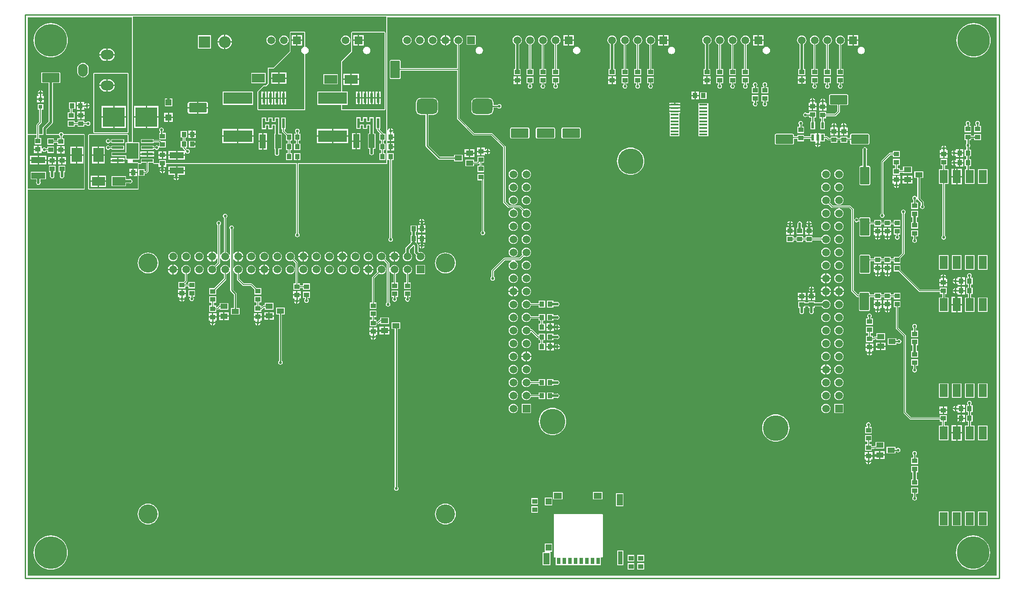
<source format=gtl>
G04*
G04 #@! TF.GenerationSoftware,Altium Limited,Altium Designer,18.1.11 (251)*
G04*
G04 Layer_Physical_Order=1*
G04 Layer_Color=255*
%FSLAX25Y25*%
%MOIN*%
G70*
G01*
G75*
%ADD11C,0.01000*%
%ADD16C,0.00600*%
%ADD20R,0.03937X0.03740*%
G04:AMPARAMS|DCode=21|XSize=135.04mil|YSize=70.08mil|CornerRadius=3.5mil|HoleSize=0mil|Usage=FLASHONLY|Rotation=0.000|XOffset=0mil|YOffset=0mil|HoleType=Round|Shape=RoundedRectangle|*
%AMROUNDEDRECTD21*
21,1,0.13504,0.06307,0,0,0.0*
21,1,0.12803,0.07008,0,0,0.0*
1,1,0.00701,0.06402,-0.03154*
1,1,0.00701,-0.06402,-0.03154*
1,1,0.00701,-0.06402,0.03154*
1,1,0.00701,0.06402,0.03154*
%
%ADD21ROUNDEDRECTD21*%
%ADD22R,0.03150X0.03150*%
%ADD23R,0.10630X0.04528*%
%ADD24R,0.03740X0.03937*%
%ADD25R,0.09843X0.06693*%
%ADD26R,0.04724X0.04724*%
%ADD27R,0.16693X0.15000*%
%ADD28R,0.08661X0.01968*%
%ADD29R,0.09449X0.12205*%
%ADD30R,0.04528X0.08661*%
%ADD31R,0.03150X0.04882*%
%ADD32R,0.04567X0.04921*%
%ADD33R,0.04567X0.04724*%
%ADD34R,0.05906X0.04528*%
%ADD35R,0.03740X0.09843*%
%ADD36R,0.02362X0.04724*%
G04:AMPARAMS|DCode=37|XSize=157.48mil|YSize=118.11mil|CornerRadius=29.53mil|HoleSize=0mil|Usage=FLASHONLY|Rotation=180.000|XOffset=0mil|YOffset=0mil|HoleType=Round|Shape=RoundedRectangle|*
%AMROUNDEDRECTD37*
21,1,0.15748,0.05906,0,0,180.0*
21,1,0.09843,0.11811,0,0,180.0*
1,1,0.05906,-0.04921,0.02953*
1,1,0.05906,0.04921,0.02953*
1,1,0.05906,0.04921,-0.02953*
1,1,0.05906,-0.04921,-0.02953*
%
%ADD37ROUNDEDRECTD37*%
%ADD38R,0.05512X0.03937*%
%ADD39R,0.06299X0.01181*%
G04:AMPARAMS|DCode=40|XSize=135.04mil|YSize=70.08mil|CornerRadius=3.5mil|HoleSize=0mil|Usage=FLASHONLY|Rotation=90.000|XOffset=0mil|YOffset=0mil|HoleType=Round|Shape=RoundedRectangle|*
%AMROUNDEDRECTD40*
21,1,0.13504,0.06307,0,0,90.0*
21,1,0.12803,0.07008,0,0,90.0*
1,1,0.00701,0.03154,0.06402*
1,1,0.00701,0.03154,-0.06402*
1,1,0.00701,-0.03154,-0.06402*
1,1,0.00701,-0.03154,0.06402*
%
%ADD40ROUNDEDRECTD40*%
%ADD41R,0.04528X0.10630*%
%ADD42R,0.22047X0.09055*%
%ADD43R,0.06063X0.10000*%
%ADD44R,0.02200X0.07800*%
%ADD45R,0.07874X0.11024*%
%ADD84C,0.00984*%
%ADD85C,0.01968*%
%ADD86C,0.05906*%
%ADD87R,0.05906X0.05906*%
%ADD88C,0.19685*%
%ADD89R,0.05906X0.05906*%
%ADD90C,0.14764*%
%ADD91R,0.09055X0.09055*%
%ADD92C,0.09055*%
%ADD93O,0.09843X0.07480*%
%ADD94O,0.07480X0.09843*%
%ADD95C,0.25000*%
%ADD96C,0.02200*%
G36*
X45276Y299213D02*
X1969D01*
Y340551D01*
X8925D01*
Y338297D01*
X7274D01*
Y333357D01*
X12411D01*
Y338297D01*
X10760D01*
Y340551D01*
X26101D01*
X26155Y340282D01*
X26530Y339719D01*
X26838Y339513D01*
Y338002D01*
X24891D01*
Y336449D01*
X22253D01*
Y338002D01*
X17116D01*
Y333062D01*
X22253D01*
Y334614D01*
X24891D01*
Y333061D01*
X30028D01*
Y338002D01*
X28673D01*
Y339513D01*
X28982Y339719D01*
X29357Y340282D01*
X29411Y340551D01*
X45276D01*
Y299213D01*
D02*
G37*
G36*
X746063Y1969D02*
X1969D01*
Y298563D01*
X45276D01*
X45735Y298753D01*
X45925Y299213D01*
Y340551D01*
X45735Y341010D01*
X45276Y341201D01*
X29438D01*
X29357Y341608D01*
X28982Y342171D01*
X28419Y342546D01*
X27756Y342678D01*
X27093Y342546D01*
X26530Y342171D01*
X26155Y341608D01*
X26074Y341201D01*
X16576D01*
Y345000D01*
X20827Y349252D01*
X21177Y349776D01*
X21300Y350394D01*
Y380523D01*
X26087D01*
X26457Y380597D01*
X26772Y380807D01*
X26982Y381121D01*
X27056Y381492D01*
Y387799D01*
X26982Y388170D01*
X26772Y388484D01*
X26457Y388695D01*
X26087Y388768D01*
X13284D01*
X12913Y388695D01*
X12598Y388484D01*
X12388Y388170D01*
X12314Y387799D01*
Y381492D01*
X12388Y381121D01*
X12598Y380807D01*
X12913Y380597D01*
X13284Y380523D01*
X18070D01*
Y351063D01*
X13818Y346812D01*
X13468Y346287D01*
X13345Y345669D01*
Y341201D01*
X10760D01*
Y347848D01*
X12461Y349549D01*
X12659Y349846D01*
X12729Y350198D01*
Y360030D01*
X13986D01*
Y364380D01*
X9637D01*
Y360030D01*
X10894D01*
Y350578D01*
X9194Y348877D01*
X8995Y348580D01*
X8925Y348228D01*
Y341201D01*
X1969D01*
Y431102D01*
X82028D01*
Y335449D01*
X79390D01*
Y340551D01*
X79199Y341010D01*
X78740Y341201D01*
X49213D01*
X48753Y341010D01*
X48563Y340551D01*
Y299213D01*
X48753Y298753D01*
X49213Y298563D01*
X86614D01*
X87073Y298753D01*
X87264Y299213D01*
Y309243D01*
X91840D01*
Y310893D01*
X92913D01*
X93265Y310963D01*
X93562Y311162D01*
X94550Y312149D01*
X94748Y312447D01*
X94818Y312798D01*
Y319262D01*
X98182D01*
X98271Y319048D01*
X98348Y318829D01*
X98675Y318464D01*
X98692Y318456D01*
X98699Y318438D01*
X98914Y318350D01*
X99123Y318249D01*
X99141Y318255D01*
X99158Y318248D01*
X102544D01*
Y316027D01*
X105012D01*
Y318897D01*
X106012D01*
Y316027D01*
X108481D01*
Y318248D01*
X208137D01*
Y265211D01*
X207829Y265005D01*
X207454Y264443D01*
X207322Y263779D01*
X207454Y263116D01*
X207829Y262554D01*
X208392Y262178D01*
X209055Y262046D01*
X209718Y262178D01*
X210281Y262554D01*
X210656Y263116D01*
X210788Y263779D01*
X210656Y264443D01*
X210281Y265005D01*
X209973Y265211D01*
Y318248D01*
X277559D01*
X278018Y318438D01*
X278208Y318898D01*
Y320960D01*
X278239Y321448D01*
X278709Y321448D01*
X279791D01*
Y261668D01*
X279483Y261462D01*
X279108Y260900D01*
X278976Y260237D01*
X279108Y259573D01*
X279483Y259011D01*
X280046Y258635D01*
X280709Y258503D01*
X281372Y258635D01*
X281935Y259011D01*
X282310Y259573D01*
X282442Y260237D01*
X282310Y260900D01*
X281935Y261462D01*
X281627Y261668D01*
Y321448D01*
X283179D01*
Y326585D01*
X278239Y326585D01*
X278208Y327072D01*
Y328528D01*
X280209D01*
Y331497D01*
Y334465D01*
X278208D01*
Y336009D01*
X280209D01*
Y338977D01*
X280709D01*
Y339477D01*
X283579D01*
Y341946D01*
X282663D01*
X282396Y342445D01*
X282687Y342881D01*
X282751Y343200D01*
X280709D01*
Y343701D01*
X280209D01*
Y345742D01*
X279890Y345679D01*
X279195Y345215D01*
X278731Y344520D01*
X278709Y344408D01*
X278208Y344457D01*
Y431102D01*
X746063D01*
Y1969D01*
D02*
G37*
G36*
X277559Y318898D02*
X108081D01*
Y321367D01*
X102944D01*
Y318898D01*
X99158D01*
X98831Y319262D01*
Y322431D01*
X88970D01*
Y319262D01*
X88643Y318898D01*
X87264D01*
X87073Y319357D01*
X86614Y319547D01*
X82677D01*
Y321644D01*
X87906D01*
Y335049D01*
X82677D01*
Y431496D01*
X277559D01*
Y318898D01*
D02*
G37*
G36*
X92983Y313178D02*
X92533Y312729D01*
X91840D01*
Y314380D01*
X87264D01*
Y318248D01*
X88643D01*
X88660Y318255D01*
X88678Y318249D01*
X88888Y318350D01*
X89102Y318438D01*
X89109Y318456D01*
X89126Y318464D01*
X89453Y318829D01*
X89530Y319048D01*
X89619Y319262D01*
X92983D01*
Y313178D01*
D02*
G37*
G36*
X78740Y335049D02*
X77257D01*
Y327462D01*
X71263D01*
X71107Y327431D01*
X66332D01*
Y324262D01*
X71107D01*
X71263Y324231D01*
X77257D01*
Y321644D01*
X78740D01*
Y318898D01*
X86614D01*
Y299213D01*
X49213D01*
Y340551D01*
X78740D01*
Y335049D01*
D02*
G37*
%LPC*%
G36*
X9343Y332397D02*
X6875D01*
Y330027D01*
X9343D01*
Y332397D01*
D02*
G37*
G36*
X30429Y332102D02*
X27960D01*
Y329732D01*
X30429D01*
Y332102D01*
D02*
G37*
G36*
X26960D02*
X24492D01*
Y329732D01*
X26960D01*
Y332102D01*
D02*
G37*
G36*
X12812Y332397D02*
X10343D01*
Y329527D01*
Y326657D01*
X12812D01*
Y328047D01*
X13312Y328198D01*
X13440Y328007D01*
X14002Y327631D01*
X14665Y327499D01*
X15329Y327631D01*
X15891Y328007D01*
X16097Y328315D01*
X17117D01*
Y326762D01*
X22253D01*
Y331702D01*
X17117D01*
Y330150D01*
X16097D01*
X15891Y330458D01*
X15329Y330834D01*
X14665Y330966D01*
X14002Y330834D01*
X13440Y330458D01*
X13312Y330266D01*
X12812Y330418D01*
Y332397D01*
D02*
G37*
G36*
X9343Y329027D02*
X6875D01*
Y326657D01*
X9343D01*
Y329027D01*
D02*
G37*
G36*
X30429Y328732D02*
X27960D01*
Y326362D01*
X30429D01*
Y328732D01*
D02*
G37*
G36*
X26960D02*
X24492D01*
Y326362D01*
X26960D01*
Y328732D01*
D02*
G37*
G36*
X44701Y331709D02*
X40264D01*
Y325697D01*
X44701D01*
Y331709D01*
D02*
G37*
G36*
X39264D02*
X34827D01*
Y325697D01*
X39264D01*
Y331709D01*
D02*
G37*
G36*
X16551Y324524D02*
X10736D01*
Y321760D01*
X16551D01*
Y324524D01*
D02*
G37*
G36*
X9736D02*
X3921D01*
Y321760D01*
X9736D01*
Y324524D01*
D02*
G37*
G36*
X23835Y323736D02*
X21366D01*
Y321366D01*
X23835D01*
Y323736D01*
D02*
G37*
G36*
X31315Y323736D02*
X28846D01*
Y321366D01*
X31315D01*
Y323736D01*
D02*
G37*
G36*
X27847D02*
X25378D01*
Y321366D01*
X27847D01*
Y323736D01*
D02*
G37*
G36*
X20366Y323736D02*
X17898D01*
Y321366D01*
X20366D01*
Y323736D01*
D02*
G37*
G36*
X44701Y324697D02*
X40264D01*
Y318685D01*
X44701D01*
Y324697D01*
D02*
G37*
G36*
X39264D02*
X34827D01*
Y318685D01*
X39264D01*
Y324697D01*
D02*
G37*
G36*
X31315Y320366D02*
X28846D01*
Y317996D01*
X31315D01*
Y320366D01*
D02*
G37*
G36*
X27847D02*
X25378D01*
Y317996D01*
X27847D01*
Y320366D01*
D02*
G37*
G36*
X23835D02*
X21366D01*
Y317996D01*
X23835D01*
Y320366D01*
D02*
G37*
G36*
X20366D02*
X17898D01*
Y317996D01*
X20366D01*
Y320366D01*
D02*
G37*
G36*
X16551Y320760D02*
X10736D01*
Y317996D01*
X16551D01*
Y320760D01*
D02*
G37*
G36*
X9736D02*
X3921D01*
Y317996D01*
X9736D01*
Y320760D01*
D02*
G37*
G36*
X30916Y317037D02*
X25779D01*
Y312097D01*
X26732D01*
Y309649D01*
X26614Y309056D01*
X26746Y308393D01*
X27121Y307830D01*
X27684Y307454D01*
X28347Y307323D01*
X29010Y307454D01*
X29573Y307830D01*
X29948Y308393D01*
X30080Y309056D01*
X29962Y309649D01*
Y312097D01*
X30916D01*
Y317037D01*
D02*
G37*
G36*
X23435Y317037D02*
X18298D01*
Y312097D01*
X19252D01*
Y309649D01*
X19133Y309056D01*
X19265Y308393D01*
X19641Y307830D01*
X20203Y307454D01*
X20867Y307323D01*
X21530Y307454D01*
X22092Y307830D01*
X22468Y308393D01*
X22600Y309056D01*
X22482Y309649D01*
Y312097D01*
X23435D01*
Y317037D01*
D02*
G37*
G36*
X16151Y312313D02*
X4321D01*
Y306585D01*
X8621D01*
Y304531D01*
X8503Y303938D01*
X8635Y303275D01*
X9011Y302712D01*
X9573Y302337D01*
X10236Y302205D01*
X10899Y302337D01*
X11462Y302712D01*
X11838Y303275D01*
X11970Y303938D01*
X11851Y304531D01*
Y306585D01*
X16151D01*
Y312313D01*
D02*
G37*
G36*
X323335Y417307D02*
Y413886D01*
X326756D01*
X326686Y414418D01*
X326287Y415379D01*
X325654Y416205D01*
X324828Y416839D01*
X323867Y417237D01*
X323335Y417307D01*
D02*
G37*
G36*
X566945Y417339D02*
X563492D01*
Y413886D01*
X566945D01*
Y417339D01*
D02*
G37*
G36*
X322335Y417307D02*
X321803Y417237D01*
X320841Y416839D01*
X320016Y416205D01*
X319382Y415379D01*
X318984Y414418D01*
X318914Y413886D01*
X322335D01*
Y417307D01*
D02*
G37*
G36*
X562492Y417339D02*
X559039D01*
Y413886D01*
X562492D01*
Y417339D01*
D02*
G37*
G36*
X494110Y417339D02*
X490658D01*
Y413886D01*
X494110D01*
Y417339D01*
D02*
G37*
G36*
X489657D02*
X486205D01*
Y413886D01*
X489657D01*
Y417339D01*
D02*
G37*
G36*
X421276D02*
X417823D01*
Y413886D01*
X421276D01*
Y417339D01*
D02*
G37*
G36*
X416823D02*
X413370D01*
Y413886D01*
X416823D01*
Y417339D01*
D02*
G37*
G36*
X639780D02*
X636327D01*
Y413886D01*
X639780D01*
Y417339D01*
D02*
G37*
G36*
X635327D02*
X631874D01*
Y413886D01*
X635327D01*
Y417339D01*
D02*
G37*
G36*
X346072Y416939D02*
X338967D01*
Y409833D01*
X346072D01*
Y416939D01*
D02*
G37*
G36*
X312992Y416969D02*
X312065Y416847D01*
X311200Y416489D01*
X310458Y415920D01*
X309889Y415177D01*
X309531Y414313D01*
X309409Y413386D01*
X309531Y412458D01*
X309889Y411594D01*
X310458Y410852D01*
X311200Y410283D01*
X312065Y409925D01*
X312992Y409802D01*
X313920Y409925D01*
X314784Y410283D01*
X315526Y410852D01*
X316095Y411594D01*
X316453Y412458D01*
X316576Y413386D01*
X316453Y414313D01*
X316095Y415177D01*
X315526Y415920D01*
X314784Y416489D01*
X313920Y416847D01*
X312992Y416969D01*
D02*
G37*
G36*
X303150D02*
X302222Y416847D01*
X301358Y416489D01*
X300616Y415920D01*
X300046Y415177D01*
X299688Y414313D01*
X299566Y413386D01*
X299688Y412458D01*
X300046Y411594D01*
X300616Y410852D01*
X301358Y410283D01*
X302222Y409925D01*
X303150Y409802D01*
X304077Y409925D01*
X304941Y410283D01*
X305683Y410852D01*
X306253Y411594D01*
X306611Y412458D01*
X306733Y413386D01*
X306611Y414313D01*
X306253Y415177D01*
X305683Y415920D01*
X304941Y416489D01*
X304077Y416847D01*
X303150Y416969D01*
D02*
G37*
G36*
X293307D02*
X292380Y416847D01*
X291515Y416489D01*
X290773Y415920D01*
X290204Y415177D01*
X289846Y414313D01*
X289724Y413386D01*
X289846Y412458D01*
X290204Y411594D01*
X290773Y410852D01*
X291515Y410283D01*
X292380Y409925D01*
X293307Y409802D01*
X294234Y409925D01*
X295099Y410283D01*
X295841Y410852D01*
X296410Y411594D01*
X296768Y412458D01*
X296890Y413386D01*
X296768Y414313D01*
X296410Y415177D01*
X295841Y415920D01*
X295099Y416489D01*
X294234Y416847D01*
X293307Y416969D01*
D02*
G37*
G36*
X326756Y412886D02*
X323335D01*
Y409465D01*
X323867Y409535D01*
X324828Y409933D01*
X325654Y410567D01*
X326287Y411392D01*
X326686Y412354D01*
X326756Y412886D01*
D02*
G37*
G36*
X322335D02*
X318914D01*
X318984Y412354D01*
X319382Y411392D01*
X320016Y410567D01*
X320841Y409933D01*
X321803Y409535D01*
X322335Y409465D01*
Y412886D01*
D02*
G37*
G36*
X566945D02*
X563492D01*
Y409433D01*
X566945D01*
Y412886D01*
D02*
G37*
G36*
X562492D02*
X559039D01*
Y409433D01*
X562492D01*
Y412886D01*
D02*
G37*
G36*
X639780Y412886D02*
X636327D01*
Y409433D01*
X639780D01*
Y412886D01*
D02*
G37*
G36*
X635327D02*
X631874D01*
Y409433D01*
X635327D01*
Y412886D01*
D02*
G37*
G36*
X494110Y412886D02*
X490658D01*
Y409433D01*
X494110D01*
Y412886D01*
D02*
G37*
G36*
X489657D02*
X486205D01*
Y409433D01*
X489657D01*
Y412886D01*
D02*
G37*
G36*
X421276Y412886D02*
X417823D01*
Y409433D01*
X421276D01*
Y412886D01*
D02*
G37*
G36*
X416823D02*
X413370D01*
Y409433D01*
X416823D01*
Y412886D01*
D02*
G37*
G36*
X64173Y407064D02*
X63492D01*
Y402783D01*
X68888D01*
X68791Y403521D01*
X68314Y404674D01*
X67554Y405664D01*
X66564Y406424D01*
X65411Y406902D01*
X64173Y407064D01*
D02*
G37*
G36*
X62492D02*
X61811D01*
X60574Y406902D01*
X59421Y406424D01*
X58430Y405664D01*
X57670Y404674D01*
X57193Y403521D01*
X57096Y402783D01*
X62492D01*
Y407064D01*
D02*
G37*
G36*
X569291Y408301D02*
X568569Y408206D01*
X567897Y407927D01*
X567319Y407484D01*
X566876Y406906D01*
X566597Y406234D01*
X566502Y405512D01*
X566597Y404790D01*
X566876Y404117D01*
X567319Y403540D01*
X567897Y403096D01*
X568569Y402818D01*
X569291Y402723D01*
X570013Y402818D01*
X570686Y403096D01*
X571264Y403540D01*
X571707Y404117D01*
X571985Y404790D01*
X572081Y405512D01*
X571985Y406234D01*
X571707Y406906D01*
X571264Y407484D01*
X570686Y407927D01*
X570013Y408206D01*
X569291Y408301D01*
D02*
G37*
G36*
X642126Y408301D02*
X641404Y408206D01*
X640731Y407927D01*
X640154Y407484D01*
X639711Y406906D01*
X639432Y406234D01*
X639337Y405512D01*
X639432Y404790D01*
X639711Y404117D01*
X640154Y403540D01*
X640731Y403096D01*
X641404Y402818D01*
X642126Y402723D01*
X642848Y402818D01*
X643521Y403096D01*
X644098Y403540D01*
X644542Y404117D01*
X644820Y404790D01*
X644915Y405512D01*
X644820Y406234D01*
X644542Y406906D01*
X644098Y407484D01*
X643521Y407927D01*
X642848Y408206D01*
X642126Y408301D01*
D02*
G37*
G36*
X496457D02*
X495735Y408206D01*
X495062Y407927D01*
X494484Y407484D01*
X494041Y406906D01*
X493762Y406234D01*
X493668Y405512D01*
X493762Y404790D01*
X494041Y404117D01*
X494484Y403540D01*
X495062Y403096D01*
X495735Y402818D01*
X496457Y402723D01*
X497179Y402818D01*
X497851Y403096D01*
X498429Y403540D01*
X498872Y404117D01*
X499151Y404790D01*
X499246Y405512D01*
X499151Y406234D01*
X498872Y406906D01*
X498429Y407484D01*
X497851Y407927D01*
X497179Y408206D01*
X496457Y408301D01*
D02*
G37*
G36*
X423622D02*
X422900Y408206D01*
X422227Y407927D01*
X421650Y407484D01*
X421207Y406906D01*
X420928Y406234D01*
X420833Y405512D01*
X420928Y404790D01*
X421207Y404117D01*
X421650Y403540D01*
X422227Y403096D01*
X422900Y402818D01*
X423622Y402723D01*
X424344Y402818D01*
X425017Y403096D01*
X425594Y403540D01*
X426038Y404117D01*
X426316Y404790D01*
X426411Y405512D01*
X426316Y406234D01*
X426038Y406906D01*
X425594Y407484D01*
X425017Y407927D01*
X424344Y408206D01*
X423622Y408301D01*
D02*
G37*
G36*
X348819D02*
X348097Y408206D01*
X347424Y407927D01*
X346847Y407484D01*
X346403Y406906D01*
X346125Y406234D01*
X346030Y405512D01*
X346125Y404790D01*
X346403Y404117D01*
X346847Y403540D01*
X347424Y403096D01*
X348097Y402818D01*
X348819Y402723D01*
X349541Y402818D01*
X350214Y403096D01*
X350791Y403540D01*
X351234Y404117D01*
X351513Y404790D01*
X351608Y405512D01*
X351513Y406234D01*
X351234Y406906D01*
X350791Y407484D01*
X350214Y407927D01*
X349541Y408206D01*
X348819Y408301D01*
D02*
G37*
G36*
X728346Y426526D02*
X726291Y426365D01*
X724286Y425883D01*
X722381Y425094D01*
X720623Y424017D01*
X719055Y422678D01*
X717716Y421110D01*
X716638Y419351D01*
X715849Y417447D01*
X715368Y415442D01*
X715206Y413386D01*
X715368Y411330D01*
X715849Y409325D01*
X716638Y407420D01*
X717716Y405662D01*
X719055Y404094D01*
X720623Y402755D01*
X722381Y401678D01*
X724286Y400888D01*
X726291Y400407D01*
X728346Y400245D01*
X730402Y400407D01*
X732407Y400888D01*
X734312Y401678D01*
X736070Y402755D01*
X737638Y404094D01*
X738977Y405662D01*
X740055Y407420D01*
X740844Y409325D01*
X741325Y411330D01*
X741487Y413386D01*
X741325Y415442D01*
X740844Y417447D01*
X740055Y419351D01*
X738977Y421110D01*
X737638Y422678D01*
X736070Y424017D01*
X734312Y425094D01*
X732407Y425883D01*
X730402Y426365D01*
X728346Y426526D01*
D02*
G37*
G36*
X19685D02*
X17629Y426365D01*
X15624Y425883D01*
X13719Y425094D01*
X11961Y424017D01*
X10393Y422678D01*
X9054Y421110D01*
X7977Y419351D01*
X7188Y417447D01*
X6706Y415442D01*
X6544Y413386D01*
X6706Y411330D01*
X7188Y409325D01*
X7977Y407420D01*
X9054Y405662D01*
X10393Y404094D01*
X11961Y402755D01*
X13719Y401678D01*
X15624Y400888D01*
X17629Y400407D01*
X19685Y400245D01*
X21741Y400407D01*
X23746Y400888D01*
X25651Y401678D01*
X27409Y402755D01*
X28977Y404094D01*
X30316Y405662D01*
X31393Y407420D01*
X32182Y409325D01*
X32664Y411330D01*
X32825Y413386D01*
X32664Y415442D01*
X32182Y417447D01*
X31393Y419351D01*
X30316Y421110D01*
X28977Y422678D01*
X27409Y424017D01*
X25651Y425094D01*
X23746Y425883D01*
X21741Y426365D01*
X19685Y426526D01*
D02*
G37*
G36*
X68888Y401783D02*
X63492D01*
Y397502D01*
X64173D01*
X65411Y397665D01*
X66564Y398143D01*
X67554Y398903D01*
X68314Y399893D01*
X68791Y401046D01*
X68888Y401783D01*
D02*
G37*
G36*
X62492D02*
X57096D01*
X57193Y401046D01*
X57670Y399893D01*
X58430Y398903D01*
X59421Y398143D01*
X60574Y397665D01*
X61811Y397502D01*
X62492D01*
Y401783D01*
D02*
G37*
G36*
X332677Y416969D02*
X331750Y416847D01*
X330886Y416489D01*
X330143Y415920D01*
X329574Y415177D01*
X329216Y414313D01*
X329094Y413386D01*
X329216Y412458D01*
X329574Y411594D01*
X330143Y410852D01*
X330886Y410283D01*
X331750Y409925D01*
X331760Y409923D01*
Y391863D01*
X288374D01*
Y397346D01*
X288301Y397717D01*
X288091Y398032D01*
X287776Y398242D01*
X287405Y398316D01*
X281098D01*
X280728Y398242D01*
X280413Y398032D01*
X280203Y397717D01*
X280129Y397346D01*
Y384543D01*
X280203Y384173D01*
X280413Y383858D01*
X280728Y383648D01*
X281098Y383574D01*
X287405D01*
X287776Y383648D01*
X288091Y383858D01*
X288301Y384173D01*
X288374Y384543D01*
Y390027D01*
X331760D01*
Y353150D01*
X331829Y352798D01*
X332028Y352501D01*
X344056Y340474D01*
X344353Y340275D01*
X344704Y340205D01*
X358104D01*
X367193Y331116D01*
Y288976D01*
X367263Y288625D01*
X367461Y288328D01*
X371005Y284784D01*
X371302Y284585D01*
X371654Y284515D01*
X374660D01*
X374693Y284015D01*
X374073Y283934D01*
X373208Y283576D01*
X372466Y283006D01*
X371897Y282264D01*
X371539Y281400D01*
X371417Y280472D01*
X371539Y279545D01*
X371897Y278681D01*
X372466Y277939D01*
X373208Y277369D01*
X374073Y277011D01*
X375000Y276889D01*
X375927Y277011D01*
X376792Y277369D01*
X377534Y277939D01*
X378103Y278681D01*
X378461Y279545D01*
X378583Y280472D01*
X378461Y281400D01*
X378103Y282264D01*
X377534Y283006D01*
X376792Y283576D01*
X375927Y283934D01*
X375307Y284015D01*
X375340Y284515D01*
X379659D01*
X381903Y282272D01*
X381897Y282264D01*
X381539Y281400D01*
X381417Y280472D01*
X381539Y279545D01*
X381897Y278681D01*
X382466Y277939D01*
X383208Y277369D01*
X384073Y277011D01*
X385000Y276889D01*
X385927Y277011D01*
X386792Y277369D01*
X387534Y277939D01*
X388103Y278681D01*
X388461Y279545D01*
X388583Y280472D01*
X388461Y281400D01*
X388103Y282264D01*
X387534Y283006D01*
X386792Y283576D01*
X385927Y283934D01*
X385000Y284056D01*
X384073Y283934D01*
X383208Y283576D01*
X383200Y283570D01*
X380688Y286082D01*
X380391Y286281D01*
X380039Y286351D01*
X372034D01*
X369028Y289356D01*
Y331496D01*
X368958Y331847D01*
X368759Y332145D01*
X359133Y341771D01*
X358835Y341970D01*
X358484Y342040D01*
X345085D01*
X333595Y353530D01*
Y390945D01*
Y409923D01*
X333605Y409925D01*
X334469Y410283D01*
X335211Y410852D01*
X335781Y411594D01*
X336139Y412458D01*
X336261Y413386D01*
X336139Y414313D01*
X335781Y415177D01*
X335211Y415920D01*
X334469Y416489D01*
X333605Y416847D01*
X332677Y416969D01*
D02*
G37*
G36*
X625984D02*
X625057Y416847D01*
X624192Y416489D01*
X623450Y415920D01*
X622881Y415177D01*
X622523Y414313D01*
X622401Y413386D01*
X622523Y412458D01*
X622881Y411594D01*
X623450Y410852D01*
X624192Y410283D01*
X625057Y409925D01*
X625067Y409923D01*
Y391478D01*
X623416D01*
Y386538D01*
X628553D01*
Y391478D01*
X626902D01*
Y409923D01*
X626912Y409925D01*
X627776Y410283D01*
X628518Y410852D01*
X629088Y411594D01*
X629446Y412458D01*
X629568Y413386D01*
X629446Y414313D01*
X629088Y415177D01*
X628518Y415920D01*
X627776Y416489D01*
X626912Y416847D01*
X625984Y416969D01*
D02*
G37*
G36*
X616142D02*
X615214Y416847D01*
X614350Y416489D01*
X613608Y415920D01*
X613038Y415177D01*
X612680Y414313D01*
X612558Y413386D01*
X612680Y412458D01*
X613038Y411594D01*
X613608Y410852D01*
X614350Y410283D01*
X615214Y409925D01*
X615224Y409923D01*
Y391478D01*
X613573D01*
Y386538D01*
X618710D01*
Y391478D01*
X617059D01*
Y409923D01*
X617069Y409925D01*
X617933Y410283D01*
X618676Y410852D01*
X619245Y411594D01*
X619603Y412458D01*
X619725Y413386D01*
X619603Y414313D01*
X619245Y415177D01*
X618676Y415920D01*
X617933Y416489D01*
X617069Y416847D01*
X616142Y416969D01*
D02*
G37*
G36*
X596457D02*
X595529Y416847D01*
X594665Y416489D01*
X593923Y415920D01*
X593353Y415177D01*
X592995Y414313D01*
X592873Y413386D01*
X592995Y412458D01*
X593353Y411594D01*
X593923Y410852D01*
X594665Y410283D01*
X594841Y410209D01*
Y391478D01*
X593888D01*
Y386538D01*
X599025D01*
Y391478D01*
X598072D01*
Y410209D01*
X598248Y410283D01*
X598990Y410852D01*
X599560Y411594D01*
X599918Y412458D01*
X600040Y413386D01*
X599918Y414313D01*
X599560Y415177D01*
X598990Y415920D01*
X598248Y416489D01*
X597384Y416847D01*
X596457Y416969D01*
D02*
G37*
G36*
X553150Y416969D02*
X552222Y416847D01*
X551358Y416489D01*
X550616Y415920D01*
X550046Y415177D01*
X549688Y414313D01*
X549566Y413386D01*
X549688Y412458D01*
X550046Y411594D01*
X550616Y410852D01*
X551358Y410283D01*
X552222Y409925D01*
X552232Y409923D01*
Y391446D01*
X550581D01*
Y386506D01*
X555718D01*
Y391446D01*
X554067D01*
Y409923D01*
X554077Y409925D01*
X554941Y410283D01*
X555684Y410852D01*
X556253Y411594D01*
X556611Y412458D01*
X556733Y413386D01*
X556611Y414313D01*
X556253Y415177D01*
X555684Y415920D01*
X554941Y416489D01*
X554077Y416847D01*
X553150Y416969D01*
D02*
G37*
G36*
X543307D02*
X542380Y416847D01*
X541515Y416489D01*
X540773Y415920D01*
X540204Y415177D01*
X539846Y414313D01*
X539724Y413386D01*
X539846Y412458D01*
X540204Y411594D01*
X540773Y410852D01*
X541515Y410283D01*
X542380Y409925D01*
X542389Y409923D01*
Y391446D01*
X540739D01*
Y386506D01*
X545876D01*
Y391446D01*
X544225D01*
Y409923D01*
X544235Y409925D01*
X545099Y410283D01*
X545841Y410852D01*
X546410Y411594D01*
X546768Y412458D01*
X546890Y413386D01*
X546768Y414313D01*
X546410Y415177D01*
X545841Y415920D01*
X545099Y416489D01*
X544235Y416847D01*
X543307Y416969D01*
D02*
G37*
G36*
X533465D02*
X532537Y416847D01*
X531673Y416489D01*
X530931Y415920D01*
X530361Y415177D01*
X530003Y414313D01*
X529881Y413386D01*
X530003Y412458D01*
X530361Y411594D01*
X530931Y410852D01*
X531673Y410283D01*
X532537Y409925D01*
X532547Y409923D01*
Y391446D01*
X530896D01*
Y386506D01*
X536033D01*
Y391446D01*
X534382D01*
Y409923D01*
X534392Y409925D01*
X535256Y410283D01*
X535998Y410852D01*
X536568Y411594D01*
X536926Y412458D01*
X537048Y413386D01*
X536926Y414313D01*
X536568Y415177D01*
X535998Y415920D01*
X535256Y416489D01*
X534392Y416847D01*
X533465Y416969D01*
D02*
G37*
G36*
X606299Y416969D02*
X605372Y416847D01*
X604507Y416489D01*
X603765Y415920D01*
X603196Y415177D01*
X602838Y414313D01*
X602716Y413386D01*
X602838Y412458D01*
X603196Y411594D01*
X603765Y410852D01*
X604507Y410283D01*
X605372Y409925D01*
X605382Y409923D01*
Y391446D01*
X603731D01*
Y386506D01*
X608868D01*
Y391446D01*
X607217D01*
Y409923D01*
X607227Y409925D01*
X608091Y410283D01*
X608833Y410852D01*
X609403Y411594D01*
X609761Y412458D01*
X609883Y413386D01*
X609761Y414313D01*
X609403Y415177D01*
X608833Y415920D01*
X608091Y416489D01*
X607227Y416847D01*
X606299Y416969D01*
D02*
G37*
G36*
X523622Y416969D02*
X522695Y416847D01*
X521830Y416489D01*
X521088Y415920D01*
X520519Y415177D01*
X520161Y414313D01*
X520039Y413386D01*
X520161Y412458D01*
X520519Y411594D01*
X521088Y410852D01*
X521830Y410283D01*
X522007Y410210D01*
Y391446D01*
X521054D01*
Y386506D01*
X526191D01*
Y391446D01*
X525237D01*
Y410210D01*
X525414Y410283D01*
X526156Y410852D01*
X526725Y411594D01*
X527083Y412458D01*
X527206Y413386D01*
X527083Y414313D01*
X526725Y415177D01*
X526156Y415920D01*
X525414Y416489D01*
X524549Y416847D01*
X523622Y416969D01*
D02*
G37*
G36*
X480315Y416969D02*
X479388Y416847D01*
X478523Y416489D01*
X477781Y415920D01*
X477212Y415177D01*
X476854Y414313D01*
X476731Y413386D01*
X476854Y412458D01*
X477212Y411594D01*
X477781Y410852D01*
X478523Y410283D01*
X479388Y409925D01*
X479397Y409923D01*
Y391446D01*
X477746D01*
Y386506D01*
X482884D01*
Y391446D01*
X481233D01*
Y409923D01*
X481242Y409925D01*
X482107Y410283D01*
X482849Y410852D01*
X483418Y411594D01*
X483776Y412458D01*
X483898Y413386D01*
X483776Y414313D01*
X483418Y415177D01*
X482849Y415920D01*
X482107Y416489D01*
X481242Y416847D01*
X480315Y416969D01*
D02*
G37*
G36*
X470472D02*
X469545Y416847D01*
X468681Y416489D01*
X467939Y415920D01*
X467369Y415177D01*
X467011Y414313D01*
X466889Y413386D01*
X467011Y412458D01*
X467369Y411594D01*
X467939Y410852D01*
X468681Y410283D01*
X469545Y409925D01*
X469555Y409923D01*
Y391446D01*
X467904D01*
Y386506D01*
X473041D01*
Y391446D01*
X471390D01*
Y409923D01*
X471400Y409925D01*
X472264Y410283D01*
X473006Y410852D01*
X473576Y411594D01*
X473934Y412458D01*
X474056Y413386D01*
X473934Y414313D01*
X473576Y415177D01*
X473006Y415920D01*
X472264Y416489D01*
X471400Y416847D01*
X470472Y416969D01*
D02*
G37*
G36*
X460630D02*
X459702Y416847D01*
X458838Y416489D01*
X458096Y415920D01*
X457527Y415177D01*
X457169Y414313D01*
X457047Y413386D01*
X457169Y412458D01*
X457527Y411594D01*
X458096Y410852D01*
X458838Y410283D01*
X459702Y409925D01*
X459712Y409923D01*
Y391446D01*
X458061D01*
Y386506D01*
X463198D01*
Y391446D01*
X461548D01*
Y409923D01*
X461557Y409925D01*
X462422Y410283D01*
X463164Y410852D01*
X463733Y411594D01*
X464091Y412458D01*
X464213Y413386D01*
X464091Y414313D01*
X463733Y415177D01*
X463164Y415920D01*
X462422Y416489D01*
X461557Y416847D01*
X460630Y416969D01*
D02*
G37*
G36*
X450787D02*
X449860Y416847D01*
X448996Y416489D01*
X448253Y415920D01*
X447684Y415177D01*
X447326Y414313D01*
X447204Y413386D01*
X447326Y412458D01*
X447684Y411594D01*
X448253Y410852D01*
X448996Y410283D01*
X449172Y410209D01*
Y391446D01*
X448219D01*
Y386506D01*
X453356D01*
Y391446D01*
X452403D01*
Y410209D01*
X452579Y410283D01*
X453321Y410852D01*
X453891Y411594D01*
X454249Y412458D01*
X454371Y413386D01*
X454249Y414313D01*
X453891Y415177D01*
X453321Y415920D01*
X452579Y416489D01*
X451715Y416847D01*
X450787Y416969D01*
D02*
G37*
G36*
X407480D02*
X406553Y416847D01*
X405689Y416489D01*
X404947Y415920D01*
X404377Y415177D01*
X404019Y414313D01*
X403897Y413386D01*
X404019Y412458D01*
X404377Y411594D01*
X404947Y410852D01*
X405689Y410283D01*
X406553Y409925D01*
X406563Y409923D01*
Y391446D01*
X404912D01*
Y386506D01*
X410049D01*
Y391446D01*
X408398D01*
Y409923D01*
X408408Y409925D01*
X409272Y410283D01*
X410014Y410852D01*
X410584Y411594D01*
X410942Y412458D01*
X411064Y413386D01*
X410942Y414313D01*
X410584Y415177D01*
X410014Y415920D01*
X409272Y416489D01*
X408408Y416847D01*
X407480Y416969D01*
D02*
G37*
G36*
X397638D02*
X396710Y416847D01*
X395846Y416489D01*
X395104Y415920D01*
X394534Y415177D01*
X394177Y414313D01*
X394054Y413386D01*
X394177Y412458D01*
X394534Y411594D01*
X395104Y410852D01*
X395846Y410283D01*
X396710Y409925D01*
X396720Y409923D01*
Y391446D01*
X395069D01*
Y386506D01*
X400206D01*
Y391446D01*
X398555D01*
Y409923D01*
X398565Y409925D01*
X399429Y410283D01*
X400172Y410852D01*
X400741Y411594D01*
X401099Y412458D01*
X401221Y413386D01*
X401099Y414313D01*
X400741Y415177D01*
X400172Y415920D01*
X399429Y416489D01*
X398565Y416847D01*
X397638Y416969D01*
D02*
G37*
G36*
X387795D02*
X386868Y416847D01*
X386004Y416489D01*
X385261Y415920D01*
X384692Y415177D01*
X384334Y414313D01*
X384212Y413386D01*
X384334Y412458D01*
X384692Y411594D01*
X385261Y410852D01*
X386004Y410283D01*
X386868Y409925D01*
X386878Y409923D01*
Y391446D01*
X385227D01*
Y386506D01*
X390364D01*
Y391446D01*
X388713D01*
Y409923D01*
X388723Y409925D01*
X389587Y410283D01*
X390329Y410852D01*
X390899Y411594D01*
X391257Y412458D01*
X391379Y413386D01*
X391257Y414313D01*
X390899Y415177D01*
X390329Y415920D01*
X389587Y416489D01*
X388723Y416847D01*
X387795Y416969D01*
D02*
G37*
G36*
X377953D02*
X377025Y416847D01*
X376161Y416489D01*
X375419Y415920D01*
X374849Y415177D01*
X374491Y414313D01*
X374369Y413386D01*
X374491Y412458D01*
X374849Y411594D01*
X375419Y410852D01*
X376161Y410283D01*
X376338Y410209D01*
Y391446D01*
X375384D01*
Y386506D01*
X380521D01*
Y391446D01*
X379568D01*
Y410209D01*
X379745Y410283D01*
X380487Y410852D01*
X381056Y411594D01*
X381414Y412458D01*
X381536Y413386D01*
X381414Y414313D01*
X381056Y415177D01*
X380487Y415920D01*
X379745Y416489D01*
X378880Y416847D01*
X377953Y416969D01*
D02*
G37*
G36*
X44488Y396031D02*
X43355Y395882D01*
X42299Y395445D01*
X41393Y394749D01*
X40697Y393842D01*
X40260Y392787D01*
X40111Y391653D01*
Y389291D01*
X40260Y388158D01*
X40697Y387103D01*
X41393Y386196D01*
X42299Y385500D01*
X43355Y385063D01*
X44488Y384914D01*
X45621Y385063D01*
X46677Y385500D01*
X47584Y386196D01*
X48279Y387103D01*
X48717Y388158D01*
X48866Y389291D01*
Y391653D01*
X48717Y392787D01*
X48279Y393842D01*
X47584Y394749D01*
X46677Y395445D01*
X45621Y395882D01*
X44488Y396031D01*
D02*
G37*
G36*
X599426Y385578D02*
X596957D01*
Y383208D01*
X599426D01*
Y385578D01*
D02*
G37*
G36*
X595957D02*
X593489D01*
Y383208D01*
X595957D01*
Y385578D01*
D02*
G37*
G36*
X453757Y385547D02*
X451288D01*
Y383177D01*
X453757D01*
Y385547D01*
D02*
G37*
G36*
X380922D02*
X378453D01*
Y383177D01*
X380922D01*
Y385547D01*
D02*
G37*
G36*
X450288D02*
X447820D01*
Y383177D01*
X450288D01*
Y385547D01*
D02*
G37*
G36*
X377453D02*
X374985D01*
Y383177D01*
X377453D01*
Y385547D01*
D02*
G37*
G36*
X526591D02*
X524123D01*
Y383177D01*
X526591D01*
Y385547D01*
D02*
G37*
G36*
X523123D02*
X520654D01*
Y383177D01*
X523123D01*
Y385547D01*
D02*
G37*
G36*
X599426Y382208D02*
X596957D01*
Y379838D01*
X599426D01*
Y382208D01*
D02*
G37*
G36*
X595957D02*
X593489D01*
Y379838D01*
X595957D01*
Y382208D01*
D02*
G37*
G36*
X526591Y382177D02*
X524123D01*
Y379807D01*
X526591D01*
Y382177D01*
D02*
G37*
G36*
X523123D02*
X520654D01*
Y379807D01*
X523123D01*
Y382177D01*
D02*
G37*
G36*
X453757Y382177D02*
X451288D01*
Y379807D01*
X453757D01*
Y382177D01*
D02*
G37*
G36*
X450288D02*
X447820D01*
Y379807D01*
X450288D01*
Y382177D01*
D02*
G37*
G36*
X380922D02*
X378453D01*
Y379807D01*
X380922D01*
Y382177D01*
D02*
G37*
G36*
X377453D02*
X374985D01*
Y379807D01*
X377453D01*
Y382177D01*
D02*
G37*
G36*
X628553Y385178D02*
X623416D01*
Y380238D01*
X625067D01*
Y379416D01*
X624759Y379210D01*
X624383Y378648D01*
X624252Y377985D01*
X624383Y377322D01*
X624759Y376759D01*
X625322Y376383D01*
X625985Y376252D01*
X626648Y376383D01*
X627211Y376759D01*
X627586Y377322D01*
X627718Y377985D01*
X627586Y378648D01*
X627211Y379210D01*
X626902Y379416D01*
Y380238D01*
X628553D01*
Y385178D01*
D02*
G37*
G36*
X618711D02*
X613574D01*
Y380238D01*
X615225D01*
Y379416D01*
X614917Y379210D01*
X614541Y378648D01*
X614409Y377985D01*
X614541Y377322D01*
X614917Y376759D01*
X615479Y376383D01*
X616142Y376252D01*
X616806Y376383D01*
X617368Y376759D01*
X617744Y377322D01*
X617876Y377985D01*
X617744Y378648D01*
X617368Y379210D01*
X617060Y379416D01*
Y380238D01*
X618711D01*
Y385178D01*
D02*
G37*
G36*
X555719Y385147D02*
X550582D01*
Y380207D01*
X552233D01*
Y379385D01*
X551925Y379179D01*
X551549Y378617D01*
X551417Y377953D01*
X551549Y377290D01*
X551925Y376728D01*
X552487Y376352D01*
X553150Y376220D01*
X553814Y376352D01*
X554376Y376728D01*
X554752Y377290D01*
X554884Y377953D01*
X554752Y378617D01*
X554376Y379179D01*
X554068Y379385D01*
Y380207D01*
X555719D01*
Y385147D01*
D02*
G37*
G36*
X545876D02*
X540739D01*
Y380207D01*
X542390D01*
Y379385D01*
X542082Y379179D01*
X541706Y378617D01*
X541574Y377953D01*
X541706Y377290D01*
X542082Y376728D01*
X542644Y376352D01*
X543308Y376220D01*
X543971Y376352D01*
X544533Y376728D01*
X544909Y377290D01*
X545041Y377953D01*
X544909Y378617D01*
X544533Y379179D01*
X544225Y379385D01*
Y380207D01*
X545876D01*
Y385147D01*
D02*
G37*
G36*
X536034D02*
X530897D01*
Y380207D01*
X532548D01*
Y379385D01*
X532240Y379179D01*
X531864Y378617D01*
X531732Y377953D01*
X531864Y377290D01*
X532240Y376728D01*
X532802Y376352D01*
X533465Y376220D01*
X534129Y376352D01*
X534691Y376728D01*
X535067Y377290D01*
X535198Y377953D01*
X535067Y378617D01*
X534691Y379179D01*
X534383Y379385D01*
Y380207D01*
X536034D01*
Y385147D01*
D02*
G37*
G36*
X608868Y385147D02*
X603731D01*
Y380207D01*
X605382D01*
Y379385D01*
X605074Y379179D01*
X604699Y378617D01*
X604567Y377953D01*
X604699Y377290D01*
X605074Y376728D01*
X605637Y376352D01*
X606300Y376220D01*
X606963Y376352D01*
X607525Y376728D01*
X607901Y377290D01*
X608033Y377953D01*
X607901Y378617D01*
X607525Y379179D01*
X607218Y379385D01*
Y380207D01*
X608868D01*
Y385147D01*
D02*
G37*
G36*
X482884D02*
X477747D01*
Y380207D01*
X479398D01*
Y379385D01*
X479090Y379179D01*
X478714Y378617D01*
X478582Y377953D01*
X478714Y377290D01*
X479090Y376728D01*
X479652Y376352D01*
X480316Y376220D01*
X480979Y376352D01*
X481541Y376728D01*
X481917Y377290D01*
X482049Y377953D01*
X481917Y378617D01*
X481541Y379179D01*
X481233Y379385D01*
Y380207D01*
X482884D01*
Y385147D01*
D02*
G37*
G36*
X473042D02*
X467905D01*
Y380207D01*
X469556D01*
Y379385D01*
X469247Y379179D01*
X468872Y378617D01*
X468740Y377953D01*
X468872Y377290D01*
X469247Y376728D01*
X469810Y376352D01*
X470473Y376220D01*
X471136Y376352D01*
X471699Y376728D01*
X472074Y377290D01*
X472206Y377953D01*
X472074Y378617D01*
X471699Y379179D01*
X471391Y379385D01*
Y380207D01*
X473042D01*
Y385147D01*
D02*
G37*
G36*
X463199D02*
X458062D01*
Y380207D01*
X459713D01*
Y379385D01*
X459405Y379179D01*
X459029Y378617D01*
X458897Y377953D01*
X459029Y377290D01*
X459405Y376728D01*
X459967Y376352D01*
X460631Y376220D01*
X461294Y376352D01*
X461856Y376728D01*
X462232Y377290D01*
X462364Y377953D01*
X462232Y378617D01*
X461856Y379179D01*
X461548Y379385D01*
Y380207D01*
X463199D01*
Y385147D01*
D02*
G37*
G36*
X410049D02*
X404912D01*
Y380207D01*
X406563D01*
Y379385D01*
X406255Y379179D01*
X405880Y378617D01*
X405748Y377953D01*
X405880Y377290D01*
X406255Y376728D01*
X406818Y376352D01*
X407481Y376220D01*
X408144Y376352D01*
X408707Y376728D01*
X409082Y377290D01*
X409214Y377953D01*
X409082Y378617D01*
X408707Y379179D01*
X408399Y379385D01*
Y380207D01*
X410049D01*
Y385147D01*
D02*
G37*
G36*
X400207D02*
X395070D01*
Y380207D01*
X396721D01*
Y379385D01*
X396413Y379179D01*
X396037Y378617D01*
X395905Y377953D01*
X396037Y377290D01*
X396413Y376728D01*
X396975Y376352D01*
X397638Y376220D01*
X398302Y376352D01*
X398864Y376728D01*
X399240Y377290D01*
X399372Y377953D01*
X399240Y378617D01*
X398864Y379179D01*
X398556Y379385D01*
Y380207D01*
X400207D01*
Y385147D01*
D02*
G37*
G36*
X390364D02*
X385227D01*
Y380207D01*
X386878D01*
Y379385D01*
X386570Y379179D01*
X386195Y378617D01*
X386063Y377953D01*
X386195Y377290D01*
X386570Y376728D01*
X387133Y376352D01*
X387796Y376220D01*
X388459Y376352D01*
X389021Y376728D01*
X389397Y377290D01*
X389529Y377953D01*
X389397Y378617D01*
X389021Y379179D01*
X388714Y379385D01*
Y380207D01*
X390364D01*
Y385147D01*
D02*
G37*
G36*
X12311Y374876D02*
Y373335D01*
X13853D01*
X13789Y373654D01*
X13325Y374349D01*
X12630Y374813D01*
X12311Y374876D01*
D02*
G37*
G36*
X11311D02*
X10992Y374813D01*
X10297Y374349D01*
X9833Y373654D01*
X9769Y373335D01*
X11311D01*
Y374876D01*
D02*
G37*
G36*
X568110Y381064D02*
X567447Y380932D01*
X566884Y380556D01*
X566509Y379994D01*
X566377Y379331D01*
X566509Y378667D01*
X566884Y378105D01*
X566996Y378030D01*
Y377470D01*
X565541D01*
Y372530D01*
X570678D01*
Y377470D01*
X569223D01*
Y378030D01*
X569336Y378105D01*
X569711Y378667D01*
X569843Y379331D01*
X569711Y379994D01*
X569336Y380556D01*
X568773Y380932D01*
X568110Y381064D01*
D02*
G37*
G36*
X560630D02*
X559966Y380932D01*
X559404Y380556D01*
X559028Y379994D01*
X558896Y379331D01*
X559028Y378667D01*
X559404Y378105D01*
X559516Y378030D01*
Y377470D01*
X558061D01*
Y372530D01*
X563198D01*
Y377470D01*
X561743D01*
Y378030D01*
X561855Y378105D01*
X562231Y378667D01*
X562363Y379331D01*
X562231Y379994D01*
X561855Y380556D01*
X561293Y380932D01*
X560630Y381064D01*
D02*
G37*
G36*
X517437Y373834D02*
X515067D01*
Y371365D01*
X517437D01*
Y373834D01*
D02*
G37*
G36*
X514067D02*
X511696D01*
Y371365D01*
X514067D01*
Y373834D01*
D02*
G37*
G36*
X13853Y372335D02*
X9769D01*
X9833Y372015D01*
X10297Y371321D01*
X10499Y371186D01*
X10347Y370686D01*
X9236D01*
Y368611D01*
X11811D01*
X14386D01*
Y370686D01*
X13275D01*
X13123Y371186D01*
X13325Y371321D01*
X13789Y372015D01*
X13853Y372335D01*
D02*
G37*
G36*
X523336Y373435D02*
X518396D01*
Y368298D01*
X523336D01*
Y373435D01*
D02*
G37*
G36*
X517437Y370366D02*
X515067D01*
Y367897D01*
X517437D01*
Y370366D01*
D02*
G37*
G36*
X514067D02*
X511696D01*
Y367897D01*
X514067D01*
Y370366D01*
D02*
G37*
G36*
X605224Y368971D02*
Y367429D01*
X606766D01*
X606702Y367749D01*
X606238Y368443D01*
X605543Y368908D01*
X605224Y368971D01*
D02*
G37*
G36*
X604224D02*
X603904Y368908D01*
X603210Y368443D01*
X602746Y367749D01*
X602682Y367429D01*
X604224D01*
Y368971D01*
D02*
G37*
G36*
X613098Y368578D02*
Y367036D01*
X614640D01*
X614576Y367355D01*
X614112Y368050D01*
X613417Y368514D01*
X613098Y368578D01*
D02*
G37*
G36*
X612098D02*
X611778Y368514D01*
X611084Y368050D01*
X610620Y367355D01*
X610556Y367036D01*
X612098D01*
Y368578D01*
D02*
G37*
G36*
X14386Y367611D02*
X12311D01*
Y365536D01*
X14386D01*
Y367611D01*
D02*
G37*
G36*
X11311D02*
X9236D01*
Y365536D01*
X11311D01*
Y367611D01*
D02*
G37*
G36*
X502969Y365469D02*
X499319D01*
Y364378D01*
X502969D01*
Y365469D01*
D02*
G37*
G36*
X498319D02*
X494669D01*
Y364378D01*
X498319D01*
Y365469D01*
D02*
G37*
G36*
X48039Y365132D02*
Y363591D01*
X49581D01*
X49518Y363910D01*
X49053Y364605D01*
X48359Y365069D01*
X48039Y365132D01*
D02*
G37*
G36*
X42020Y366059D02*
X39650D01*
Y363591D01*
X42020D01*
Y366059D01*
D02*
G37*
G36*
X606766Y366429D02*
X602682D01*
X602746Y366110D01*
X602879Y365910D01*
X602644Y365469D01*
X601755D01*
Y363099D01*
X604724D01*
X607692D01*
Y365469D01*
X606804D01*
X606568Y365910D01*
X606702Y366110D01*
X606766Y366429D01*
D02*
G37*
G36*
X614640Y366036D02*
X610556D01*
X610620Y365716D01*
X610753Y365516D01*
X610518Y365075D01*
X609629D01*
Y362705D01*
X612598D01*
X615566D01*
Y365075D01*
X614678D01*
X614442Y365516D01*
X614576Y365716D01*
X614640Y366036D01*
D02*
G37*
G36*
X570679Y371170D02*
X565542D01*
Y366230D01*
X566997D01*
Y365670D01*
X566885Y365595D01*
X566509Y365033D01*
X566377Y364370D01*
X566509Y363706D01*
X566885Y363144D01*
X567447Y362768D01*
X568111Y362636D01*
X568774Y362768D01*
X569336Y363144D01*
X569712Y363706D01*
X569844Y364370D01*
X569712Y365033D01*
X569336Y365595D01*
X569224Y365670D01*
Y366230D01*
X570679D01*
Y371170D01*
D02*
G37*
G36*
X563199D02*
X558062D01*
Y366230D01*
X559517D01*
Y365670D01*
X559405Y365595D01*
X559029Y365033D01*
X558897Y364370D01*
X559029Y363706D01*
X559405Y363144D01*
X559967Y362768D01*
X560630Y362636D01*
X561294Y362768D01*
X561856Y363144D01*
X562232Y363706D01*
X562363Y364370D01*
X562232Y365033D01*
X561856Y365595D01*
X561744Y365670D01*
Y366230D01*
X563199D01*
Y371170D01*
D02*
G37*
G36*
X502969Y363378D02*
X498819D01*
X494669D01*
Y362287D01*
Y361819D01*
X498819D01*
X502969D01*
Y362287D01*
Y363378D01*
D02*
G37*
G36*
X49581Y362591D02*
X48039D01*
Y361049D01*
X48359Y361112D01*
X49053Y361577D01*
X49518Y362271D01*
X49581Y362591D01*
D02*
G37*
G36*
X45390Y366059D02*
X43020D01*
Y363090D01*
Y360122D01*
X45390D01*
Y361628D01*
X45890Y361779D01*
X46025Y361577D01*
X46720Y361112D01*
X47039Y361049D01*
Y363090D01*
Y365132D01*
X46720Y365069D01*
X46025Y364605D01*
X45890Y364402D01*
X45390Y364553D01*
Y366059D01*
D02*
G37*
G36*
X356102Y369135D02*
X346260D01*
X345332Y369012D01*
X344468Y368654D01*
X343726Y368085D01*
X343157Y367343D01*
X342798Y366479D01*
X342676Y365551D01*
Y359646D01*
X342798Y358718D01*
X343157Y357854D01*
X343726Y357112D01*
X344468Y356542D01*
X345332Y356184D01*
X346260Y356062D01*
X356102D01*
X357030Y356184D01*
X357894Y356542D01*
X358636Y357112D01*
X359206Y357854D01*
X359564Y358718D01*
X359686Y359646D01*
Y361485D01*
X362873D01*
X362948Y361373D01*
X363510Y360997D01*
X364173Y360865D01*
X364837Y360997D01*
X365399Y361373D01*
X365775Y361935D01*
X365907Y362598D01*
X365775Y363262D01*
X365399Y363824D01*
X364837Y364200D01*
X364173Y364332D01*
X363510Y364200D01*
X362948Y363824D01*
X362873Y363712D01*
X359686D01*
Y365551D01*
X359564Y366479D01*
X359206Y367343D01*
X358636Y368085D01*
X357894Y368654D01*
X357030Y369012D01*
X356102Y369135D01*
D02*
G37*
G36*
X42020Y362591D02*
X39650D01*
Y360122D01*
X42020D01*
Y362591D01*
D02*
G37*
G36*
X607692Y362099D02*
X605224D01*
Y359729D01*
X607692D01*
Y362099D01*
D02*
G37*
G36*
X604224D02*
X601755D01*
Y359729D01*
X604224D01*
Y362099D01*
D02*
G37*
G36*
X615566Y361705D02*
X613098D01*
Y359335D01*
X615566D01*
Y361705D01*
D02*
G37*
G36*
X612098D02*
X609629D01*
Y359335D01*
X612098D01*
Y361705D01*
D02*
G37*
G36*
X502969Y360819D02*
X498819D01*
X494669D01*
Y359728D01*
Y359260D01*
X498819D01*
X502969D01*
Y359728D01*
Y360819D01*
D02*
G37*
G36*
X607293Y358769D02*
X602156D01*
Y357216D01*
X600513D01*
X600438Y357328D01*
X599876Y357704D01*
X599213Y357836D01*
X598549Y357704D01*
X597987Y357328D01*
X597611Y356766D01*
X597479Y356102D01*
X597611Y355439D01*
X597987Y354877D01*
X598549Y354501D01*
X599213Y354369D01*
X599876Y354501D01*
X600438Y354877D01*
X600513Y354989D01*
X602156D01*
Y353829D01*
X603808D01*
Y350994D01*
X603140D01*
Y345069D01*
X606702D01*
Y350994D01*
X606035D01*
Y353829D01*
X607293D01*
Y358769D01*
D02*
G37*
G36*
X631205Y371839D02*
X618402D01*
X618031Y371765D01*
X617716Y371555D01*
X617506Y371241D01*
X617433Y370870D01*
Y364563D01*
X617506Y364192D01*
X617716Y363878D01*
X618031Y363668D01*
X618402Y363594D01*
X623885D01*
Y359042D01*
X621667Y356823D01*
X615167D01*
Y358376D01*
X610030D01*
Y353435D01*
X611484D01*
Y350994D01*
X610620D01*
Y345069D01*
X614183D01*
Y350994D01*
X613319D01*
Y353435D01*
X615167D01*
Y354988D01*
X622047D01*
X622398Y355058D01*
X622696Y355257D01*
X625452Y358013D01*
X625651Y358310D01*
X625721Y358661D01*
Y363594D01*
X631205D01*
X631576Y363668D01*
X631890Y363878D01*
X632100Y364192D01*
X632174Y364563D01*
Y370870D01*
X632100Y371241D01*
X631890Y371555D01*
X631576Y371765D01*
X631205Y371839D01*
D02*
G37*
G36*
X45882Y358480D02*
X43413D01*
Y356110D01*
X45882D01*
Y358480D01*
D02*
G37*
G36*
X42413D02*
X39945D01*
Y356110D01*
X42413D01*
Y358480D01*
D02*
G37*
G36*
X38690Y365658D02*
X33750D01*
Y360521D01*
X34515D01*
Y358080D01*
X32865D01*
Y353140D01*
X38002D01*
Y358080D01*
X36351D01*
Y360521D01*
X38690D01*
Y365658D01*
D02*
G37*
G36*
X45882Y355110D02*
X43413D01*
Y352740D01*
X45882D01*
Y355110D01*
D02*
G37*
G36*
X42413D02*
X39945D01*
Y352740D01*
X42413D01*
Y355110D01*
D02*
G37*
G36*
X45483Y351781D02*
X40345D01*
Y350228D01*
X38002D01*
Y351781D01*
X32865D01*
Y346841D01*
X38002D01*
Y348393D01*
X40345D01*
Y346841D01*
X45483D01*
Y348393D01*
X46994D01*
X47200Y348085D01*
X47762Y347709D01*
X48425Y347577D01*
X49088Y347709D01*
X49651Y348085D01*
X50027Y348647D01*
X50159Y349311D01*
X50027Y349974D01*
X49651Y350536D01*
X49088Y350912D01*
X48425Y351044D01*
X47762Y350912D01*
X47200Y350536D01*
X46994Y350228D01*
X45483D01*
Y351781D01*
D02*
G37*
G36*
X629240Y349680D02*
Y348138D01*
X630781D01*
X630718Y348458D01*
X630254Y349152D01*
X629559Y349616D01*
X629240Y349680D01*
D02*
G37*
G36*
X628239D02*
X627920Y349616D01*
X627225Y349152D01*
X626761Y348458D01*
X626698Y348138D01*
X628239D01*
Y349680D01*
D02*
G37*
G36*
X621759Y349680D02*
Y348138D01*
X623301D01*
X623237Y348458D01*
X622773Y349152D01*
X622079Y349616D01*
X621759Y349680D01*
D02*
G37*
G36*
X620759D02*
X620440Y349616D01*
X619745Y349152D01*
X619281Y348458D01*
X619217Y348138D01*
X620759D01*
Y349680D01*
D02*
G37*
G36*
X281209Y345742D02*
Y344200D01*
X282751D01*
X282687Y344520D01*
X282223Y345215D01*
X281528Y345679D01*
X281209Y345742D01*
D02*
G37*
G36*
X630781Y347138D02*
X626698D01*
X626761Y346819D01*
X626895Y346619D01*
X626659Y346178D01*
X625771D01*
Y343807D01*
X628740D01*
X631708D01*
Y346178D01*
X630820D01*
X630584Y346619D01*
X630718Y346819D01*
X630781Y347138D01*
D02*
G37*
G36*
X623301Y347138D02*
X619217D01*
X619281Y346819D01*
X619415Y346619D01*
X619179Y346178D01*
X618291D01*
Y343807D01*
X621259D01*
X624228D01*
Y346178D01*
X623339D01*
X623104Y346619D01*
X623237Y346819D01*
X623301Y347138D01*
D02*
G37*
G36*
X731496Y351340D02*
X730833Y351208D01*
X730270Y350832D01*
X729895Y350270D01*
X729763Y349606D01*
X729895Y348943D01*
X730270Y348381D01*
X730382Y348306D01*
Y347746D01*
X728928D01*
Y342806D01*
X734065D01*
Y347746D01*
X732610D01*
Y348306D01*
X732722Y348381D01*
X733097Y348943D01*
X733229Y349606D01*
X733097Y350270D01*
X732722Y350832D01*
X732159Y351208D01*
X731496Y351340D01*
D02*
G37*
G36*
X724016D02*
X723352Y351208D01*
X722790Y350832D01*
X722414Y350270D01*
X722282Y349606D01*
X722414Y348943D01*
X722790Y348381D01*
X722902Y348306D01*
Y347746D01*
X721447D01*
Y342806D01*
X726584D01*
Y347746D01*
X725129D01*
Y348306D01*
X725241Y348381D01*
X725617Y348943D01*
X725749Y349606D01*
X725617Y350270D01*
X725241Y350832D01*
X724679Y351208D01*
X724016Y351340D01*
D02*
G37*
G36*
X78740Y388445D02*
X53150D01*
X52690Y388254D01*
X52500Y387795D01*
Y342697D01*
X52690Y342238D01*
X53150Y342048D01*
X78740D01*
X79199Y342238D01*
X79390Y342697D01*
Y387795D01*
X79199Y388254D01*
X78740Y388445D01*
D02*
G37*
G36*
X595669Y351438D02*
X595005Y351306D01*
X594443Y350930D01*
X594067Y350368D01*
X593935Y349705D01*
X594067Y349041D01*
X594443Y348479D01*
X594555Y348404D01*
Y346959D01*
X593100D01*
Y342018D01*
X598237D01*
Y346959D01*
X596782D01*
Y348404D01*
X596894Y348479D01*
X597270Y349041D01*
X597402Y349705D01*
X597270Y350368D01*
X596894Y350930D01*
X596332Y351306D01*
X595669Y351438D01*
D02*
G37*
G36*
X631708Y342807D02*
X629240D01*
Y340437D01*
X631708D01*
Y342807D01*
D02*
G37*
G36*
X628239D02*
X625771D01*
Y340437D01*
X628239D01*
Y342807D01*
D02*
G37*
G36*
X624228Y342807D02*
X621759D01*
Y340437D01*
X624228D01*
Y342807D01*
D02*
G37*
G36*
X620759D02*
X618291D01*
Y340437D01*
X620759D01*
Y342807D01*
D02*
G37*
G36*
X734065Y341446D02*
X728928D01*
Y340090D01*
X726585D01*
Y341446D01*
X721448D01*
Y336506D01*
X722902D01*
Y333978D01*
X722790Y333903D01*
X722414Y333341D01*
X722282Y332677D01*
X722414Y332014D01*
X722790Y331452D01*
X722902Y331377D01*
Y329340D01*
X721546D01*
Y324203D01*
X722902D01*
Y321860D01*
X721546D01*
Y316723D01*
X722902D01*
Y314183D01*
X721840D01*
Y302983D01*
X729103D01*
Y314183D01*
X725129D01*
Y316723D01*
X726486D01*
Y321860D01*
X725129D01*
Y324203D01*
X726486D01*
Y329340D01*
X725129D01*
Y331377D01*
X725241Y331452D01*
X725617Y332014D01*
X725749Y332677D01*
X725617Y333341D01*
X725241Y333903D01*
X725129Y333978D01*
Y336506D01*
X726585D01*
Y337862D01*
X728928D01*
Y336506D01*
X734065D01*
Y341446D01*
D02*
G37*
G36*
X524616Y365069D02*
X517116D01*
Y363010D01*
X517116Y362687D01*
X517116Y362187D01*
Y360450D01*
X517116Y360128D01*
X517116Y359628D01*
Y357891D01*
X517116Y357569D01*
X517116Y357069D01*
Y355332D01*
X517116Y355010D01*
X517116Y354510D01*
Y352773D01*
X517116Y352451D01*
X517116Y351951D01*
Y350214D01*
X517116Y349892D01*
X517116Y349392D01*
Y347655D01*
X517116Y347333D01*
X517116Y346833D01*
Y345096D01*
X517116Y344774D01*
X517116Y344274D01*
Y342537D01*
X517116Y342215D01*
X517116Y341715D01*
Y339656D01*
X524616D01*
Y341715D01*
X524616Y342037D01*
X524616Y342537D01*
Y344274D01*
X524616Y344596D01*
X524616Y345096D01*
Y346833D01*
X524616Y347155D01*
X524616Y347655D01*
Y349392D01*
X524616Y349714D01*
X524616Y350214D01*
Y351951D01*
X524616Y352273D01*
X524616Y352773D01*
Y354510D01*
X524616Y354832D01*
X524616Y355332D01*
Y357069D01*
X524616Y357391D01*
X524616Y357891D01*
Y359628D01*
X524616Y359950D01*
X524616Y360450D01*
Y362187D01*
X524616Y362509D01*
X524616Y363010D01*
Y365069D01*
D02*
G37*
G36*
X502969Y358260D02*
X498819D01*
X494669D01*
Y357169D01*
X495069D01*
Y355332D01*
X495069Y355010D01*
X495069Y354510D01*
Y352773D01*
X495069Y352451D01*
X495069Y351951D01*
Y350214D01*
X495069Y349892D01*
X495069Y349392D01*
Y347655D01*
X495069Y347333D01*
X495069Y346833D01*
Y345096D01*
X495069Y344774D01*
X495069Y344274D01*
Y342537D01*
X495069Y342215D01*
X495069Y341715D01*
Y339656D01*
X502568D01*
Y341715D01*
X502568Y342037D01*
X502568Y342537D01*
Y344274D01*
X502568Y344596D01*
X502568Y345096D01*
Y346833D01*
X502568Y347155D01*
X502568Y347655D01*
Y349392D01*
X502568Y349714D01*
X502568Y350214D01*
Y351951D01*
X502568Y352273D01*
X502568Y352773D01*
Y354510D01*
X502568Y354832D01*
X502568Y355332D01*
Y357169D01*
X502969D01*
Y358260D01*
D02*
G37*
G36*
X610843Y341945D02*
X609161D01*
Y338583D01*
X608161D01*
Y341945D01*
X606480D01*
Y341545D01*
X603140D01*
Y339500D01*
X598238D01*
Y340659D01*
X593101D01*
Y339500D01*
X590441D01*
Y340555D01*
X590368Y340926D01*
X590158Y341240D01*
X589843Y341450D01*
X589472Y341524D01*
X576669D01*
X576299Y341450D01*
X575984Y341240D01*
X575774Y340926D01*
X575700Y340555D01*
Y334248D01*
X575774Y333877D01*
X575984Y333563D01*
X576299Y333353D01*
X576669Y333279D01*
X589472D01*
X589843Y333353D01*
X590158Y333563D01*
X590368Y333877D01*
X590441Y334248D01*
Y337665D01*
X593101D01*
Y335719D01*
X598238D01*
Y337665D01*
X603140D01*
Y335620D01*
X606480D01*
Y335221D01*
X606682D01*
X606949Y334720D01*
X606683Y334323D01*
X606620Y334004D01*
X610703D01*
X610640Y334323D01*
X610374Y334720D01*
X610641Y335221D01*
X610843D01*
Y335620D01*
X614183D01*
Y337665D01*
X615368D01*
X616280Y336753D01*
X616578Y336554D01*
X616929Y336484D01*
X618691D01*
Y334538D01*
X623828D01*
Y336484D01*
X626172D01*
Y334538D01*
X631309D01*
Y336484D01*
X633574D01*
Y334248D01*
X633648Y333877D01*
X633858Y333563D01*
X634172Y333353D01*
X634543Y333279D01*
X647346D01*
X647717Y333353D01*
X648032Y333563D01*
X648242Y333877D01*
X648315Y334248D01*
Y340555D01*
X648242Y340926D01*
X648032Y341240D01*
X647717Y341450D01*
X647346Y341524D01*
X634543D01*
X634172Y341450D01*
X633858Y341240D01*
X633648Y340926D01*
X633574Y340555D01*
Y338319D01*
X631309D01*
Y339478D01*
X626172D01*
Y338319D01*
X623828D01*
Y339478D01*
X618691D01*
Y338319D01*
X617309D01*
X616397Y339231D01*
X616099Y339430D01*
X615748Y339500D01*
X614183D01*
Y341545D01*
X610843D01*
Y341945D01*
D02*
G37*
G36*
X425693Y346249D02*
X412890D01*
X412519Y346175D01*
X412205Y345965D01*
X411995Y345650D01*
X411921Y345280D01*
Y338972D01*
X411995Y338602D01*
X412205Y338287D01*
X412519Y338077D01*
X412890Y338003D01*
X425693D01*
X426064Y338077D01*
X426378Y338287D01*
X426588Y338602D01*
X426662Y338972D01*
Y345280D01*
X426588Y345650D01*
X426378Y345965D01*
X426064Y346175D01*
X425693Y346249D01*
D02*
G37*
G36*
X406008D02*
X393205D01*
X392834Y346175D01*
X392519Y345965D01*
X392309Y345650D01*
X392236Y345280D01*
Y338972D01*
X392309Y338602D01*
X392519Y338287D01*
X392834Y338077D01*
X393205Y338003D01*
X406008D01*
X406379Y338077D01*
X406693Y338287D01*
X406903Y338602D01*
X406977Y338972D01*
Y345280D01*
X406903Y345650D01*
X406693Y345965D01*
X406379Y346175D01*
X406008Y346249D01*
D02*
G37*
G36*
X386323D02*
X373520D01*
X373149Y346175D01*
X372834Y345965D01*
X372624Y345650D01*
X372551Y345280D01*
Y338972D01*
X372624Y338602D01*
X372834Y338287D01*
X373149Y338077D01*
X373520Y338003D01*
X386323D01*
X386694Y338077D01*
X387008Y338287D01*
X387218Y338602D01*
X387292Y338972D01*
Y345280D01*
X387218Y345650D01*
X387008Y345965D01*
X386694Y346175D01*
X386323Y346249D01*
D02*
G37*
G36*
X283579Y338477D02*
X281209D01*
Y336009D01*
X283579D01*
Y338477D01*
D02*
G37*
G36*
Y334465D02*
X281209D01*
Y331997D01*
X283579D01*
Y334465D01*
D02*
G37*
G36*
X610703Y333004D02*
X609161D01*
Y331462D01*
X609481Y331525D01*
X610175Y331990D01*
X610640Y332684D01*
X610703Y333004D01*
D02*
G37*
G36*
X608161D02*
X606620D01*
X606683Y332684D01*
X607147Y331990D01*
X607842Y331525D01*
X608161Y331462D01*
Y333004D01*
D02*
G37*
G36*
X706012Y332357D02*
Y330815D01*
X707553D01*
X707490Y331134D01*
X707026Y331829D01*
X706331Y332293D01*
X706012Y332357D01*
D02*
G37*
G36*
X705012D02*
X704692Y332293D01*
X703998Y331829D01*
X703534Y331134D01*
X703470Y330815D01*
X705012D01*
Y332357D01*
D02*
G37*
G36*
X717216Y329739D02*
X714846D01*
Y328851D01*
X714405Y328615D01*
X714205Y328749D01*
X713885Y328813D01*
Y326771D01*
Y324729D01*
X714205Y324793D01*
X714405Y324927D01*
X714846Y324691D01*
Y323802D01*
X717216D01*
Y326771D01*
Y329739D01*
D02*
G37*
G36*
X283579Y330997D02*
X281209D01*
Y328528D01*
X283579D01*
Y330997D01*
D02*
G37*
G36*
X355618Y329995D02*
Y328453D01*
X357160D01*
X357096Y328772D01*
X356632Y329467D01*
X355938Y329931D01*
X355618Y329995D01*
D02*
G37*
G36*
X349500Y330823D02*
X347031D01*
Y328453D01*
X349500D01*
Y330823D01*
D02*
G37*
G36*
X712886Y328813D02*
X712566Y328749D01*
X711871Y328285D01*
X711407Y327590D01*
X711344Y327271D01*
X712886D01*
Y328813D01*
D02*
G37*
G36*
X720586Y329739D02*
X718216D01*
Y327271D01*
X720586D01*
Y329739D01*
D02*
G37*
G36*
X345096Y329543D02*
X341840D01*
Y327075D01*
X345096D01*
Y329543D01*
D02*
G37*
G36*
X340840D02*
X337584D01*
Y327075D01*
X340840D01*
Y329543D01*
D02*
G37*
G36*
X707553Y329815D02*
X703470D01*
X703534Y329496D01*
X703667Y329295D01*
X703432Y328854D01*
X702543D01*
Y326484D01*
X705512D01*
X708480D01*
Y328854D01*
X707592D01*
X707356Y329295D01*
X707490Y329496D01*
X707553Y329815D01*
D02*
G37*
G36*
X357160Y327453D02*
X355618D01*
Y325911D01*
X355938Y325975D01*
X356632Y326439D01*
X357096Y327133D01*
X357160Y327453D01*
D02*
G37*
G36*
X352969Y330823D02*
X350500D01*
Y327953D01*
Y325083D01*
X352969D01*
Y326490D01*
X353468Y326642D01*
X353604Y326439D01*
X354299Y325975D01*
X354618Y325911D01*
Y327953D01*
Y329995D01*
X354299Y329931D01*
X353604Y329467D01*
X353468Y329264D01*
X352969Y329415D01*
Y330823D01*
D02*
G37*
G36*
X349500Y327453D02*
X347031D01*
Y325083D01*
X349500D01*
Y327453D01*
D02*
G37*
G36*
X712886Y326271D02*
X711344D01*
X711407Y325952D01*
X711871Y325257D01*
X712566Y324793D01*
X712886Y324729D01*
Y326271D01*
D02*
G37*
G36*
X720586Y326271D02*
X718216D01*
Y323802D01*
X720586D01*
Y326271D01*
D02*
G37*
G36*
X345096Y326075D02*
X341840D01*
Y323606D01*
X345096D01*
Y326075D01*
D02*
G37*
G36*
X340840D02*
X337584D01*
Y323606D01*
X340840D01*
Y326075D01*
D02*
G37*
G36*
X671734Y328454D02*
X666597D01*
Y326902D01*
X664173D01*
X663822Y326832D01*
X663524Y326633D01*
X657619Y320728D01*
X657420Y320430D01*
X657350Y320079D01*
Y280172D01*
X657042Y279966D01*
X656666Y279403D01*
X656534Y278740D01*
X656666Y278077D01*
X657042Y277515D01*
X657604Y277139D01*
X658268Y277007D01*
X658931Y277139D01*
X659493Y277515D01*
X659869Y278077D01*
X660001Y278740D01*
X659869Y279403D01*
X659493Y279966D01*
X659185Y280172D01*
Y319699D01*
X664553Y325067D01*
X666597D01*
Y323514D01*
X671734D01*
Y328454D01*
D02*
G37*
G36*
X708480Y325484D02*
X706012D01*
Y323114D01*
X708480D01*
Y325484D01*
D02*
G37*
G36*
X705012D02*
X702543D01*
Y323114D01*
X705012D01*
Y325484D01*
D02*
G37*
G36*
X717216Y322259D02*
X714846D01*
Y321371D01*
X714405Y321135D01*
X714205Y321269D01*
X713885Y321332D01*
Y319291D01*
Y317249D01*
X714205Y317313D01*
X714405Y317446D01*
X714846Y317211D01*
Y316322D01*
X717216D01*
Y319291D01*
Y322259D01*
D02*
G37*
G36*
X313583Y369135D02*
X303740D01*
X302813Y369012D01*
X301948Y368654D01*
X301206Y368085D01*
X300637Y367343D01*
X300279Y366479D01*
X300157Y365551D01*
Y359646D01*
X300279Y358718D01*
X300637Y357854D01*
X301206Y357112D01*
X301948Y356542D01*
X302813Y356184D01*
X303740Y356062D01*
X307548D01*
Y332283D01*
X307633Y331857D01*
X307874Y331496D01*
X317323Y322047D01*
X317684Y321806D01*
X318110Y321721D01*
X329322D01*
Y320266D01*
X336034D01*
Y325403D01*
X329322D01*
Y323948D01*
X318571D01*
X309775Y332745D01*
Y356062D01*
X313583D01*
X314510Y356184D01*
X315374Y356542D01*
X316116Y357112D01*
X316686Y357854D01*
X317044Y358718D01*
X317166Y359646D01*
Y365551D01*
X317044Y366479D01*
X316686Y367343D01*
X316116Y368085D01*
X315374Y368654D01*
X314510Y369012D01*
X313583Y369135D01*
D02*
G37*
G36*
X352569Y324123D02*
X347432D01*
Y320382D01*
X347062Y320012D01*
X344696D01*
Y321663D01*
X337984D01*
Y316526D01*
X344696D01*
Y318177D01*
X347442D01*
X347793Y318247D01*
X348091Y318446D01*
X348583Y318938D01*
X349083Y318731D01*
Y317037D01*
X347431D01*
Y312097D01*
X352569D01*
Y317037D01*
X350918D01*
Y319183D01*
X352569D01*
Y324123D01*
D02*
G37*
G36*
X720586Y322259D02*
X718216D01*
Y319791D01*
X720586D01*
Y322259D01*
D02*
G37*
G36*
X712886Y321332D02*
X712566Y321269D01*
X711871Y320805D01*
X711407Y320110D01*
X711344Y319791D01*
X712886D01*
Y321332D01*
D02*
G37*
G36*
Y318791D02*
X711344D01*
X711407Y318471D01*
X711871Y317777D01*
X712566Y317313D01*
X712886Y317249D01*
Y318791D01*
D02*
G37*
G36*
X720586Y318791D02*
X718216D01*
Y316322D01*
X720586D01*
Y318791D01*
D02*
G37*
G36*
X106012Y315428D02*
Y313886D01*
X107554D01*
X107491Y314206D01*
X107027Y314900D01*
X106332Y315365D01*
X106012Y315428D01*
D02*
G37*
G36*
X105012D02*
X104693Y315365D01*
X103998Y314900D01*
X103534Y314206D01*
X103471Y313886D01*
X105012D01*
Y315428D01*
D02*
G37*
G36*
X122850Y316432D02*
X117035D01*
Y313669D01*
X122850D01*
Y316432D01*
D02*
G37*
G36*
X116035D02*
X110220D01*
Y313669D01*
X116035D01*
Y316432D01*
D02*
G37*
G36*
X107554Y312887D02*
X106012D01*
Y311345D01*
X106332Y311408D01*
X107027Y311873D01*
X107491Y312567D01*
X107554Y312887D01*
D02*
G37*
G36*
X105012D02*
X103471D01*
X103534Y312567D01*
X103998Y311873D01*
X104693Y311408D01*
X105012Y311345D01*
Y312887D01*
D02*
G37*
G36*
X671735Y322155D02*
X666598D01*
Y317215D01*
X668248D01*
Y315069D01*
X666596D01*
Y310129D01*
X671733D01*
Y311681D01*
X674269D01*
Y311280D01*
X680981D01*
Y316417D01*
X674269D01*
Y313516D01*
X671733D01*
Y315069D01*
X670084D01*
Y317215D01*
X671735D01*
Y322155D01*
D02*
G37*
G36*
X465000Y330947D02*
X463361Y330818D01*
X461763Y330435D01*
X460245Y329806D01*
X458843Y328947D01*
X457593Y327879D01*
X456526Y326629D01*
X455667Y325228D01*
X455038Y323709D01*
X454654Y322111D01*
X454525Y320472D01*
X454654Y318834D01*
X455038Y317236D01*
X455667Y315717D01*
X456526Y314316D01*
X457593Y313066D01*
X458843Y311998D01*
X460245Y311139D01*
X461763Y310510D01*
X463361Y310127D01*
X465000Y309998D01*
X466639Y310127D01*
X468237Y310510D01*
X469756Y311139D01*
X471157Y311998D01*
X472407Y313066D01*
X473474Y314316D01*
X474333Y315717D01*
X474962Y317236D01*
X475346Y318834D01*
X475475Y320472D01*
X475346Y322111D01*
X474962Y323709D01*
X474333Y325228D01*
X473474Y326629D01*
X472407Y327879D01*
X471157Y328947D01*
X469756Y329806D01*
X468237Y330435D01*
X466639Y330818D01*
X465000Y330947D01*
D02*
G37*
G36*
X719503Y314583D02*
X715971D01*
Y309083D01*
X719503D01*
Y314583D01*
D02*
G37*
G36*
X714971D02*
X711440D01*
Y309083D01*
X714971D01*
Y314583D01*
D02*
G37*
G36*
X122850Y312669D02*
X116535D01*
X110220D01*
Y309905D01*
X114500D01*
X114652Y309405D01*
X114628Y309389D01*
X114164Y308694D01*
X114100Y308375D01*
X118183D01*
X118120Y308694D01*
X117656Y309389D01*
X117632Y309405D01*
X117784Y309905D01*
X122850D01*
Y312669D01*
D02*
G37*
G36*
X625000Y314056D02*
X624073Y313934D01*
X623208Y313576D01*
X622466Y313006D01*
X621897Y312264D01*
X621539Y311400D01*
X621417Y310472D01*
X621539Y309545D01*
X621897Y308681D01*
X622466Y307939D01*
X623208Y307369D01*
X624073Y307011D01*
X625000Y306889D01*
X625927Y307011D01*
X626792Y307369D01*
X627534Y307939D01*
X628103Y308681D01*
X628461Y309545D01*
X628583Y310472D01*
X628461Y311400D01*
X628103Y312264D01*
X627534Y313006D01*
X626792Y313576D01*
X625927Y313934D01*
X625000Y314056D01*
D02*
G37*
G36*
X615000D02*
X614073Y313934D01*
X613208Y313576D01*
X612466Y313006D01*
X611897Y312264D01*
X611539Y311400D01*
X611417Y310472D01*
X611539Y309545D01*
X611897Y308681D01*
X612466Y307939D01*
X613208Y307369D01*
X614073Y307011D01*
X615000Y306889D01*
X615928Y307011D01*
X616792Y307369D01*
X617534Y307939D01*
X618103Y308681D01*
X618461Y309545D01*
X618583Y310472D01*
X618461Y311400D01*
X618103Y312264D01*
X617534Y313006D01*
X616792Y313576D01*
X615928Y313934D01*
X615000Y314056D01*
D02*
G37*
G36*
X385000D02*
X384073Y313934D01*
X383208Y313576D01*
X382466Y313006D01*
X381897Y312264D01*
X381539Y311400D01*
X381417Y310472D01*
X381539Y309545D01*
X381897Y308681D01*
X382466Y307939D01*
X383208Y307369D01*
X384073Y307011D01*
X385000Y306889D01*
X385927Y307011D01*
X386792Y307369D01*
X387534Y307939D01*
X388103Y308681D01*
X388461Y309545D01*
X388583Y310472D01*
X388461Y311400D01*
X388103Y312264D01*
X387534Y313006D01*
X386792Y313576D01*
X385927Y313934D01*
X385000Y314056D01*
D02*
G37*
G36*
X375000D02*
X374073Y313934D01*
X373208Y313576D01*
X372466Y313006D01*
X371897Y312264D01*
X371539Y311400D01*
X371417Y310472D01*
X371539Y309545D01*
X371897Y308681D01*
X372466Y307939D01*
X373208Y307369D01*
X374073Y307011D01*
X375000Y306889D01*
X375927Y307011D01*
X376792Y307369D01*
X377534Y307939D01*
X378103Y308681D01*
X378461Y309545D01*
X378583Y310472D01*
X378461Y311400D01*
X378103Y312264D01*
X377534Y313006D01*
X376792Y313576D01*
X375927Y313934D01*
X375000Y314056D01*
D02*
G37*
G36*
X681381Y309336D02*
X678125D01*
Y306868D01*
X681381D01*
Y309336D01*
D02*
G37*
G36*
X677125D02*
X673869D01*
Y306868D01*
X677125D01*
Y309336D01*
D02*
G37*
G36*
X672134Y309169D02*
X669665D01*
Y306799D01*
X672134D01*
Y309169D01*
D02*
G37*
G36*
X668665D02*
X666197D01*
Y306799D01*
X668665D01*
Y309169D01*
D02*
G37*
G36*
X118183Y307375D02*
X116642D01*
Y305833D01*
X116961Y305897D01*
X117656Y306361D01*
X118120Y307056D01*
X118183Y307375D01*
D02*
G37*
G36*
X115642D02*
X114100D01*
X114164Y307056D01*
X114628Y306361D01*
X115322Y305897D01*
X115642Y305833D01*
Y307375D01*
D02*
G37*
G36*
X681381Y305868D02*
X678125D01*
Y303399D01*
X681381D01*
Y305868D01*
D02*
G37*
G36*
X677125D02*
X673869D01*
Y303399D01*
X677125D01*
Y305868D01*
D02*
G37*
G36*
X739103Y314183D02*
X731840D01*
Y302983D01*
X739103D01*
Y314183D01*
D02*
G37*
G36*
X719503Y308083D02*
X715971D01*
Y302583D01*
X719503D01*
Y308083D01*
D02*
G37*
G36*
X714971D02*
X711440D01*
Y302583D01*
X714971D01*
Y308083D01*
D02*
G37*
G36*
X672134Y305799D02*
X669165D01*
X666197D01*
Y303429D01*
X667085D01*
X667321Y302988D01*
X667187Y302788D01*
X667124Y302468D01*
X671207D01*
X671143Y302788D01*
X671010Y302988D01*
X671245Y303429D01*
X672134D01*
Y305799D01*
D02*
G37*
G36*
X644882Y331260D02*
X644219Y331129D01*
X643656Y330753D01*
X643281Y330190D01*
X643149Y329527D01*
X643267Y328934D01*
Y316819D01*
X641728D01*
X641358Y316746D01*
X641043Y316536D01*
X640833Y316221D01*
X640759Y315850D01*
Y303047D01*
X640833Y302676D01*
X641043Y302362D01*
X641358Y302152D01*
X641728Y302078D01*
X648035D01*
X648406Y302152D01*
X648721Y302362D01*
X648931Y302676D01*
X649004Y303047D01*
Y315850D01*
X648931Y316221D01*
X648721Y316536D01*
X648406Y316746D01*
X648035Y316819D01*
X646497D01*
Y328934D01*
X646615Y329527D01*
X646483Y330190D01*
X646107Y330753D01*
X645545Y331129D01*
X644882Y331260D01*
D02*
G37*
G36*
X671207Y301468D02*
X669665D01*
Y299927D01*
X669985Y299990D01*
X670679Y300454D01*
X671143Y301149D01*
X671207Y301468D01*
D02*
G37*
G36*
X668665D02*
X667124D01*
X667187Y301149D01*
X667651Y300454D01*
X668346Y299990D01*
X668665Y299927D01*
Y301468D01*
D02*
G37*
G36*
X625000Y304056D02*
X624073Y303934D01*
X623208Y303576D01*
X622466Y303006D01*
X621897Y302264D01*
X621539Y301400D01*
X621417Y300472D01*
X621539Y299545D01*
X621897Y298681D01*
X622466Y297939D01*
X623208Y297369D01*
X624073Y297011D01*
X625000Y296889D01*
X625927Y297011D01*
X626792Y297369D01*
X627534Y297939D01*
X628103Y298681D01*
X628461Y299545D01*
X628583Y300472D01*
X628461Y301400D01*
X628103Y302264D01*
X627534Y303006D01*
X626792Y303576D01*
X625927Y303934D01*
X625000Y304056D01*
D02*
G37*
G36*
X615000D02*
X614073Y303934D01*
X613208Y303576D01*
X612466Y303006D01*
X611897Y302264D01*
X611539Y301400D01*
X611417Y300472D01*
X611539Y299545D01*
X611897Y298681D01*
X612466Y297939D01*
X613208Y297369D01*
X614073Y297011D01*
X615000Y296889D01*
X615928Y297011D01*
X616792Y297369D01*
X617534Y297939D01*
X618103Y298681D01*
X618461Y299545D01*
X618583Y300472D01*
X618461Y301400D01*
X618103Y302264D01*
X617534Y303006D01*
X616792Y303576D01*
X615928Y303934D01*
X615000Y304056D01*
D02*
G37*
G36*
X385000D02*
X384073Y303934D01*
X383208Y303576D01*
X382466Y303006D01*
X381897Y302264D01*
X381539Y301400D01*
X381417Y300472D01*
X381539Y299545D01*
X381897Y298681D01*
X382466Y297939D01*
X383208Y297369D01*
X384073Y297011D01*
X385000Y296889D01*
X385927Y297011D01*
X386792Y297369D01*
X387534Y297939D01*
X388103Y298681D01*
X388461Y299545D01*
X388583Y300472D01*
X388461Y301400D01*
X388103Y302264D01*
X387534Y303006D01*
X386792Y303576D01*
X385927Y303934D01*
X385000Y304056D01*
D02*
G37*
G36*
X375000D02*
X374073Y303934D01*
X373208Y303576D01*
X372466Y303006D01*
X371897Y302264D01*
X371539Y301400D01*
X371417Y300472D01*
X371539Y299545D01*
X371897Y298681D01*
X372466Y297939D01*
X373208Y297369D01*
X374073Y297011D01*
X375000Y296889D01*
X375927Y297011D01*
X376792Y297369D01*
X377534Y297939D01*
X378103Y298681D01*
X378461Y299545D01*
X378583Y300472D01*
X378461Y301400D01*
X378103Y302264D01*
X377534Y303006D01*
X376792Y303576D01*
X375927Y303934D01*
X375000Y304056D01*
D02*
G37*
G36*
X689642Y312676D02*
X682931D01*
Y307539D01*
X685173D01*
Y292834D01*
X684673Y292785D01*
X684672Y292789D01*
X684297Y293352D01*
X683734Y293727D01*
X683071Y293859D01*
X682408Y293727D01*
X681845Y293352D01*
X681469Y292789D01*
X681338Y292126D01*
X681469Y291463D01*
X681845Y290900D01*
X681957Y290825D01*
Y288691D01*
X680502D01*
Y283750D01*
X685639D01*
Y288691D01*
X684184D01*
Y290825D01*
X684297Y290900D01*
X684672Y291463D01*
X684688Y291542D01*
X685198D01*
X685258Y291240D01*
X685499Y290879D01*
X687863Y288515D01*
Y286734D01*
X687751Y286659D01*
X687375Y286096D01*
X687243Y285433D01*
X687375Y284770D01*
X687751Y284207D01*
X688313Y283832D01*
X688976Y283700D01*
X689640Y283832D01*
X690202Y284207D01*
X690578Y284770D01*
X690710Y285433D01*
X690578Y286096D01*
X690202Y286659D01*
X690090Y286734D01*
Y288976D01*
X690005Y289403D01*
X689764Y289764D01*
X687400Y292127D01*
Y307539D01*
X689642D01*
Y312676D01*
D02*
G37*
G36*
X625000Y294056D02*
X624073Y293934D01*
X623208Y293576D01*
X622466Y293006D01*
X621897Y292264D01*
X621539Y291400D01*
X621417Y290472D01*
X621539Y289545D01*
X621897Y288681D01*
X622466Y287939D01*
X623208Y287369D01*
X624073Y287011D01*
X625000Y286889D01*
X625927Y287011D01*
X626792Y287369D01*
X627534Y287939D01*
X628103Y288681D01*
X628461Y289545D01*
X628583Y290472D01*
X628461Y291400D01*
X628103Y292264D01*
X627534Y293006D01*
X626792Y293576D01*
X625927Y293934D01*
X625000Y294056D01*
D02*
G37*
G36*
X385000D02*
X384073Y293934D01*
X383208Y293576D01*
X382466Y293006D01*
X381897Y292264D01*
X381539Y291400D01*
X381417Y290472D01*
X381539Y289545D01*
X381897Y288681D01*
X382466Y287939D01*
X383208Y287369D01*
X384073Y287011D01*
X385000Y286889D01*
X385927Y287011D01*
X386792Y287369D01*
X387534Y287939D01*
X388103Y288681D01*
X388461Y289545D01*
X388583Y290472D01*
X388461Y291400D01*
X388103Y292264D01*
X387534Y293006D01*
X386792Y293576D01*
X385927Y293934D01*
X385000Y294056D01*
D02*
G37*
G36*
X375000D02*
X374073Y293934D01*
X373208Y293576D01*
X372466Y293006D01*
X371897Y292264D01*
X371539Y291400D01*
X371417Y290472D01*
X371539Y289545D01*
X371897Y288681D01*
X372466Y287939D01*
X373208Y287369D01*
X374073Y287011D01*
X375000Y286889D01*
X375927Y287011D01*
X376792Y287369D01*
X377534Y287939D01*
X378103Y288681D01*
X378461Y289545D01*
X378583Y290472D01*
X378461Y291400D01*
X378103Y292264D01*
X377534Y293006D01*
X376792Y293576D01*
X375927Y293934D01*
X375000Y294056D01*
D02*
G37*
G36*
X615000Y284056D02*
X614073Y283934D01*
X613208Y283576D01*
X612466Y283006D01*
X611897Y282264D01*
X611539Y281400D01*
X611417Y280472D01*
X611539Y279545D01*
X611897Y278681D01*
X612466Y277939D01*
X613208Y277369D01*
X614073Y277011D01*
X615000Y276889D01*
X615928Y277011D01*
X616792Y277369D01*
X617534Y277939D01*
X618103Y278681D01*
X618461Y279545D01*
X618583Y280472D01*
X618461Y281400D01*
X618103Y282264D01*
X617534Y283006D01*
X616792Y283576D01*
X615928Y283934D01*
X615000Y284056D01*
D02*
G37*
G36*
X648035Y277449D02*
X641728D01*
X641358Y277376D01*
X641043Y277166D01*
X640833Y276851D01*
X640759Y276480D01*
Y276115D01*
X640014D01*
X639808Y276423D01*
X639246Y276798D01*
X638583Y276930D01*
X637919Y276798D01*
X637357Y276423D01*
X636981Y275860D01*
X636849Y275197D01*
X636981Y274534D01*
X637357Y273971D01*
X637919Y273595D01*
X638583Y273464D01*
X639246Y273595D01*
X639808Y273971D01*
X640014Y274279D01*
X640759D01*
Y263677D01*
X640833Y263306D01*
X641043Y262992D01*
X641358Y262782D01*
X641728Y262708D01*
X648035D01*
X648406Y262782D01*
X648721Y262992D01*
X648931Y263306D01*
X649004Y263677D01*
Y271917D01*
X652155D01*
Y270365D01*
X657292D01*
Y271917D01*
X659636D01*
Y270365D01*
X664773D01*
Y271917D01*
X667116D01*
Y270365D01*
X672253D01*
Y275305D01*
X667116D01*
Y273753D01*
X664773D01*
Y275305D01*
X659636D01*
Y273753D01*
X657292D01*
Y275305D01*
X652155D01*
Y273753D01*
X649004D01*
Y276480D01*
X648931Y276851D01*
X648721Y277166D01*
X648406Y277376D01*
X648035Y277449D01*
D02*
G37*
G36*
X305225Y276057D02*
Y274515D01*
X306766D01*
X306703Y274835D01*
X306239Y275529D01*
X305544Y275994D01*
X305225Y276057D01*
D02*
G37*
G36*
X304225D02*
X303905Y275994D01*
X303211Y275529D01*
X302747Y274835D01*
X302683Y274515D01*
X304225D01*
Y276057D01*
D02*
G37*
G36*
X602468Y274481D02*
Y272940D01*
X604010D01*
X603946Y273259D01*
X603482Y273954D01*
X602787Y274418D01*
X602468Y274481D01*
D02*
G37*
G36*
X601468D02*
X601149Y274418D01*
X600454Y273954D01*
X599990Y273259D01*
X599926Y272940D01*
X601468D01*
Y274481D01*
D02*
G37*
G36*
X587940D02*
Y272940D01*
X589482D01*
X589418Y273259D01*
X588954Y273954D01*
X588260Y274418D01*
X587940Y274481D01*
D02*
G37*
G36*
X586940D02*
X586621Y274418D01*
X585926Y273954D01*
X585462Y273259D01*
X585398Y272940D01*
X586940D01*
Y274481D01*
D02*
G37*
G36*
X604010Y271940D02*
X602468D01*
Y270398D01*
X602787Y270462D01*
X603482Y270926D01*
X603946Y271620D01*
X604010Y271940D01*
D02*
G37*
G36*
X601468D02*
X599926D01*
X599990Y271620D01*
X600454Y270926D01*
X601149Y270462D01*
X601468Y270398D01*
Y271940D01*
D02*
G37*
G36*
X589482D02*
X587940D01*
Y270398D01*
X588260Y270462D01*
X588954Y270926D01*
X589418Y271620D01*
X589482Y271940D01*
D02*
G37*
G36*
X586940D02*
X585398D01*
X585462Y271620D01*
X585926Y270926D01*
X586621Y270462D01*
X586940Y270398D01*
Y271940D01*
D02*
G37*
G36*
X306766Y273515D02*
X302683D01*
X302747Y273196D01*
X303211Y272501D01*
X303905Y272037D01*
X304228Y271973D01*
X304179Y271473D01*
X301855D01*
Y269005D01*
X307595D01*
Y271473D01*
X305271D01*
X305222Y271973D01*
X305544Y272037D01*
X306239Y272501D01*
X306703Y273196D01*
X306766Y273515D01*
D02*
G37*
G36*
X685640Y282391D02*
X680503D01*
Y277451D01*
X681456D01*
Y276184D01*
X681338Y275590D01*
X681456Y274997D01*
Y273730D01*
X680502D01*
Y268790D01*
X685639D01*
Y273730D01*
X684687D01*
Y274997D01*
X684805Y275590D01*
X684687Y276184D01*
Y277451D01*
X685640D01*
Y282391D01*
D02*
G37*
G36*
X590409Y269799D02*
X587940D01*
Y267429D01*
X590409D01*
Y269799D01*
D02*
G37*
G36*
X586940D02*
X584472D01*
Y267429D01*
X586940D01*
Y269799D01*
D02*
G37*
G36*
X604937D02*
X602468D01*
Y267429D01*
X604937D01*
Y269799D01*
D02*
G37*
G36*
X601468D02*
X599000D01*
Y267429D01*
X601468D01*
Y269799D01*
D02*
G37*
G36*
X665173Y269406D02*
X662705D01*
Y267035D01*
X665173D01*
Y269406D01*
D02*
G37*
G36*
X657693D02*
X655224D01*
Y267035D01*
X657693D01*
Y269406D01*
D02*
G37*
G36*
X661705D02*
X659236D01*
Y267035D01*
X661705D01*
Y269406D01*
D02*
G37*
G36*
X654224D02*
X651756D01*
Y267035D01*
X654224D01*
Y269406D01*
D02*
G37*
G36*
X625000Y274056D02*
X624073Y273934D01*
X623208Y273576D01*
X622466Y273006D01*
X621897Y272264D01*
X621539Y271400D01*
X621417Y270472D01*
X621539Y269545D01*
X621897Y268681D01*
X622466Y267939D01*
X623208Y267369D01*
X624073Y267011D01*
X625000Y266889D01*
X625927Y267011D01*
X626792Y267369D01*
X627534Y267939D01*
X628103Y268681D01*
X628461Y269545D01*
X628583Y270472D01*
X628461Y271400D01*
X628103Y272264D01*
X627534Y273006D01*
X626792Y273576D01*
X625927Y273934D01*
X625000Y274056D01*
D02*
G37*
G36*
X615000D02*
X614073Y273934D01*
X613208Y273576D01*
X612466Y273006D01*
X611897Y272264D01*
X611539Y271400D01*
X611417Y270472D01*
X611539Y269545D01*
X611897Y268681D01*
X612466Y267939D01*
X613208Y267369D01*
X614073Y267011D01*
X615000Y266889D01*
X615928Y267011D01*
X616792Y267369D01*
X617534Y267939D01*
X618103Y268681D01*
X618461Y269545D01*
X618583Y270472D01*
X618461Y271400D01*
X618103Y272264D01*
X617534Y273006D01*
X616792Y273576D01*
X615928Y273934D01*
X615000Y274056D01*
D02*
G37*
G36*
X385000D02*
X384073Y273934D01*
X383208Y273576D01*
X382466Y273006D01*
X381897Y272264D01*
X381539Y271400D01*
X381417Y270472D01*
X381539Y269545D01*
X381897Y268681D01*
X382466Y267939D01*
X383208Y267369D01*
X384073Y267011D01*
X385000Y266889D01*
X385927Y267011D01*
X386792Y267369D01*
X387534Y267939D01*
X388103Y268681D01*
X388461Y269545D01*
X388583Y270472D01*
X388461Y271400D01*
X388103Y272264D01*
X387534Y273006D01*
X386792Y273576D01*
X385927Y273934D01*
X385000Y274056D01*
D02*
G37*
G36*
X375000D02*
X374073Y273934D01*
X373208Y273576D01*
X372466Y273006D01*
X371897Y272264D01*
X371539Y271400D01*
X371417Y270472D01*
X371539Y269545D01*
X371897Y268681D01*
X372466Y267939D01*
X373208Y267369D01*
X374073Y267011D01*
X375000Y266889D01*
X375927Y267011D01*
X376792Y267369D01*
X377534Y267939D01*
X378103Y268681D01*
X378461Y269545D01*
X378583Y270472D01*
X378461Y271400D01*
X378103Y272264D01*
X377534Y273006D01*
X376792Y273576D01*
X375927Y273934D01*
X375000Y274056D01*
D02*
G37*
G36*
X307595Y268005D02*
X305225D01*
Y265536D01*
X307595D01*
Y268005D01*
D02*
G37*
G36*
X304225D02*
X301855D01*
Y265536D01*
X304225D01*
Y268005D01*
D02*
G37*
G36*
X594882Y274173D02*
X594219Y274041D01*
X593656Y273666D01*
X593281Y273103D01*
X593149Y272440D01*
X593267Y271847D01*
Y269399D01*
X592313D01*
Y264459D01*
X597450D01*
Y269399D01*
X596497D01*
Y271847D01*
X596615Y272440D01*
X596483Y273103D01*
X596107Y273666D01*
X595545Y274041D01*
X594882Y274173D01*
D02*
G37*
G36*
X604937Y266429D02*
X602468D01*
Y264059D01*
X604937D01*
Y266429D01*
D02*
G37*
G36*
X601468D02*
X599000D01*
Y264059D01*
X601468D01*
Y266429D01*
D02*
G37*
G36*
X590409Y266429D02*
X587940D01*
Y264059D01*
X590409D01*
Y266429D01*
D02*
G37*
G36*
X586940D02*
X584472D01*
Y264059D01*
X586940D01*
Y266429D01*
D02*
G37*
G36*
X352569Y310737D02*
X347432D01*
Y305797D01*
X350657D01*
Y266786D01*
X350349Y266580D01*
X349973Y266018D01*
X349841Y265354D01*
X349973Y264691D01*
X350349Y264129D01*
X350911Y263753D01*
X351575Y263621D01*
X352238Y263753D01*
X352800Y264129D01*
X353176Y264691D01*
X353308Y265354D01*
X353176Y266018D01*
X352800Y266580D01*
X352492Y266786D01*
Y305797D01*
X352569D01*
Y310737D01*
D02*
G37*
G36*
X665173Y266035D02*
X662205D01*
X659236D01*
Y263665D01*
X660125D01*
X660360Y263224D01*
X660227Y263024D01*
X660163Y262705D01*
X664246D01*
X664183Y263024D01*
X664049Y263224D01*
X664285Y263665D01*
X665173D01*
Y266035D01*
D02*
G37*
G36*
X657693D02*
X654724D01*
X651756D01*
Y263665D01*
X652644D01*
X652880Y263224D01*
X652746Y263024D01*
X652683Y262705D01*
X656766D01*
X656703Y263024D01*
X656569Y263224D01*
X656804Y263665D01*
X657693D01*
Y266035D01*
D02*
G37*
G36*
X615000Y264056D02*
X614073Y263934D01*
X613208Y263576D01*
X612466Y263006D01*
X611897Y262264D01*
X611600Y261547D01*
X604537D01*
Y263099D01*
X599400D01*
Y261547D01*
X597450D01*
Y263100D01*
X592313D01*
Y261547D01*
X590009D01*
Y263099D01*
X584872D01*
Y258159D01*
X590009D01*
Y259712D01*
X592313D01*
Y258159D01*
X597450D01*
Y259712D01*
X599400D01*
Y258159D01*
X604537D01*
Y259712D01*
X611517D01*
X611539Y259545D01*
X611897Y258681D01*
X612466Y257939D01*
X613208Y257369D01*
X614073Y257011D01*
X615000Y256889D01*
X615928Y257011D01*
X616792Y257369D01*
X617534Y257939D01*
X618103Y258681D01*
X618461Y259545D01*
X618583Y260472D01*
X618461Y261400D01*
X618103Y262264D01*
X617534Y263006D01*
X616792Y263576D01*
X615928Y263934D01*
X615000Y264056D01*
D02*
G37*
G36*
X307595Y263993D02*
X305225D01*
Y261524D01*
X307595D01*
Y263993D01*
D02*
G37*
G36*
X304225D02*
X301855D01*
Y261524D01*
X304225D01*
Y263993D01*
D02*
G37*
G36*
X664246Y261705D02*
X662705D01*
Y260163D01*
X663024Y260227D01*
X663719Y260691D01*
X664183Y261385D01*
X664246Y261705D01*
D02*
G37*
G36*
X661705D02*
X660163D01*
X660227Y261385D01*
X660691Y260691D01*
X661385Y260227D01*
X661705Y260163D01*
Y261705D01*
D02*
G37*
G36*
X656766D02*
X655224D01*
Y260163D01*
X655544Y260227D01*
X656238Y260691D01*
X656703Y261385D01*
X656766Y261705D01*
D02*
G37*
G36*
X654224D02*
X652683D01*
X652746Y261385D01*
X653210Y260691D01*
X653905Y260227D01*
X654224Y260163D01*
Y261705D01*
D02*
G37*
G36*
X708081Y322155D02*
X702944D01*
Y317215D01*
X704595D01*
Y314183D01*
X701840D01*
Y302983D01*
X704554D01*
Y263283D01*
X704246Y263077D01*
X703870Y262515D01*
X703738Y261852D01*
X703870Y261188D01*
X704246Y260626D01*
X704808Y260250D01*
X705471Y260118D01*
X706135Y260250D01*
X706697Y260626D01*
X707073Y261188D01*
X707204Y261852D01*
X707073Y262515D01*
X706697Y263077D01*
X706389Y263283D01*
Y302983D01*
X709103D01*
Y314183D01*
X706430D01*
Y317215D01*
X708081D01*
Y322155D01*
D02*
G37*
G36*
X672254Y269005D02*
X667116D01*
Y264065D01*
X668808D01*
Y263283D01*
X668500Y263077D01*
X668124Y262515D01*
X667992Y261852D01*
X668124Y261188D01*
X668500Y260626D01*
X669062Y260250D01*
X669726Y260118D01*
X670389Y260250D01*
X670951Y260626D01*
X671327Y261188D01*
X671459Y261852D01*
X671327Y262515D01*
X670951Y263077D01*
X670643Y263283D01*
Y264065D01*
X672254D01*
Y269005D01*
D02*
G37*
G36*
X685639Y267431D02*
X680502D01*
Y262491D01*
X681957D01*
Y260749D01*
X681845Y260674D01*
X681469Y260112D01*
X681338Y259449D01*
X681469Y258786D01*
X681845Y258223D01*
X682408Y257847D01*
X683071Y257716D01*
X683734Y257847D01*
X684297Y258223D01*
X684672Y258786D01*
X684804Y259449D01*
X684672Y260112D01*
X684297Y260674D01*
X684184Y260749D01*
Y262491D01*
X685639D01*
Y267431D01*
D02*
G37*
G36*
X625000Y264056D02*
X624073Y263934D01*
X623208Y263576D01*
X622466Y263006D01*
X621897Y262264D01*
X621539Y261400D01*
X621417Y260472D01*
X621539Y259545D01*
X621897Y258681D01*
X622466Y257939D01*
X623208Y257369D01*
X624073Y257011D01*
X625000Y256889D01*
X625927Y257011D01*
X626792Y257369D01*
X627534Y257939D01*
X628103Y258681D01*
X628461Y259545D01*
X628583Y260472D01*
X628461Y261400D01*
X628103Y262264D01*
X627534Y263006D01*
X626792Y263576D01*
X625927Y263934D01*
X625000Y264056D01*
D02*
G37*
G36*
X385000D02*
X384073Y263934D01*
X383208Y263576D01*
X382466Y263006D01*
X381897Y262264D01*
X381539Y261400D01*
X381417Y260472D01*
X381539Y259545D01*
X381897Y258681D01*
X382466Y257939D01*
X383208Y257369D01*
X384073Y257011D01*
X385000Y256889D01*
X385927Y257011D01*
X386792Y257369D01*
X387534Y257939D01*
X388103Y258681D01*
X388461Y259545D01*
X388583Y260472D01*
X388461Y261400D01*
X388103Y262264D01*
X387534Y263006D01*
X386792Y263576D01*
X385927Y263934D01*
X385000Y264056D01*
D02*
G37*
G36*
X375000D02*
X374073Y263934D01*
X373208Y263576D01*
X372466Y263006D01*
X371897Y262264D01*
X371539Y261400D01*
X371417Y260472D01*
X371539Y259545D01*
X371897Y258681D01*
X372466Y257939D01*
X373208Y257369D01*
X374073Y257011D01*
X375000Y256889D01*
X375927Y257011D01*
X376792Y257369D01*
X377534Y257939D01*
X378103Y258681D01*
X378461Y259545D01*
X378583Y260472D01*
X378461Y261400D01*
X378103Y262264D01*
X377534Y263006D01*
X376792Y263576D01*
X375927Y263934D01*
X375000Y264056D01*
D02*
G37*
G36*
X307595Y260524D02*
X301855D01*
Y258056D01*
X304179D01*
X304228Y257556D01*
X303905Y257492D01*
X303211Y257027D01*
X302747Y256333D01*
X302683Y256013D01*
X306766D01*
X306703Y256333D01*
X306239Y257027D01*
X305544Y257492D01*
X305222Y257556D01*
X305271Y258056D01*
X307595D01*
Y260524D01*
D02*
G37*
G36*
X306766Y255013D02*
X305225D01*
Y253472D01*
X305544Y253535D01*
X306239Y253999D01*
X306703Y254694D01*
X306766Y255013D01*
D02*
G37*
G36*
X304225D02*
X302683D01*
X302747Y254694D01*
X303211Y253999D01*
X303905Y253535D01*
X304225Y253472D01*
Y255013D01*
D02*
G37*
G36*
X153661Y280080D02*
X152998Y279948D01*
X152436Y279572D01*
X152060Y279010D01*
X151928Y278346D01*
X152060Y277683D01*
X152436Y277121D01*
X152744Y276915D01*
Y250671D01*
X152734Y250670D01*
X151870Y250312D01*
X151128Y249743D01*
X150558Y249000D01*
X150200Y248136D01*
X149736Y248257D01*
Y271404D01*
X150045Y271609D01*
X150420Y272172D01*
X150552Y272835D01*
X150420Y273498D01*
X150045Y274061D01*
X149482Y274436D01*
X148819Y274568D01*
X148156Y274436D01*
X147593Y274061D01*
X147218Y273498D01*
X147086Y272835D01*
X147218Y272172D01*
X147593Y271609D01*
X147901Y271404D01*
Y248608D01*
X147401Y248509D01*
X147114Y249202D01*
X146481Y250028D01*
X145655Y250661D01*
X144693Y251060D01*
X144161Y251130D01*
Y247209D01*
Y243288D01*
X144693Y243358D01*
X145655Y243756D01*
X146481Y244390D01*
X147114Y245215D01*
X147401Y245908D01*
X147901Y245809D01*
Y242746D01*
X145461Y240306D01*
X145453Y240312D01*
X144589Y240670D01*
X143661Y240792D01*
X142734Y240670D01*
X141870Y240312D01*
X141128Y239742D01*
X140558Y239000D01*
X140200Y238136D01*
X140078Y237209D01*
X140200Y236281D01*
X140558Y235417D01*
X141128Y234675D01*
X141870Y234105D01*
X142734Y233747D01*
X143661Y233625D01*
X144589Y233747D01*
X145453Y234105D01*
X146195Y234675D01*
X146765Y235417D01*
X147123Y236281D01*
X147245Y237209D01*
X147123Y238136D01*
X146765Y239000D01*
X146759Y239008D01*
X149468Y241717D01*
X149667Y242015D01*
X149736Y242366D01*
Y246160D01*
X150200Y246281D01*
X150558Y245417D01*
X151128Y244675D01*
X151870Y244105D01*
X152734Y243747D01*
X153661Y243625D01*
X154589Y243747D01*
X155453Y244105D01*
X156195Y244675D01*
X156765Y245417D01*
X157048Y246101D01*
X157548Y246001D01*
Y238416D01*
X157048Y238317D01*
X156765Y239000D01*
X156195Y239742D01*
X155453Y240312D01*
X154589Y240670D01*
X153661Y240792D01*
X152734Y240670D01*
X151870Y240312D01*
X151128Y239742D01*
X150558Y239000D01*
X150200Y238136D01*
X150078Y237209D01*
X150200Y236281D01*
X150558Y235417D01*
X151128Y234675D01*
X151870Y234105D01*
X152734Y233747D01*
X152744Y233746D01*
Y230419D01*
X145267Y222942D01*
X141526D01*
Y218002D01*
X146663D01*
Y221743D01*
X154310Y229391D01*
X154509Y229688D01*
X154579Y230039D01*
Y233746D01*
X154589Y233747D01*
X155453Y234105D01*
X156195Y234675D01*
X156765Y235417D01*
X157048Y236101D01*
X157548Y236001D01*
Y221260D01*
X157633Y220834D01*
X157874Y220473D01*
X160304Y218043D01*
Y207687D01*
X158061D01*
Y202550D01*
X164773D01*
Y207687D01*
X162531D01*
Y218504D01*
X162531Y218504D01*
X162446Y218930D01*
X162205Y219291D01*
X162205Y219291D01*
X159775Y221721D01*
Y236001D01*
X160275Y236101D01*
X160558Y235417D01*
X161128Y234675D01*
X161870Y234105D01*
X162734Y233747D01*
X162744Y233746D01*
Y229646D01*
X162814Y229294D01*
X163013Y228997D01*
X167068Y224942D01*
X167365Y224743D01*
X167717Y224673D01*
X173368D01*
X176172Y221869D01*
Y218128D01*
X181309D01*
Y223068D01*
X177568D01*
X174397Y226239D01*
X174099Y226438D01*
X173748Y226508D01*
X168097D01*
X164579Y230026D01*
Y233746D01*
X164589Y233747D01*
X165453Y234105D01*
X166195Y234675D01*
X166765Y235417D01*
X167123Y236281D01*
X167245Y237209D01*
X167123Y238136D01*
X166765Y239000D01*
X166195Y239742D01*
X165453Y240312D01*
X164589Y240670D01*
X163661Y240792D01*
X162734Y240670D01*
X161870Y240312D01*
X161128Y239742D01*
X160558Y239000D01*
X160275Y238317D01*
X159775Y238416D01*
Y244996D01*
X159929Y245074D01*
X160275Y245129D01*
X160842Y244390D01*
X161668Y243756D01*
X162629Y243358D01*
X163161Y243288D01*
Y247209D01*
Y251130D01*
X162629Y251060D01*
X161668Y250661D01*
X160842Y250028D01*
X160275Y249288D01*
X159929Y249343D01*
X159775Y249422D01*
Y267991D01*
X159887Y268066D01*
X160263Y268628D01*
X160395Y269291D01*
X160263Y269955D01*
X159887Y270517D01*
X159325Y270893D01*
X158661Y271025D01*
X157998Y270893D01*
X157436Y270517D01*
X157060Y269955D01*
X156928Y269291D01*
X157060Y268628D01*
X157436Y268066D01*
X157548Y267991D01*
Y248416D01*
X157048Y248317D01*
X156765Y249000D01*
X156195Y249743D01*
X155453Y250312D01*
X154589Y250670D01*
X154579Y250671D01*
Y276915D01*
X154887Y277121D01*
X155263Y277683D01*
X155395Y278346D01*
X155263Y279010D01*
X154887Y279572D01*
X154325Y279948D01*
X153661Y280080D01*
D02*
G37*
G36*
X284161Y251130D02*
Y247709D01*
X287582D01*
X287512Y248240D01*
X287114Y249202D01*
X286481Y250028D01*
X285655Y250661D01*
X284693Y251060D01*
X284161Y251130D01*
D02*
G37*
G36*
X244162D02*
Y247709D01*
X247583D01*
X247512Y248240D01*
X247114Y249202D01*
X246481Y250028D01*
X245655Y250661D01*
X244693Y251060D01*
X244162Y251130D01*
D02*
G37*
G36*
X214161D02*
Y247709D01*
X217583D01*
X217512Y248240D01*
X217114Y249202D01*
X216481Y250028D01*
X215655Y250661D01*
X214693Y251060D01*
X214161Y251130D01*
D02*
G37*
G36*
X164161D02*
Y247709D01*
X167582D01*
X167512Y248240D01*
X167114Y249202D01*
X166481Y250028D01*
X165655Y250661D01*
X164693Y251060D01*
X164161Y251130D01*
D02*
G37*
G36*
X213161D02*
X212630Y251060D01*
X211668Y250661D01*
X210842Y250028D01*
X210209Y249202D01*
X209810Y248240D01*
X209740Y247709D01*
X213161D01*
Y251130D01*
D02*
G37*
G36*
X143161D02*
X142630Y251060D01*
X141668Y250661D01*
X140842Y250028D01*
X140209Y249202D01*
X139810Y248240D01*
X139740Y247709D01*
X143161D01*
Y251130D01*
D02*
G37*
G36*
X283161Y251130D02*
X282629Y251060D01*
X281668Y250661D01*
X280842Y250028D01*
X280209Y249202D01*
X279810Y248240D01*
X279740Y247709D01*
X283161D01*
Y251130D01*
D02*
G37*
G36*
X243162D02*
X242630Y251060D01*
X241668Y250661D01*
X240842Y250028D01*
X240209Y249202D01*
X239810Y248240D01*
X239740Y247709D01*
X243162D01*
Y251130D01*
D02*
G37*
G36*
X625000Y254056D02*
X624073Y253934D01*
X623208Y253576D01*
X622466Y253006D01*
X621897Y252264D01*
X621539Y251400D01*
X621417Y250472D01*
X621539Y249545D01*
X621897Y248681D01*
X622466Y247939D01*
X623208Y247369D01*
X624073Y247011D01*
X625000Y246889D01*
X625927Y247011D01*
X626792Y247369D01*
X627534Y247939D01*
X628103Y248681D01*
X628461Y249545D01*
X628583Y250472D01*
X628461Y251400D01*
X628103Y252264D01*
X627534Y253006D01*
X626792Y253576D01*
X625927Y253934D01*
X625000Y254056D01*
D02*
G37*
G36*
X615000D02*
X614073Y253934D01*
X613208Y253576D01*
X612466Y253006D01*
X611897Y252264D01*
X611539Y251400D01*
X611417Y250472D01*
X611539Y249545D01*
X611897Y248681D01*
X612466Y247939D01*
X613208Y247369D01*
X614073Y247011D01*
X615000Y246889D01*
X615928Y247011D01*
X616792Y247369D01*
X617534Y247939D01*
X618103Y248681D01*
X618461Y249545D01*
X618583Y250472D01*
X618461Y251400D01*
X618103Y252264D01*
X617534Y253006D01*
X616792Y253576D01*
X615928Y253934D01*
X615000Y254056D01*
D02*
G37*
G36*
X385000D02*
X384073Y253934D01*
X383208Y253576D01*
X382466Y253006D01*
X381897Y252264D01*
X381539Y251400D01*
X381417Y250472D01*
X381539Y249545D01*
X381897Y248681D01*
X381903Y248673D01*
X379423Y246193D01*
X368110D01*
X367759Y246123D01*
X367461Y245924D01*
X358406Y236869D01*
X358207Y236572D01*
X358137Y236221D01*
Y231746D01*
X357829Y231541D01*
X357454Y230978D01*
X357322Y230315D01*
X357454Y229652D01*
X357829Y229089D01*
X358392Y228714D01*
X359055Y228582D01*
X359718Y228714D01*
X360281Y229089D01*
X360656Y229652D01*
X360788Y230315D01*
X360656Y230978D01*
X360281Y231541D01*
X359973Y231746D01*
Y235840D01*
X368490Y244358D01*
X373790D01*
X373890Y243858D01*
X373208Y243576D01*
X372466Y243006D01*
X371897Y242264D01*
X371539Y241400D01*
X371417Y240472D01*
X371539Y239545D01*
X371897Y238681D01*
X372466Y237939D01*
X373208Y237369D01*
X374073Y237011D01*
X375000Y236889D01*
X375927Y237011D01*
X376792Y237369D01*
X377534Y237939D01*
X378103Y238681D01*
X378461Y239545D01*
X378583Y240472D01*
X378461Y241400D01*
X378103Y242264D01*
X377534Y243006D01*
X376792Y243576D01*
X376110Y243858D01*
X376210Y244358D01*
X379803D01*
X380154Y244428D01*
X380452Y244627D01*
X383200Y247375D01*
X383208Y247369D01*
X384073Y247011D01*
X385000Y246889D01*
X385927Y247011D01*
X386792Y247369D01*
X387534Y247939D01*
X388103Y248681D01*
X388461Y249545D01*
X388583Y250472D01*
X388461Y251400D01*
X388103Y252264D01*
X387534Y253006D01*
X386792Y253576D01*
X385927Y253934D01*
X385000Y254056D01*
D02*
G37*
G36*
X375000D02*
X374073Y253934D01*
X373208Y253576D01*
X372466Y253006D01*
X371897Y252264D01*
X371539Y251400D01*
X371417Y250472D01*
X371539Y249545D01*
X371897Y248681D01*
X372466Y247939D01*
X373208Y247369D01*
X374073Y247011D01*
X375000Y246889D01*
X375927Y247011D01*
X376792Y247369D01*
X377534Y247939D01*
X378103Y248681D01*
X378461Y249545D01*
X378583Y250472D01*
X378461Y251400D01*
X378103Y252264D01*
X377534Y253006D01*
X376792Y253576D01*
X375927Y253934D01*
X375000Y254056D01*
D02*
G37*
G36*
X674409Y283229D02*
X673746Y283097D01*
X673184Y282722D01*
X672808Y282159D01*
X672676Y281496D01*
X672808Y280833D01*
X673184Y280270D01*
X673492Y280065D01*
Y249676D01*
X670857Y247041D01*
X667116D01*
Y245489D01*
X664773D01*
Y246959D01*
X659636D01*
Y245489D01*
X657292D01*
Y246959D01*
X652155D01*
Y245489D01*
X649004D01*
Y247740D01*
X648931Y248111D01*
X648721Y248425D01*
X648406Y248635D01*
X648035Y248709D01*
X641728D01*
X641358Y248635D01*
X641043Y248425D01*
X640833Y248111D01*
X640759Y247740D01*
Y234937D01*
X640833Y234566D01*
X641043Y234252D01*
X641358Y234042D01*
X641728Y233968D01*
X648035D01*
X648406Y234042D01*
X648721Y234252D01*
X648931Y234566D01*
X649004Y234937D01*
Y243654D01*
X652155D01*
Y242018D01*
X657292D01*
Y243654D01*
X659636D01*
Y242018D01*
X664773D01*
Y243654D01*
X667116D01*
Y242101D01*
X672253D01*
Y245842D01*
X675058Y248647D01*
X675257Y248945D01*
X675327Y249296D01*
Y280065D01*
X675635Y280270D01*
X676011Y280833D01*
X676143Y281496D01*
X676011Y282159D01*
X675635Y282722D01*
X675073Y283097D01*
X674409Y283229D01*
D02*
G37*
G36*
X300895Y271072D02*
X295955D01*
Y265935D01*
X296810D01*
Y263592D01*
X295955D01*
Y258455D01*
X296069D01*
X296260Y257993D01*
X292519Y254252D01*
X292169Y253728D01*
X292046Y253110D01*
Y250385D01*
X291870Y250312D01*
X291128Y249743D01*
X290558Y249000D01*
X290200Y248136D01*
X290078Y247209D01*
X290200Y246281D01*
X290558Y245417D01*
X291128Y244675D01*
X291870Y244105D01*
X292734Y243747D01*
X293661Y243625D01*
X294589Y243747D01*
X295453Y244105D01*
X296195Y244675D01*
X296765Y245417D01*
X297123Y246281D01*
X297245Y247209D01*
X297123Y248136D01*
X296765Y249000D01*
X296195Y249743D01*
X295453Y250312D01*
X295277Y250385D01*
Y252441D01*
X298424Y255589D01*
X298778Y255236D01*
Y250476D01*
X298901Y249858D01*
X299252Y249334D01*
X300273Y248312D01*
X300200Y248136D01*
X300078Y247209D01*
X300200Y246281D01*
X300558Y245417D01*
X301128Y244675D01*
X301870Y244105D01*
X302734Y243747D01*
X303661Y243625D01*
X304589Y243747D01*
X305453Y244105D01*
X306195Y244675D01*
X306765Y245417D01*
X307123Y246281D01*
X307245Y247209D01*
X307123Y248136D01*
X306765Y249000D01*
X306195Y249743D01*
X305453Y250312D01*
X304589Y250670D01*
X303661Y250792D01*
X302734Y250670D01*
X302557Y250597D01*
X302009Y251145D01*
Y255906D01*
X301886Y256524D01*
X301536Y257048D01*
X300590Y257993D01*
X300782Y258455D01*
X300895D01*
Y263592D01*
X300041D01*
Y265935D01*
X300895D01*
Y271072D01*
D02*
G37*
G36*
X263661Y250792D02*
X262734Y250670D01*
X261870Y250312D01*
X261128Y249743D01*
X260558Y249000D01*
X260200Y248136D01*
X260078Y247209D01*
X260200Y246281D01*
X260558Y245417D01*
X261128Y244675D01*
X261870Y244105D01*
X262734Y243747D01*
X263661Y243625D01*
X264589Y243747D01*
X265453Y244105D01*
X266195Y244675D01*
X266765Y245417D01*
X267123Y246281D01*
X267245Y247209D01*
X267123Y248136D01*
X266765Y249000D01*
X266195Y249743D01*
X265453Y250312D01*
X264589Y250670D01*
X263661Y250792D01*
D02*
G37*
G36*
X253661D02*
X252734Y250670D01*
X251870Y250312D01*
X251128Y249743D01*
X250558Y249000D01*
X250200Y248136D01*
X250078Y247209D01*
X250200Y246281D01*
X250558Y245417D01*
X251128Y244675D01*
X251870Y244105D01*
X252734Y243747D01*
X253661Y243625D01*
X254589Y243747D01*
X255453Y244105D01*
X256195Y244675D01*
X256765Y245417D01*
X257123Y246281D01*
X257245Y247209D01*
X257123Y248136D01*
X256765Y249000D01*
X256195Y249743D01*
X255453Y250312D01*
X254589Y250670D01*
X253661Y250792D01*
D02*
G37*
G36*
X233661D02*
X232734Y250670D01*
X231870Y250312D01*
X231128Y249743D01*
X230558Y249000D01*
X230200Y248136D01*
X230078Y247209D01*
X230200Y246281D01*
X230558Y245417D01*
X231128Y244675D01*
X231870Y244105D01*
X232734Y243747D01*
X233661Y243625D01*
X234589Y243747D01*
X235453Y244105D01*
X236195Y244675D01*
X236765Y245417D01*
X237123Y246281D01*
X237245Y247209D01*
X237123Y248136D01*
X236765Y249000D01*
X236195Y249743D01*
X235453Y250312D01*
X234589Y250670D01*
X233661Y250792D01*
D02*
G37*
G36*
X223661D02*
X222734Y250670D01*
X221870Y250312D01*
X221128Y249743D01*
X220558Y249000D01*
X220200Y248136D01*
X220078Y247209D01*
X220200Y246281D01*
X220558Y245417D01*
X221128Y244675D01*
X221870Y244105D01*
X222734Y243747D01*
X223661Y243625D01*
X224589Y243747D01*
X225453Y244105D01*
X226195Y244675D01*
X226765Y245417D01*
X227123Y246281D01*
X227245Y247209D01*
X227123Y248136D01*
X226765Y249000D01*
X226195Y249743D01*
X225453Y250312D01*
X224589Y250670D01*
X223661Y250792D01*
D02*
G37*
G36*
X193661D02*
X192734Y250670D01*
X191870Y250312D01*
X191128Y249743D01*
X190558Y249000D01*
X190200Y248136D01*
X190078Y247209D01*
X190200Y246281D01*
X190558Y245417D01*
X191128Y244675D01*
X191870Y244105D01*
X192734Y243747D01*
X193661Y243625D01*
X194589Y243747D01*
X195453Y244105D01*
X196195Y244675D01*
X196765Y245417D01*
X197123Y246281D01*
X197245Y247209D01*
X197123Y248136D01*
X196765Y249000D01*
X196195Y249743D01*
X195453Y250312D01*
X194589Y250670D01*
X193661Y250792D01*
D02*
G37*
G36*
X183661D02*
X182734Y250670D01*
X181870Y250312D01*
X181128Y249743D01*
X180558Y249000D01*
X180200Y248136D01*
X180078Y247209D01*
X180200Y246281D01*
X180558Y245417D01*
X181128Y244675D01*
X181870Y244105D01*
X182734Y243747D01*
X183661Y243625D01*
X184589Y243747D01*
X185453Y244105D01*
X186195Y244675D01*
X186765Y245417D01*
X187123Y246281D01*
X187245Y247209D01*
X187123Y248136D01*
X186765Y249000D01*
X186195Y249743D01*
X185453Y250312D01*
X184589Y250670D01*
X183661Y250792D01*
D02*
G37*
G36*
X173661D02*
X172734Y250670D01*
X171870Y250312D01*
X171128Y249743D01*
X170558Y249000D01*
X170200Y248136D01*
X170078Y247209D01*
X170200Y246281D01*
X170558Y245417D01*
X171128Y244675D01*
X171870Y244105D01*
X172734Y243747D01*
X173661Y243625D01*
X174589Y243747D01*
X175453Y244105D01*
X176195Y244675D01*
X176765Y245417D01*
X177123Y246281D01*
X177245Y247209D01*
X177123Y248136D01*
X176765Y249000D01*
X176195Y249743D01*
X175453Y250312D01*
X174589Y250670D01*
X173661Y250792D01*
D02*
G37*
G36*
X133661D02*
X132734Y250670D01*
X131870Y250312D01*
X131128Y249743D01*
X130558Y249000D01*
X130200Y248136D01*
X130078Y247209D01*
X130200Y246281D01*
X130558Y245417D01*
X131128Y244675D01*
X131870Y244105D01*
X132734Y243747D01*
X133661Y243625D01*
X134589Y243747D01*
X135453Y244105D01*
X136195Y244675D01*
X136765Y245417D01*
X137123Y246281D01*
X137245Y247209D01*
X137123Y248136D01*
X136765Y249000D01*
X136195Y249743D01*
X135453Y250312D01*
X134589Y250670D01*
X133661Y250792D01*
D02*
G37*
G36*
X123661D02*
X122734Y250670D01*
X121870Y250312D01*
X121128Y249743D01*
X120558Y249000D01*
X120200Y248136D01*
X120078Y247209D01*
X120200Y246281D01*
X120558Y245417D01*
X121128Y244675D01*
X121870Y244105D01*
X122734Y243747D01*
X123661Y243625D01*
X124589Y243747D01*
X125453Y244105D01*
X126195Y244675D01*
X126765Y245417D01*
X127123Y246281D01*
X127245Y247209D01*
X127123Y248136D01*
X126765Y249000D01*
X126195Y249743D01*
X125453Y250312D01*
X124589Y250670D01*
X123661Y250792D01*
D02*
G37*
G36*
X113661D02*
X112734Y250670D01*
X111870Y250312D01*
X111128Y249743D01*
X110558Y249000D01*
X110200Y248136D01*
X110078Y247209D01*
X110200Y246281D01*
X110558Y245417D01*
X111128Y244675D01*
X111870Y244105D01*
X112734Y243747D01*
X113661Y243625D01*
X114589Y243747D01*
X115453Y244105D01*
X116195Y244675D01*
X116765Y245417D01*
X117123Y246281D01*
X117245Y247209D01*
X117123Y248136D01*
X116765Y249000D01*
X116195Y249743D01*
X115453Y250312D01*
X114589Y250670D01*
X113661Y250792D01*
D02*
G37*
G36*
X287582Y246709D02*
X284161D01*
Y243288D01*
X284693Y243358D01*
X285655Y243756D01*
X286481Y244390D01*
X287114Y245215D01*
X287512Y246177D01*
X287582Y246709D01*
D02*
G37*
G36*
X247583D02*
X244162D01*
Y243288D01*
X244693Y243358D01*
X245655Y243756D01*
X246481Y244390D01*
X247114Y245215D01*
X247512Y246177D01*
X247583Y246709D01*
D02*
G37*
G36*
X217583D02*
X214161D01*
Y243288D01*
X214693Y243358D01*
X215655Y243756D01*
X216481Y244390D01*
X217114Y245215D01*
X217512Y246177D01*
X217583Y246709D01*
D02*
G37*
G36*
X167582D02*
X164161D01*
Y243288D01*
X164693Y243358D01*
X165655Y243756D01*
X166481Y244390D01*
X167114Y245215D01*
X167512Y246177D01*
X167582Y246709D01*
D02*
G37*
G36*
X213161D02*
X209740D01*
X209810Y246177D01*
X210209Y245215D01*
X210842Y244390D01*
X211668Y243756D01*
X212630Y243358D01*
X213161Y243288D01*
Y246709D01*
D02*
G37*
G36*
X143161D02*
X139740D01*
X139810Y246177D01*
X140209Y245215D01*
X140842Y244390D01*
X141668Y243756D01*
X142630Y243358D01*
X143161Y243288D01*
Y246709D01*
D02*
G37*
G36*
X283161D02*
X279740D01*
X279810Y246177D01*
X280209Y245215D01*
X280842Y244390D01*
X281668Y243756D01*
X282629Y243358D01*
X283161Y243288D01*
Y246709D01*
D02*
G37*
G36*
X243162D02*
X239740D01*
X239810Y246177D01*
X240209Y245215D01*
X240842Y244390D01*
X241668Y243756D01*
X242630Y243358D01*
X243162Y243288D01*
Y246709D01*
D02*
G37*
G36*
X665173Y241059D02*
X662705D01*
Y238689D01*
X665173D01*
Y241059D01*
D02*
G37*
G36*
X657693D02*
X655224D01*
Y238689D01*
X657693D01*
Y241059D01*
D02*
G37*
G36*
X661705D02*
X659236D01*
Y238689D01*
X661705D01*
Y241059D01*
D02*
G37*
G36*
X654224D02*
X651756D01*
Y238689D01*
X654224D01*
Y241059D01*
D02*
G37*
G36*
X264161Y241130D02*
Y237709D01*
X267583D01*
X267512Y238241D01*
X267114Y239202D01*
X266481Y240028D01*
X265655Y240661D01*
X264693Y241060D01*
X264161Y241130D01*
D02*
G37*
G36*
X114161D02*
Y237709D01*
X117582D01*
X117512Y238241D01*
X117114Y239202D01*
X116481Y240028D01*
X115655Y240661D01*
X114693Y241060D01*
X114161Y241130D01*
D02*
G37*
G36*
X184161D02*
Y237709D01*
X187583D01*
X187512Y238241D01*
X187114Y239202D01*
X186481Y240028D01*
X185655Y240661D01*
X184693Y241060D01*
X184161Y241130D01*
D02*
G37*
G36*
X113161D02*
X112629Y241060D01*
X111668Y240661D01*
X110842Y240028D01*
X110209Y239202D01*
X109810Y238241D01*
X109740Y237709D01*
X113161D01*
Y241130D01*
D02*
G37*
G36*
X183161D02*
X182630Y241060D01*
X181668Y240661D01*
X180842Y240028D01*
X180209Y239202D01*
X179810Y238241D01*
X179740Y237709D01*
X183161D01*
Y241130D01*
D02*
G37*
G36*
X263161Y241130D02*
X262630Y241060D01*
X261668Y240661D01*
X260842Y240028D01*
X260209Y239202D01*
X259810Y238241D01*
X259740Y237709D01*
X263161D01*
Y241130D01*
D02*
G37*
G36*
X739103Y248198D02*
X731840D01*
Y236998D01*
X739103D01*
Y248198D01*
D02*
G37*
G36*
X729103D02*
X721840D01*
Y236998D01*
X729103D01*
Y248198D01*
D02*
G37*
G36*
X719103D02*
X711840D01*
Y236998D01*
X719103D01*
Y248198D01*
D02*
G37*
G36*
X709103D02*
X701840D01*
Y236998D01*
X709103D01*
Y248198D01*
D02*
G37*
G36*
X625000Y244056D02*
X624073Y243934D01*
X623208Y243576D01*
X622466Y243006D01*
X621897Y242264D01*
X621539Y241400D01*
X621417Y240472D01*
X621539Y239545D01*
X621897Y238681D01*
X622466Y237939D01*
X623208Y237369D01*
X624073Y237011D01*
X625000Y236889D01*
X625927Y237011D01*
X626792Y237369D01*
X627534Y237939D01*
X628103Y238681D01*
X628461Y239545D01*
X628583Y240472D01*
X628461Y241400D01*
X628103Y242264D01*
X627534Y243006D01*
X626792Y243576D01*
X625927Y243934D01*
X625000Y244056D01*
D02*
G37*
G36*
X615000D02*
X614073Y243934D01*
X613208Y243576D01*
X612466Y243006D01*
X611897Y242264D01*
X611539Y241400D01*
X611417Y240472D01*
X611539Y239545D01*
X611897Y238681D01*
X612466Y237939D01*
X613208Y237369D01*
X614073Y237011D01*
X615000Y236889D01*
X615928Y237011D01*
X616792Y237369D01*
X617534Y237939D01*
X618103Y238681D01*
X618461Y239545D01*
X618583Y240472D01*
X618461Y241400D01*
X618103Y242264D01*
X617534Y243006D01*
X616792Y243576D01*
X615928Y243934D01*
X615000Y244056D01*
D02*
G37*
G36*
X385000D02*
X384073Y243934D01*
X383208Y243576D01*
X382466Y243006D01*
X381897Y242264D01*
X381539Y241400D01*
X381417Y240472D01*
X381539Y239545D01*
X381897Y238681D01*
X382466Y237939D01*
X383208Y237369D01*
X384073Y237011D01*
X385000Y236889D01*
X385927Y237011D01*
X386792Y237369D01*
X387534Y237939D01*
X388103Y238681D01*
X388461Y239545D01*
X388583Y240472D01*
X388461Y241400D01*
X388103Y242264D01*
X387534Y243006D01*
X386792Y243576D01*
X385927Y243934D01*
X385000Y244056D01*
D02*
G37*
G36*
X665173Y237689D02*
X662205D01*
X659236D01*
Y235319D01*
X660125D01*
X660360Y234878D01*
X660227Y234678D01*
X660163Y234358D01*
X664246D01*
X664183Y234678D01*
X664049Y234878D01*
X664285Y235319D01*
X665173D01*
Y237689D01*
D02*
G37*
G36*
X657693D02*
X654724D01*
X651756D01*
Y235319D01*
X652644D01*
X652880Y234878D01*
X652746Y234678D01*
X652683Y234358D01*
X656766D01*
X656703Y234678D01*
X656569Y234878D01*
X656804Y235319D01*
X657693D01*
Y237689D01*
D02*
G37*
G36*
X322835Y250229D02*
X321270Y250075D01*
X319765Y249619D01*
X318379Y248878D01*
X317163Y247880D01*
X316166Y246665D01*
X315425Y245278D01*
X314968Y243773D01*
X314814Y242209D01*
X314968Y240644D01*
X315425Y239139D01*
X316166Y237753D01*
X317163Y236537D01*
X318379Y235540D01*
X319765Y234799D01*
X321270Y234342D01*
X322835Y234188D01*
X324399Y234342D01*
X325904Y234799D01*
X327291Y235540D01*
X328506Y236537D01*
X329503Y237753D01*
X330245Y239139D01*
X330701Y240644D01*
X330855Y242209D01*
X330701Y243773D01*
X330245Y245278D01*
X329503Y246665D01*
X328506Y247880D01*
X327291Y248878D01*
X325904Y249619D01*
X324399Y250075D01*
X322835Y250229D01*
D02*
G37*
G36*
X94488D02*
X92923Y250075D01*
X91419Y249619D01*
X90032Y248878D01*
X88817Y247880D01*
X87819Y246665D01*
X87078Y245278D01*
X86622Y243773D01*
X86468Y242209D01*
X86622Y240644D01*
X87078Y239139D01*
X87819Y237753D01*
X88817Y236537D01*
X90032Y235540D01*
X91419Y234799D01*
X92923Y234342D01*
X94488Y234188D01*
X96053Y234342D01*
X97557Y234799D01*
X98944Y235540D01*
X100160Y236537D01*
X101157Y237753D01*
X101898Y239139D01*
X102355Y240644D01*
X102509Y242209D01*
X102355Y243773D01*
X101898Y245278D01*
X101157Y246665D01*
X100160Y247880D01*
X98944Y248878D01*
X97557Y249619D01*
X96053Y250075D01*
X94488Y250229D01*
D02*
G37*
G36*
X307214Y240761D02*
X300109D01*
Y233656D01*
X307214D01*
Y240761D01*
D02*
G37*
G36*
X273661Y240792D02*
X272734Y240670D01*
X271870Y240312D01*
X271128Y239742D01*
X270558Y239000D01*
X270200Y238136D01*
X270078Y237209D01*
X270200Y236281D01*
X270558Y235417D01*
X270564Y235409D01*
X266674Y231519D01*
X266475Y231221D01*
X266405Y230870D01*
Y211919D01*
X264754D01*
Y206979D01*
X269891D01*
Y211919D01*
X268240D01*
Y230490D01*
X271862Y234111D01*
X271870Y234105D01*
X272734Y233747D01*
X273661Y233625D01*
X274589Y233747D01*
X275453Y234105D01*
X276195Y234675D01*
X276765Y235417D01*
X277123Y236281D01*
X277245Y237209D01*
X277123Y238136D01*
X276765Y239000D01*
X276195Y239742D01*
X275453Y240312D01*
X274589Y240670D01*
X273661Y240792D01*
D02*
G37*
G36*
X253661D02*
X252734Y240670D01*
X251870Y240312D01*
X251128Y239742D01*
X250558Y239000D01*
X250200Y238136D01*
X250078Y237209D01*
X250200Y236281D01*
X250558Y235417D01*
X251128Y234675D01*
X251870Y234105D01*
X252734Y233747D01*
X253661Y233625D01*
X254589Y233747D01*
X255453Y234105D01*
X256195Y234675D01*
X256765Y235417D01*
X257123Y236281D01*
X257245Y237209D01*
X257123Y238136D01*
X256765Y239000D01*
X256195Y239742D01*
X255453Y240312D01*
X254589Y240670D01*
X253661Y240792D01*
D02*
G37*
G36*
X243661D02*
X242734Y240670D01*
X241870Y240312D01*
X241128Y239742D01*
X240558Y239000D01*
X240200Y238136D01*
X240078Y237209D01*
X240200Y236281D01*
X240558Y235417D01*
X241128Y234675D01*
X241870Y234105D01*
X242734Y233747D01*
X243661Y233625D01*
X244589Y233747D01*
X245453Y234105D01*
X246195Y234675D01*
X246765Y235417D01*
X247123Y236281D01*
X247245Y237209D01*
X247123Y238136D01*
X246765Y239000D01*
X246195Y239742D01*
X245453Y240312D01*
X244589Y240670D01*
X243661Y240792D01*
D02*
G37*
G36*
X233661D02*
X232734Y240670D01*
X231870Y240312D01*
X231128Y239742D01*
X230558Y239000D01*
X230200Y238136D01*
X230078Y237209D01*
X230200Y236281D01*
X230558Y235417D01*
X231128Y234675D01*
X231870Y234105D01*
X232734Y233747D01*
X233661Y233625D01*
X234589Y233747D01*
X235453Y234105D01*
X236195Y234675D01*
X236765Y235417D01*
X237123Y236281D01*
X237245Y237209D01*
X237123Y238136D01*
X236765Y239000D01*
X236195Y239742D01*
X235453Y240312D01*
X234589Y240670D01*
X233661Y240792D01*
D02*
G37*
G36*
X223661D02*
X222734Y240670D01*
X221870Y240312D01*
X221128Y239742D01*
X220558Y239000D01*
X220200Y238136D01*
X220078Y237209D01*
X220200Y236281D01*
X220558Y235417D01*
X221128Y234675D01*
X221870Y234105D01*
X222734Y233747D01*
X223661Y233625D01*
X224589Y233747D01*
X225453Y234105D01*
X226195Y234675D01*
X226765Y235417D01*
X227123Y236281D01*
X227245Y237209D01*
X227123Y238136D01*
X226765Y239000D01*
X226195Y239742D01*
X225453Y240312D01*
X224589Y240670D01*
X223661Y240792D01*
D02*
G37*
G36*
X213661D02*
X212734Y240670D01*
X211870Y240312D01*
X211128Y239742D01*
X210558Y239000D01*
X210200Y238136D01*
X210078Y237209D01*
X210200Y236281D01*
X210558Y235417D01*
X211128Y234675D01*
X211870Y234105D01*
X212734Y233747D01*
X213661Y233625D01*
X214589Y233747D01*
X215453Y234105D01*
X216195Y234675D01*
X216765Y235417D01*
X217123Y236281D01*
X217245Y237209D01*
X217123Y238136D01*
X216765Y239000D01*
X216195Y239742D01*
X215453Y240312D01*
X214589Y240670D01*
X213661Y240792D01*
D02*
G37*
G36*
X203661D02*
X202734Y240670D01*
X201870Y240312D01*
X201128Y239742D01*
X200558Y239000D01*
X200200Y238136D01*
X200078Y237209D01*
X200200Y236281D01*
X200558Y235417D01*
X201128Y234675D01*
X201870Y234105D01*
X202734Y233747D01*
X203661Y233625D01*
X204589Y233747D01*
X205453Y234105D01*
X206195Y234675D01*
X206765Y235417D01*
X207123Y236281D01*
X207245Y237209D01*
X207123Y238136D01*
X206765Y239000D01*
X206195Y239742D01*
X205453Y240312D01*
X204589Y240670D01*
X203661Y240792D01*
D02*
G37*
G36*
X193661D02*
X192734Y240670D01*
X191870Y240312D01*
X191128Y239742D01*
X190558Y239000D01*
X190200Y238136D01*
X190078Y237209D01*
X190200Y236281D01*
X190558Y235417D01*
X191128Y234675D01*
X191870Y234105D01*
X192734Y233747D01*
X193661Y233625D01*
X194589Y233747D01*
X195453Y234105D01*
X196195Y234675D01*
X196765Y235417D01*
X197123Y236281D01*
X197245Y237209D01*
X197123Y238136D01*
X196765Y239000D01*
X196195Y239742D01*
X195453Y240312D01*
X194589Y240670D01*
X193661Y240792D01*
D02*
G37*
G36*
X173661D02*
X172734Y240670D01*
X171870Y240312D01*
X171128Y239742D01*
X170558Y239000D01*
X170200Y238136D01*
X170078Y237209D01*
X170200Y236281D01*
X170558Y235417D01*
X171128Y234675D01*
X171870Y234105D01*
X172734Y233747D01*
X173661Y233625D01*
X174589Y233747D01*
X175453Y234105D01*
X176195Y234675D01*
X176765Y235417D01*
X177123Y236281D01*
X177245Y237209D01*
X177123Y238136D01*
X176765Y239000D01*
X176195Y239742D01*
X175453Y240312D01*
X174589Y240670D01*
X173661Y240792D01*
D02*
G37*
G36*
X133661D02*
X132734Y240670D01*
X131870Y240312D01*
X131128Y239742D01*
X130558Y239000D01*
X130200Y238136D01*
X130078Y237209D01*
X130200Y236281D01*
X130558Y235417D01*
X131128Y234675D01*
X131870Y234105D01*
X132734Y233747D01*
X133661Y233625D01*
X134589Y233747D01*
X135453Y234105D01*
X136195Y234675D01*
X136765Y235417D01*
X137123Y236281D01*
X137245Y237209D01*
X137123Y238136D01*
X136765Y239000D01*
X136195Y239742D01*
X135453Y240312D01*
X134589Y240670D01*
X133661Y240792D01*
D02*
G37*
G36*
X267583Y236709D02*
X264161D01*
Y233288D01*
X264693Y233358D01*
X265655Y233756D01*
X266481Y234389D01*
X267114Y235215D01*
X267512Y236177D01*
X267583Y236709D01*
D02*
G37*
G36*
X187582D02*
X184161D01*
Y233288D01*
X184693Y233358D01*
X185655Y233756D01*
X186481Y234389D01*
X187114Y235215D01*
X187512Y236177D01*
X187582Y236709D01*
D02*
G37*
G36*
X117582D02*
X114161D01*
Y233288D01*
X114693Y233358D01*
X115655Y233756D01*
X116481Y234389D01*
X117114Y235215D01*
X117512Y236177D01*
X117582Y236709D01*
D02*
G37*
G36*
X183161D02*
X179740D01*
X179810Y236177D01*
X180209Y235215D01*
X180842Y234389D01*
X181668Y233756D01*
X182630Y233358D01*
X183161Y233288D01*
Y236709D01*
D02*
G37*
G36*
X113161D02*
X109740D01*
X109810Y236177D01*
X110209Y235215D01*
X110842Y234389D01*
X111668Y233756D01*
X112629Y233358D01*
X113161Y233288D01*
Y236709D01*
D02*
G37*
G36*
X263161D02*
X259740D01*
X259810Y236177D01*
X260209Y235215D01*
X260842Y234389D01*
X261668Y233756D01*
X262630Y233358D01*
X263161Y233288D01*
Y236709D01*
D02*
G37*
G36*
X705618Y233538D02*
Y231996D01*
X707160D01*
X707096Y232315D01*
X706632Y233010D01*
X705937Y233474D01*
X705618Y233538D01*
D02*
G37*
G36*
X704618D02*
X704299Y233474D01*
X703604Y233010D01*
X703140Y232315D01*
X703076Y231996D01*
X704618D01*
Y233538D01*
D02*
G37*
G36*
X664246Y233358D02*
X662705D01*
Y231817D01*
X663024Y231880D01*
X663719Y232344D01*
X664183Y233039D01*
X664246Y233358D01*
D02*
G37*
G36*
X661705D02*
X660163D01*
X660227Y233039D01*
X660691Y232344D01*
X661385Y231880D01*
X661705Y231817D01*
Y233358D01*
D02*
G37*
G36*
X656766D02*
X655224D01*
Y231817D01*
X655544Y231880D01*
X656238Y232344D01*
X656703Y233039D01*
X656766Y233358D01*
D02*
G37*
G36*
X654224D02*
X652683D01*
X652746Y233039D01*
X653210Y232344D01*
X653905Y231880D01*
X654224Y231817D01*
Y233358D01*
D02*
G37*
G36*
X615500Y234394D02*
Y230972D01*
X618921D01*
X618851Y231504D01*
X618453Y232466D01*
X617819Y233292D01*
X616993Y233925D01*
X616032Y234324D01*
X615500Y234394D01*
D02*
G37*
G36*
X614500D02*
X613968Y234324D01*
X613007Y233925D01*
X612181Y233292D01*
X611547Y232466D01*
X611149Y231504D01*
X611079Y230972D01*
X614500D01*
Y234394D01*
D02*
G37*
G36*
X718397Y231314D02*
X716027D01*
Y230426D01*
X715586Y230190D01*
X715386Y230324D01*
X715067Y230387D01*
Y228346D01*
Y226304D01*
X715386Y226368D01*
X715586Y226501D01*
X716027Y226266D01*
Y225377D01*
X718397D01*
Y228346D01*
X718897D01*
D01*
X718397D01*
Y231314D01*
D02*
G37*
G36*
X721767D02*
X719397D01*
Y228846D01*
X721767D01*
Y231314D01*
D02*
G37*
G36*
X714067Y230387D02*
X713747Y230324D01*
X713053Y229860D01*
X712588Y229165D01*
X712525Y228846D01*
X714067D01*
Y230387D01*
D02*
G37*
G36*
X707160Y230996D02*
X703076D01*
X703140Y230677D01*
X703274Y230476D01*
X703038Y230035D01*
X702150D01*
Y227665D01*
X705118D01*
X708087D01*
Y230035D01*
X707198D01*
X706962Y230476D01*
X707096Y230677D01*
X707160Y230996D01*
D02*
G37*
G36*
X625000Y234056D02*
X624073Y233934D01*
X623208Y233576D01*
X622466Y233006D01*
X621897Y232264D01*
X621539Y231400D01*
X621417Y230472D01*
X621539Y229545D01*
X621897Y228681D01*
X622466Y227939D01*
X623208Y227369D01*
X624073Y227011D01*
X625000Y226889D01*
X625927Y227011D01*
X626792Y227369D01*
X627534Y227939D01*
X628103Y228681D01*
X628461Y229545D01*
X628583Y230472D01*
X628461Y231400D01*
X628103Y232264D01*
X627534Y233006D01*
X626792Y233576D01*
X625927Y233934D01*
X625000Y234056D01*
D02*
G37*
G36*
X385000D02*
X384073Y233934D01*
X383208Y233576D01*
X382466Y233006D01*
X381897Y232264D01*
X381539Y231400D01*
X381417Y230472D01*
X381539Y229545D01*
X381897Y228681D01*
X382466Y227939D01*
X383208Y227369D01*
X384073Y227011D01*
X385000Y226889D01*
X385927Y227011D01*
X386792Y227369D01*
X387534Y227939D01*
X388103Y228681D01*
X388461Y229545D01*
X388583Y230472D01*
X388461Y231400D01*
X388103Y232264D01*
X387534Y233006D01*
X386792Y233576D01*
X385927Y233934D01*
X385000Y234056D01*
D02*
G37*
G36*
X375000D02*
X374073Y233934D01*
X373208Y233576D01*
X372466Y233006D01*
X371897Y232264D01*
X371539Y231400D01*
X371417Y230472D01*
X371539Y229545D01*
X371897Y228681D01*
X372466Y227939D01*
X373208Y227369D01*
X374073Y227011D01*
X375000Y226889D01*
X375927Y227011D01*
X376792Y227369D01*
X377534Y227939D01*
X378103Y228681D01*
X378461Y229545D01*
X378583Y230472D01*
X378461Y231400D01*
X378103Y232264D01*
X377534Y233006D01*
X376792Y233576D01*
X375927Y233934D01*
X375000Y234056D01*
D02*
G37*
G36*
X618921Y229972D02*
X615500D01*
Y226551D01*
X616032Y226621D01*
X616993Y227020D01*
X617819Y227653D01*
X618453Y228479D01*
X618851Y229441D01*
X618921Y229972D01*
D02*
G37*
G36*
X614500D02*
X611079D01*
X611149Y229441D01*
X611547Y228479D01*
X612181Y227653D01*
X613007Y227020D01*
X613968Y226621D01*
X614500Y226551D01*
Y229972D01*
D02*
G37*
G36*
X714067Y227846D02*
X712525D01*
X712588Y227526D01*
X713053Y226832D01*
X713747Y226368D01*
X714067Y226304D01*
Y227846D01*
D02*
G37*
G36*
X721767D02*
X719397D01*
Y225377D01*
X721767D01*
Y227846D01*
D02*
G37*
G36*
X708087Y226665D02*
X705618D01*
Y224295D01*
X708087D01*
Y226665D01*
D02*
G37*
G36*
X704618D02*
X702150D01*
Y224295D01*
X704618D01*
Y226665D01*
D02*
G37*
G36*
X123661Y240792D02*
X122734Y240670D01*
X121870Y240312D01*
X121128Y239742D01*
X120558Y239000D01*
X120200Y238136D01*
X120078Y237209D01*
X120200Y236281D01*
X120558Y235417D01*
X121128Y234675D01*
X121870Y234105D01*
X122734Y233747D01*
X122744Y233746D01*
Y228767D01*
X121644Y227667D01*
X117903D01*
Y222727D01*
X123040D01*
Y224279D01*
X125384D01*
Y222727D01*
X130521D01*
Y227667D01*
X125384D01*
Y226115D01*
X123394D01*
X123187Y226614D01*
X124310Y227738D01*
X124509Y228036D01*
X124579Y228387D01*
Y233746D01*
X124589Y233747D01*
X125453Y234105D01*
X126195Y234675D01*
X126765Y235417D01*
X127123Y236281D01*
X127245Y237209D01*
X127123Y238136D01*
X126765Y239000D01*
X126195Y239742D01*
X125453Y240312D01*
X124589Y240670D01*
X123661Y240792D01*
D02*
G37*
G36*
X718397Y223834D02*
X716027D01*
Y222945D01*
X715586Y222710D01*
X715386Y222844D01*
X715067Y222907D01*
Y220866D01*
Y218824D01*
X715386Y218887D01*
X715586Y219021D01*
X716027Y218786D01*
Y217897D01*
X718397D01*
Y220866D01*
Y223834D01*
D02*
G37*
G36*
X604437Y224088D02*
Y222546D01*
X605979D01*
X605915Y222866D01*
X605451Y223560D01*
X604756Y224024D01*
X604437Y224088D01*
D02*
G37*
G36*
X603437D02*
X603118Y224024D01*
X602423Y223560D01*
X601959Y222866D01*
X601895Y222546D01*
X603437D01*
Y224088D01*
D02*
G37*
G36*
X273661Y250792D02*
X272734Y250670D01*
X271870Y250312D01*
X271128Y249743D01*
X270558Y249000D01*
X270200Y248136D01*
X270078Y247209D01*
X270200Y246281D01*
X270558Y245417D01*
X271128Y244675D01*
X271870Y244105D01*
X272734Y243747D01*
X273661Y243625D01*
X274589Y243747D01*
X275453Y244105D01*
X275461Y244111D01*
X277822Y241750D01*
Y211904D01*
X277515Y211698D01*
X277139Y211136D01*
X277007Y210472D01*
X277139Y209809D01*
X277515Y209247D01*
X278077Y208871D01*
X278740Y208739D01*
X279403Y208871D01*
X279966Y209247D01*
X280342Y209809D01*
X280473Y210472D01*
X280342Y211136D01*
X279966Y211698D01*
X279658Y211904D01*
Y236570D01*
X280158Y236603D01*
X280200Y236281D01*
X280558Y235417D01*
X281128Y234675D01*
X281870Y234105D01*
X282734Y233747D01*
X282940Y233720D01*
Y227274D01*
X281289D01*
Y222333D01*
X286426D01*
Y227274D01*
X284775D01*
Y233825D01*
X285453Y234105D01*
X286195Y234675D01*
X286765Y235417D01*
X287123Y236281D01*
X287245Y237209D01*
X287123Y238136D01*
X286765Y239000D01*
X286195Y239742D01*
X285453Y240312D01*
X284589Y240670D01*
X283661Y240792D01*
X282734Y240670D01*
X281870Y240312D01*
X281128Y239742D01*
X280558Y239000D01*
X280200Y238136D01*
X280158Y237815D01*
X279658Y237847D01*
Y242130D01*
X279588Y242481D01*
X279389Y242779D01*
X276759Y245409D01*
X276765Y245417D01*
X277123Y246281D01*
X277245Y247209D01*
X277123Y248136D01*
X276765Y249000D01*
X276195Y249743D01*
X275453Y250312D01*
X274589Y250670D01*
X273661Y250792D01*
D02*
G37*
G36*
X293661Y240792D02*
X292734Y240670D01*
X291870Y240312D01*
X291128Y239742D01*
X290558Y239000D01*
X290200Y238136D01*
X290078Y237209D01*
X290200Y236281D01*
X290558Y235417D01*
X291128Y234675D01*
X291870Y234105D01*
X292734Y233747D01*
X292743Y233746D01*
Y227274D01*
X291092D01*
Y222333D01*
X296229D01*
Y227274D01*
X294578D01*
Y233746D01*
X294589Y233747D01*
X295453Y234105D01*
X296195Y234675D01*
X296765Y235417D01*
X297123Y236281D01*
X297245Y237209D01*
X297123Y238136D01*
X296765Y239000D01*
X296195Y239742D01*
X295453Y240312D01*
X294589Y240670D01*
X293661Y240792D01*
D02*
G37*
G36*
X203661Y250792D02*
X202734Y250670D01*
X201870Y250312D01*
X201128Y249743D01*
X200558Y249000D01*
X200200Y248136D01*
X200078Y247209D01*
X200200Y246281D01*
X200558Y245417D01*
X201128Y244675D01*
X201870Y244105D01*
X202734Y243747D01*
X203661Y243625D01*
X204589Y243747D01*
X205453Y244105D01*
X205461Y244111D01*
X207743Y241829D01*
Y226486D01*
X206092D01*
Y221546D01*
X211229D01*
Y223098D01*
X213573D01*
Y221546D01*
X218710D01*
Y226486D01*
X213573D01*
Y224934D01*
X211229D01*
Y226486D01*
X209578D01*
Y242209D01*
X209509Y242561D01*
X209310Y242858D01*
X206759Y245409D01*
X206765Y245417D01*
X207123Y246281D01*
X207245Y247209D01*
X207123Y248136D01*
X206765Y249000D01*
X206195Y249743D01*
X205453Y250312D01*
X204589Y250670D01*
X203661Y250792D01*
D02*
G37*
G36*
X721767Y223834D02*
X719397D01*
Y221365D01*
X721767D01*
Y223834D01*
D02*
G37*
G36*
X714067Y222907D02*
X713747Y222844D01*
X713053Y222379D01*
X712588Y221685D01*
X712525Y221365D01*
X714067D01*
Y222907D01*
D02*
G37*
G36*
X625500Y224394D02*
Y220972D01*
X628921D01*
X628851Y221504D01*
X628453Y222466D01*
X627819Y223292D01*
X626993Y223925D01*
X626032Y224324D01*
X625500Y224394D01*
D02*
G37*
G36*
X615500D02*
Y220972D01*
X618921D01*
X618851Y221504D01*
X618453Y222466D01*
X617819Y223292D01*
X616993Y223925D01*
X616032Y224324D01*
X615500Y224394D01*
D02*
G37*
G36*
X375500D02*
Y220972D01*
X378921D01*
X378851Y221504D01*
X378453Y222466D01*
X377819Y223292D01*
X376993Y223925D01*
X376032Y224324D01*
X375500Y224394D01*
D02*
G37*
G36*
X624500D02*
X623968Y224324D01*
X623007Y223925D01*
X622181Y223292D01*
X621547Y222466D01*
X621149Y221504D01*
X621079Y220972D01*
X624500D01*
Y224394D01*
D02*
G37*
G36*
X614500D02*
X613968Y224324D01*
X613007Y223925D01*
X612181Y223292D01*
X611547Y222466D01*
X611149Y221504D01*
X611079Y220972D01*
X614500D01*
Y224394D01*
D02*
G37*
G36*
X374500D02*
X373968Y224324D01*
X373007Y223925D01*
X372181Y223292D01*
X371547Y222466D01*
X371149Y221504D01*
X371079Y220972D01*
X374500D01*
Y224394D01*
D02*
G37*
G36*
X605979Y221546D02*
X604437D01*
Y220005D01*
X604756Y220068D01*
X605451Y220532D01*
X605915Y221227D01*
X605979Y221546D01*
D02*
G37*
G36*
X603437D02*
X601895D01*
X601959Y221227D01*
X602423Y220532D01*
X603118Y220068D01*
X603437Y220005D01*
Y221546D01*
D02*
G37*
G36*
X123441Y221768D02*
X120972D01*
Y219398D01*
X123441D01*
Y221768D01*
D02*
G37*
G36*
X119972D02*
X117504D01*
Y219398D01*
X119972D01*
Y221768D01*
D02*
G37*
G36*
X714067Y220366D02*
X712525D01*
X712588Y220046D01*
X713053Y219352D01*
X713747Y218887D01*
X714067Y218824D01*
Y220366D01*
D02*
G37*
G36*
X211630Y220587D02*
X209161D01*
Y218216D01*
X211630D01*
Y220587D01*
D02*
G37*
G36*
X208161D02*
X205693D01*
Y218216D01*
X208161D01*
Y220587D01*
D02*
G37*
G36*
X721767Y220366D02*
X719397D01*
Y217897D01*
X721767D01*
Y220366D01*
D02*
G37*
G36*
X599425Y219406D02*
X596956D01*
Y217036D01*
X599425D01*
Y219406D01*
D02*
G37*
G36*
X595956D02*
X593488D01*
Y217036D01*
X595956D01*
Y219406D01*
D02*
G37*
G36*
X606906Y219406D02*
X604437D01*
Y217035D01*
X606906D01*
Y219406D01*
D02*
G37*
G36*
X603437D02*
X600969D01*
Y217035D01*
X603437D01*
Y219406D01*
D02*
G37*
G36*
X385000Y224056D02*
X384073Y223934D01*
X383208Y223576D01*
X382466Y223006D01*
X381897Y222264D01*
X381539Y221400D01*
X381417Y220472D01*
X381539Y219545D01*
X381897Y218681D01*
X382466Y217939D01*
X383208Y217369D01*
X384073Y217011D01*
X385000Y216889D01*
X385927Y217011D01*
X386792Y217369D01*
X387534Y217939D01*
X388103Y218681D01*
X388461Y219545D01*
X388583Y220472D01*
X388461Y221400D01*
X388103Y222264D01*
X387534Y223006D01*
X386792Y223576D01*
X385927Y223934D01*
X385000Y224056D01*
D02*
G37*
G36*
X628921Y219972D02*
X625500D01*
Y216551D01*
X626032Y216621D01*
X626993Y217020D01*
X627819Y217653D01*
X628453Y218479D01*
X628851Y219441D01*
X628921Y219972D01*
D02*
G37*
G36*
X618921D02*
X615500D01*
Y216551D01*
X616032Y216621D01*
X616993Y217020D01*
X617819Y217653D01*
X618453Y218479D01*
X618851Y219441D01*
X618921Y219972D01*
D02*
G37*
G36*
X378921D02*
X375500D01*
Y216551D01*
X376032Y216621D01*
X376993Y217020D01*
X377819Y217653D01*
X378453Y218479D01*
X378851Y219441D01*
X378921Y219972D01*
D02*
G37*
G36*
X624500D02*
X621079D01*
X621149Y219441D01*
X621547Y218479D01*
X622181Y217653D01*
X623007Y217020D01*
X623968Y216621D01*
X624500Y216551D01*
Y219972D01*
D02*
G37*
G36*
X614500D02*
X611079D01*
X611149Y219441D01*
X611547Y218479D01*
X612181Y217653D01*
X613007Y217020D01*
X613968Y216621D01*
X614500Y216551D01*
Y219972D01*
D02*
G37*
G36*
X374500D02*
X371079D01*
X371149Y219441D01*
X371547Y218479D01*
X372181Y217653D01*
X373007Y217020D01*
X373968Y216621D01*
X374500Y216551D01*
Y219972D01*
D02*
G37*
G36*
X123441Y218398D02*
X120472D01*
X117504D01*
Y216028D01*
X118392D01*
X118628Y215587D01*
X118494Y215386D01*
X118431Y215067D01*
X122514D01*
X122451Y215386D01*
X122317Y215587D01*
X122553Y216028D01*
X123441D01*
Y218398D01*
D02*
G37*
G36*
X615000Y294056D02*
X614073Y293934D01*
X613208Y293576D01*
X612466Y293006D01*
X611897Y292264D01*
X611539Y291400D01*
X611417Y290472D01*
X611539Y289545D01*
X611897Y288681D01*
X612466Y287939D01*
X613208Y287369D01*
X614073Y287011D01*
X615000Y286889D01*
X615928Y287011D01*
X616792Y287369D01*
X616800Y287375D01*
X619390Y284784D01*
X619688Y284585D01*
X620039Y284515D01*
X624660D01*
X624693Y284015D01*
X624073Y283934D01*
X623208Y283576D01*
X622466Y283006D01*
X621897Y282264D01*
X621539Y281400D01*
X621417Y280472D01*
X621539Y279545D01*
X621897Y278681D01*
X622466Y277939D01*
X623208Y277369D01*
X624073Y277011D01*
X625000Y276889D01*
X625927Y277011D01*
X626792Y277369D01*
X627534Y277939D01*
X628103Y278681D01*
X628461Y279545D01*
X628583Y280472D01*
X628461Y281400D01*
X628103Y282264D01*
X627534Y283006D01*
X626792Y283576D01*
X625927Y283934D01*
X625307Y284015D01*
X625340Y284515D01*
X633084D01*
X634515Y283085D01*
Y220866D01*
X634585Y220515D01*
X634784Y220217D01*
X638721Y216281D01*
X639019Y216082D01*
X639370Y216012D01*
X640366D01*
Y206197D01*
X640439Y205826D01*
X640650Y205512D01*
X640964Y205302D01*
X641335Y205228D01*
X647642D01*
X648013Y205302D01*
X648327Y205512D01*
X648537Y205826D01*
X648611Y206197D01*
Y216012D01*
X652155D01*
Y214459D01*
X657292D01*
Y216012D01*
X659636D01*
Y214459D01*
X664773D01*
Y216012D01*
X667116D01*
Y214459D01*
X672253D01*
Y219399D01*
X667116D01*
Y217847D01*
X664773D01*
Y219399D01*
X659636D01*
Y217847D01*
X657292D01*
Y219399D01*
X652155D01*
Y217847D01*
X648611D01*
Y219000D01*
X648537Y219371D01*
X648327Y219685D01*
X648013Y219895D01*
X647642Y219969D01*
X641335D01*
X640964Y219895D01*
X640650Y219685D01*
X640439Y219371D01*
X640366Y219000D01*
Y217847D01*
X639750D01*
X636351Y221246D01*
Y283465D01*
X636281Y283816D01*
X636082Y284113D01*
X634113Y286082D01*
X633816Y286281D01*
X633465Y286351D01*
X620420D01*
X618097Y288673D01*
X618103Y288681D01*
X618461Y289545D01*
X618583Y290472D01*
X618461Y291400D01*
X618103Y292264D01*
X617534Y293006D01*
X616792Y293576D01*
X615928Y293934D01*
X615000Y294056D01*
D02*
G37*
G36*
X599425Y216036D02*
X596956D01*
Y213666D01*
X599425D01*
Y216036D01*
D02*
G37*
G36*
X595956D02*
X593488D01*
Y213666D01*
X595956D01*
Y216036D01*
D02*
G37*
G36*
X606906Y216035D02*
X604437D01*
Y213665D01*
X606906D01*
Y216035D01*
D02*
G37*
G36*
X603437D02*
X600969D01*
Y213665D01*
X603437D01*
Y216035D01*
D02*
G37*
G36*
X211630Y217216D02*
X208661D01*
X205693D01*
Y214846D01*
X206825D01*
X207041Y214347D01*
X206683Y213811D01*
X206620Y213492D01*
X210703D01*
X210640Y213811D01*
X210282Y214347D01*
X210498Y214846D01*
X211630D01*
Y217216D01*
D02*
G37*
G36*
X130522Y221367D02*
X125385D01*
Y216427D01*
X126840D01*
Y215867D01*
X126728Y215792D01*
X126352Y215230D01*
X126220Y214567D01*
X126352Y213903D01*
X126728Y213341D01*
X127290Y212965D01*
X127953Y212833D01*
X128617Y212965D01*
X129179Y213341D01*
X129555Y213903D01*
X129687Y214567D01*
X129555Y215230D01*
X129179Y215792D01*
X129067Y215867D01*
Y216427D01*
X130522D01*
Y221367D01*
D02*
G37*
G36*
X122514Y214067D02*
X120972D01*
Y212525D01*
X121292Y212589D01*
X121986Y213053D01*
X122451Y213748D01*
X122514Y214067D01*
D02*
G37*
G36*
X119972D02*
X118431D01*
X118494Y213748D01*
X118958Y213053D01*
X119653Y212589D01*
X119972Y212525D01*
Y214067D01*
D02*
G37*
G36*
X286427Y220974D02*
X281290D01*
Y216034D01*
X282745D01*
Y215474D01*
X282633Y215399D01*
X282257Y214837D01*
X282125Y214173D01*
X282257Y213510D01*
X282633Y212948D01*
X283195Y212572D01*
X283858Y212440D01*
X284522Y212572D01*
X285084Y212948D01*
X285460Y213510D01*
X285592Y214173D01*
X285460Y214837D01*
X285084Y215399D01*
X284972Y215474D01*
Y216034D01*
X286427D01*
Y220974D01*
D02*
G37*
G36*
X296230Y220974D02*
X291093D01*
Y216034D01*
X292548D01*
Y215474D01*
X292436Y215399D01*
X292060Y214837D01*
X291928Y214173D01*
X292060Y213510D01*
X292436Y212948D01*
X292998Y212572D01*
X293661Y212440D01*
X294325Y212572D01*
X294887Y212948D01*
X295263Y213510D01*
X295395Y214173D01*
X295263Y214837D01*
X294887Y215399D01*
X294775Y215474D01*
Y216034D01*
X296230D01*
Y220974D01*
D02*
G37*
G36*
X615000Y214056D02*
X614073Y213934D01*
X613208Y213576D01*
X612466Y213006D01*
X611897Y212264D01*
X611824Y212088D01*
X606506D01*
Y212706D01*
X601369D01*
Y212088D01*
X599025D01*
Y212706D01*
X593888D01*
Y207766D01*
X594841D01*
Y205319D01*
X594723Y204725D01*
X594855Y204062D01*
X595231Y203500D01*
X595793Y203124D01*
X596457Y202992D01*
X597120Y203124D01*
X597682Y203500D01*
X598058Y204062D01*
X598190Y204725D01*
X598072Y205319D01*
Y207766D01*
X599025D01*
Y208857D01*
X601369D01*
Y207766D01*
X602322D01*
Y205318D01*
X602204Y204725D01*
X602336Y204062D01*
X602712Y203499D01*
X603274Y203124D01*
X603938Y202992D01*
X604601Y203124D01*
X605163Y203499D01*
X605539Y204062D01*
X605671Y204725D01*
X605553Y205318D01*
Y207766D01*
X606506D01*
Y208857D01*
X611824D01*
X611897Y208681D01*
X612466Y207939D01*
X613208Y207369D01*
X614073Y207011D01*
X615000Y206889D01*
X615928Y207011D01*
X616792Y207369D01*
X617534Y207939D01*
X618103Y208681D01*
X618461Y209545D01*
X618583Y210472D01*
X618461Y211400D01*
X618103Y212264D01*
X617534Y213006D01*
X616792Y213576D01*
X615928Y213934D01*
X615000Y214056D01*
D02*
G37*
G36*
X218711Y220186D02*
X213574D01*
Y215246D01*
X215029D01*
Y214686D01*
X214917Y214611D01*
X214541Y214049D01*
X214409Y213386D01*
X214541Y212722D01*
X214917Y212160D01*
X215479Y211784D01*
X216142Y211652D01*
X216806Y211784D01*
X217368Y212160D01*
X217744Y212722D01*
X217876Y213386D01*
X217744Y214049D01*
X217368Y214611D01*
X217256Y214686D01*
Y215246D01*
X218711D01*
Y220186D01*
D02*
G37*
G36*
X665173Y213500D02*
X662705D01*
Y211130D01*
X665173D01*
Y213500D01*
D02*
G37*
G36*
X661705D02*
X659236D01*
Y211130D01*
X661705D01*
Y213500D01*
D02*
G37*
G36*
X657693D02*
X655224D01*
Y211130D01*
X657693D01*
Y213500D01*
D02*
G37*
G36*
X654224D02*
X651756D01*
Y211130D01*
X654224D01*
Y213500D01*
D02*
G37*
G36*
X210703Y212492D02*
X209161D01*
Y210950D01*
X209481Y211014D01*
X210175Y211478D01*
X210640Y212173D01*
X210703Y212492D01*
D02*
G37*
G36*
X208161D02*
X206620D01*
X206683Y212173D01*
X207147Y211478D01*
X207842Y211014D01*
X208161Y210950D01*
Y212492D01*
D02*
G37*
G36*
X719504Y216158D02*
X715973D01*
Y210658D01*
X719504D01*
Y216158D01*
D02*
G37*
G36*
X714972D02*
X711441D01*
Y210658D01*
X714972D01*
Y216158D01*
D02*
G37*
G36*
X405620Y213199D02*
X400680D01*
Y208062D01*
X405620D01*
Y209015D01*
X408068D01*
X408661Y208897D01*
X409324Y209029D01*
X409886Y209405D01*
X410262Y209967D01*
X410394Y210631D01*
X410262Y211294D01*
X409886Y211856D01*
X409324Y212232D01*
X408661Y212364D01*
X408068Y212246D01*
X405620D01*
Y213199D01*
D02*
G37*
G36*
X385000Y214056D02*
X384073Y213934D01*
X383208Y213576D01*
X382466Y213006D01*
X381897Y212264D01*
X381539Y211400D01*
X381417Y210472D01*
X381539Y209545D01*
X381897Y208681D01*
X382466Y207939D01*
X383208Y207369D01*
X384073Y207011D01*
X385000Y206889D01*
X385927Y207011D01*
X386792Y207369D01*
X387534Y207939D01*
X388103Y208681D01*
X388461Y209545D01*
X388463Y209555D01*
X394380D01*
Y208061D01*
X399321D01*
Y213198D01*
X394380D01*
Y211390D01*
X388463D01*
X388461Y211400D01*
X388103Y212264D01*
X387534Y213006D01*
X386792Y213576D01*
X385927Y213934D01*
X385000Y214056D01*
D02*
G37*
G36*
X625000D02*
X624073Y213934D01*
X623208Y213576D01*
X622466Y213006D01*
X621897Y212264D01*
X621539Y211400D01*
X621417Y210472D01*
X621539Y209545D01*
X621897Y208681D01*
X622466Y207939D01*
X623208Y207369D01*
X624073Y207011D01*
X625000Y206889D01*
X625927Y207011D01*
X626792Y207369D01*
X627534Y207939D01*
X628103Y208681D01*
X628461Y209545D01*
X628583Y210472D01*
X628461Y211400D01*
X628103Y212264D01*
X627534Y213006D01*
X626792Y213576D01*
X625927Y213934D01*
X625000Y214056D01*
D02*
G37*
G36*
X375000D02*
X374073Y213934D01*
X373208Y213576D01*
X372466Y213006D01*
X371897Y212264D01*
X371539Y211400D01*
X371417Y210472D01*
X371539Y209545D01*
X371897Y208681D01*
X372466Y207939D01*
X373208Y207369D01*
X374073Y207011D01*
X375000Y206889D01*
X375927Y207011D01*
X376792Y207369D01*
X377534Y207939D01*
X378103Y208681D01*
X378461Y209545D01*
X378583Y210472D01*
X378461Y211400D01*
X378103Y212264D01*
X377534Y213006D01*
X376792Y213576D01*
X375927Y213934D01*
X375000Y214056D01*
D02*
G37*
G36*
X665173Y210130D02*
X662205D01*
X659236D01*
Y207760D01*
X660125D01*
X660360Y207319D01*
X660227Y207119D01*
X660163Y206799D01*
X664246D01*
X664183Y207119D01*
X664049Y207319D01*
X664285Y207760D01*
X665173D01*
Y210130D01*
D02*
G37*
G36*
X657693Y210130D02*
X654724D01*
X651756D01*
Y207760D01*
X652644D01*
X652880Y207319D01*
X652746Y207119D01*
X652683Y206799D01*
X656766D01*
X656703Y207119D01*
X656569Y207319D01*
X656804Y207760D01*
X657693D01*
Y210130D01*
D02*
G37*
G36*
X181309Y216769D02*
X176172D01*
Y211829D01*
X177823D01*
Y209683D01*
X176171D01*
Y204743D01*
X181308D01*
Y206295D01*
X181603D01*
X181954Y206365D01*
X182252Y206564D01*
X183546Y207858D01*
X184046Y207651D01*
Y206416D01*
X190758D01*
Y211553D01*
X184046D01*
Y209902D01*
X183374D01*
X183023Y209832D01*
X182725Y209633D01*
X181770Y208678D01*
X181308Y208869D01*
Y209683D01*
X179658D01*
Y211829D01*
X181309D01*
Y216769D01*
D02*
G37*
G36*
X146664Y216643D02*
X141527D01*
Y211703D01*
X143177D01*
Y209557D01*
X141525D01*
Y204617D01*
X146662D01*
Y206169D01*
X147638D01*
X147989Y206239D01*
X148287Y206438D01*
X148938Y207089D01*
X149400Y206898D01*
Y206290D01*
X156112D01*
Y211427D01*
X149400D01*
Y209774D01*
X149058Y209706D01*
X148761Y209507D01*
X147258Y208005D01*
X146662D01*
Y209557D01*
X145013D01*
Y211703D01*
X146664D01*
Y216643D01*
D02*
G37*
G36*
X739104Y215757D02*
X731841D01*
Y204557D01*
X739104D01*
Y215757D01*
D02*
G37*
G36*
X725197Y234411D02*
X724534Y234278D01*
X723971Y233903D01*
X723596Y233341D01*
X723464Y232677D01*
X723596Y232014D01*
X723971Y231452D01*
X723760Y230997D01*
X723679Y230915D01*
X722727D01*
Y225778D01*
X724083D01*
Y223435D01*
X722727D01*
Y218298D01*
X724083D01*
Y215757D01*
X721841D01*
Y204557D01*
X729104D01*
Y215757D01*
X726310D01*
Y218298D01*
X727667D01*
Y223435D01*
X726310D01*
Y225778D01*
X727667D01*
Y230915D01*
X726715D01*
X726634Y230997D01*
X726423Y231452D01*
X726798Y232014D01*
X726930Y232677D01*
X726798Y233341D01*
X726423Y233903D01*
X725860Y234278D01*
X725197Y234411D01*
D02*
G37*
G36*
X672254Y240742D02*
X667116D01*
Y235802D01*
X670857D01*
X686442Y220217D01*
X686740Y220018D01*
X687091Y219948D01*
X702550D01*
Y218396D01*
X704359D01*
Y215757D01*
X701841D01*
Y204557D01*
X709104D01*
Y215757D01*
X706586D01*
Y218396D01*
X707687D01*
Y223336D01*
X702550D01*
Y221783D01*
X687471D01*
X672254Y237001D01*
Y240742D01*
D02*
G37*
G36*
X664246Y205799D02*
X662705D01*
Y204257D01*
X663024Y204321D01*
X663719Y204785D01*
X664183Y205480D01*
X664246Y205799D01*
D02*
G37*
G36*
X661705D02*
X660163D01*
X660227Y205480D01*
X660691Y204785D01*
X661385Y204321D01*
X661705Y204257D01*
Y205799D01*
D02*
G37*
G36*
X656766D02*
X655224D01*
Y204257D01*
X655544Y204321D01*
X656238Y204785D01*
X656703Y205480D01*
X656766Y205799D01*
D02*
G37*
G36*
X654224D02*
X652683D01*
X652746Y205480D01*
X653210Y204785D01*
X653905Y204321D01*
X654224Y204257D01*
Y205799D01*
D02*
G37*
G36*
X719504Y209658D02*
X715973D01*
Y204157D01*
X719504D01*
Y209658D01*
D02*
G37*
G36*
X714972D02*
X711441D01*
Y204157D01*
X714972D01*
Y209658D01*
D02*
G37*
G36*
X191157Y204472D02*
X187902D01*
Y202004D01*
X191157D01*
Y204472D01*
D02*
G37*
G36*
X186902D02*
X183646D01*
Y202004D01*
X186902D01*
Y204472D01*
D02*
G37*
G36*
X156512Y204346D02*
X153256D01*
Y201878D01*
X156512D01*
Y204346D01*
D02*
G37*
G36*
X152256D02*
X149000D01*
Y201878D01*
X152256D01*
Y204346D01*
D02*
G37*
G36*
X181709Y203783D02*
X179240D01*
Y201413D01*
X181709D01*
Y203783D01*
D02*
G37*
G36*
X178240D02*
X175772D01*
Y201413D01*
X178240D01*
Y203783D01*
D02*
G37*
G36*
X147063Y203658D02*
X144595D01*
Y201287D01*
X147063D01*
Y203658D01*
D02*
G37*
G36*
X143595D02*
X141126D01*
Y201287D01*
X143595D01*
Y203658D01*
D02*
G37*
G36*
X405620Y203042D02*
X400680D01*
Y197905D01*
X405620D01*
Y198858D01*
X408068D01*
X408661Y198740D01*
X409324Y198872D01*
X409886Y199248D01*
X410262Y199810D01*
X410394Y200473D01*
X410262Y201136D01*
X409886Y201699D01*
X409324Y202074D01*
X408661Y202206D01*
X408068Y202088D01*
X405620D01*
Y203042D01*
D02*
G37*
G36*
X191157Y201004D02*
X187902D01*
Y198535D01*
X191157D01*
Y201004D01*
D02*
G37*
G36*
X186902D02*
X183646D01*
Y198535D01*
X186902D01*
Y201004D01*
D02*
G37*
G36*
X156512Y200878D02*
X153256D01*
Y198409D01*
X156512D01*
Y200878D01*
D02*
G37*
G36*
X152256D02*
X149000D01*
Y198409D01*
X152256D01*
Y200878D01*
D02*
G37*
G36*
X181709Y200413D02*
X178740D01*
X175772D01*
Y198043D01*
X176674D01*
X176941Y197543D01*
X176763Y197276D01*
X176699Y196957D01*
X180782D01*
X180719Y197276D01*
X180540Y197543D01*
X180808Y198043D01*
X181709D01*
Y200413D01*
D02*
G37*
G36*
X147063Y200287D02*
X144095D01*
X141126D01*
Y197917D01*
X142015D01*
X142251Y197476D01*
X142117Y197276D01*
X142053Y196957D01*
X146137D01*
X146073Y197276D01*
X145940Y197476D01*
X146175Y197917D01*
X147063D01*
Y200287D01*
D02*
G37*
G36*
X625000Y204056D02*
X624073Y203934D01*
X623208Y203576D01*
X622466Y203006D01*
X621897Y202264D01*
X621539Y201400D01*
X621417Y200472D01*
X621539Y199545D01*
X621897Y198681D01*
X622466Y197939D01*
X623208Y197369D01*
X624073Y197011D01*
X625000Y196889D01*
X625927Y197011D01*
X626792Y197369D01*
X627534Y197939D01*
X628103Y198681D01*
X628461Y199545D01*
X628583Y200472D01*
X628461Y201400D01*
X628103Y202264D01*
X627534Y203006D01*
X626792Y203576D01*
X625927Y203934D01*
X625000Y204056D01*
D02*
G37*
G36*
X615000D02*
X614073Y203934D01*
X613208Y203576D01*
X612466Y203006D01*
X611897Y202264D01*
X611539Y201400D01*
X611417Y200472D01*
X611539Y199545D01*
X611897Y198681D01*
X612466Y197939D01*
X613208Y197369D01*
X614073Y197011D01*
X615000Y196889D01*
X615928Y197011D01*
X616792Y197369D01*
X617534Y197939D01*
X618103Y198681D01*
X618461Y199545D01*
X618583Y200472D01*
X618461Y201400D01*
X618103Y202264D01*
X617534Y203006D01*
X616792Y203576D01*
X615928Y203934D01*
X615000Y204056D01*
D02*
G37*
G36*
X375000D02*
X374073Y203934D01*
X373208Y203576D01*
X372466Y203006D01*
X371897Y202264D01*
X371539Y201400D01*
X371417Y200472D01*
X371539Y199545D01*
X371897Y198681D01*
X372466Y197939D01*
X373208Y197369D01*
X374073Y197011D01*
X375000Y196889D01*
X375927Y197011D01*
X376792Y197369D01*
X377534Y197939D01*
X378103Y198681D01*
X378461Y199545D01*
X378583Y200472D01*
X378461Y201400D01*
X378103Y202264D01*
X377534Y203006D01*
X376792Y203576D01*
X375927Y203934D01*
X375000Y204056D01*
D02*
G37*
G36*
X269892Y205619D02*
X264755D01*
Y200679D01*
X266406D01*
Y198533D01*
X264754D01*
Y193593D01*
X269891D01*
Y195146D01*
X270866D01*
X271218Y195215D01*
X271515Y195414D01*
X272166Y196065D01*
X272628Y195874D01*
Y195266D01*
X279340D01*
Y200403D01*
X272628D01*
Y198750D01*
X272287Y198682D01*
X271989Y198484D01*
X270486Y196981D01*
X269891D01*
Y198533D01*
X268241D01*
Y200679D01*
X269892D01*
Y205619D01*
D02*
G37*
G36*
X648425Y203308D02*
X647762Y203176D01*
X647200Y202800D01*
X646824Y202238D01*
X646692Y201575D01*
X646824Y200911D01*
X647200Y200349D01*
X647312Y200274D01*
Y199714D01*
X645857D01*
Y194774D01*
X650994D01*
Y199714D01*
X649539D01*
Y200274D01*
X649651Y200349D01*
X650027Y200911D01*
X650159Y201575D01*
X650027Y202238D01*
X649651Y202800D01*
X649088Y203176D01*
X648425Y203308D01*
D02*
G37*
G36*
X180782Y195957D02*
X179241D01*
Y194415D01*
X179560Y194478D01*
X180255Y194943D01*
X180719Y195637D01*
X180782Y195957D01*
D02*
G37*
G36*
X178241D02*
X176699D01*
X176763Y195637D01*
X177227Y194943D01*
X177921Y194478D01*
X178241Y194415D01*
Y195957D01*
D02*
G37*
G36*
X146137D02*
X144595D01*
Y194415D01*
X144914Y194478D01*
X145609Y194943D01*
X146073Y195637D01*
X146137Y195957D01*
D02*
G37*
G36*
X143595D02*
X142053D01*
X142117Y195637D01*
X142581Y194943D01*
X143276Y194478D01*
X143595Y194415D01*
Y195957D01*
D02*
G37*
G36*
X409160Y194955D02*
Y193413D01*
X410702D01*
X410639Y193733D01*
X410175Y194427D01*
X409480Y194892D01*
X409160Y194955D01*
D02*
G37*
G36*
X408160D02*
X407841Y194892D01*
X407146Y194427D01*
X406682Y193733D01*
X406619Y193413D01*
X408160D01*
Y194955D01*
D02*
G37*
G36*
X406020Y195882D02*
X403650D01*
Y193413D01*
X406020D01*
Y195882D01*
D02*
G37*
G36*
X402650D02*
X400280D01*
Y193413D01*
X402650D01*
Y195882D01*
D02*
G37*
G36*
X410702Y192413D02*
X409160D01*
Y190872D01*
X409480Y190935D01*
X410175Y191399D01*
X410639Y192094D01*
X410702Y192413D01*
D02*
G37*
G36*
X408160D02*
X406619D01*
X406682Y192094D01*
X407146Y191399D01*
X407841Y190935D01*
X408160Y190872D01*
Y192413D01*
D02*
G37*
G36*
X279740Y193323D02*
X276484D01*
Y190854D01*
X279740D01*
Y193323D01*
D02*
G37*
G36*
X275484D02*
X272228D01*
Y190854D01*
X275484D01*
Y193323D01*
D02*
G37*
G36*
X385000Y204056D02*
X384073Y203934D01*
X383208Y203576D01*
X382466Y203006D01*
X381897Y202264D01*
X381539Y201400D01*
X381417Y200472D01*
X381539Y199545D01*
X381897Y198681D01*
X382466Y197939D01*
X383208Y197369D01*
X384073Y197011D01*
X385000Y196889D01*
X385927Y197011D01*
X386792Y197369D01*
X387534Y197939D01*
X388103Y198681D01*
X388461Y199545D01*
X388463Y199555D01*
X394380D01*
Y197904D01*
X395932D01*
Y195481D01*
X394380D01*
Y190344D01*
X399320D01*
Y195481D01*
X397768D01*
Y197904D01*
X399321D01*
Y203041D01*
X394380D01*
Y201390D01*
X388463D01*
X388461Y201400D01*
X388103Y202264D01*
X387534Y203006D01*
X386792Y203576D01*
X385927Y203934D01*
X385000Y204056D01*
D02*
G37*
G36*
X270291Y192634D02*
X267823D01*
Y190264D01*
X270291D01*
Y192634D01*
D02*
G37*
G36*
X266823D02*
X264354D01*
Y190264D01*
X266823D01*
Y192634D01*
D02*
G37*
G36*
X406020Y192413D02*
X403650D01*
Y189945D01*
X406020D01*
Y192413D01*
D02*
G37*
G36*
X402650D02*
X400280D01*
Y189945D01*
X402650D01*
Y192413D01*
D02*
G37*
G36*
X279740Y189854D02*
X276484D01*
Y187386D01*
X279740D01*
Y189854D01*
D02*
G37*
G36*
X275484D02*
X272228D01*
Y187386D01*
X275484D01*
Y189854D01*
D02*
G37*
G36*
X625000Y194056D02*
X624073Y193934D01*
X623208Y193576D01*
X622466Y193006D01*
X621897Y192264D01*
X621539Y191400D01*
X621417Y190472D01*
X621539Y189545D01*
X621897Y188681D01*
X622466Y187939D01*
X623208Y187369D01*
X624073Y187011D01*
X625000Y186889D01*
X625927Y187011D01*
X626792Y187369D01*
X627534Y187939D01*
X628103Y188681D01*
X628461Y189545D01*
X628583Y190472D01*
X628461Y191400D01*
X628103Y192264D01*
X627534Y193006D01*
X626792Y193576D01*
X625927Y193934D01*
X625000Y194056D01*
D02*
G37*
G36*
X615000D02*
X614073Y193934D01*
X613208Y193576D01*
X612466Y193006D01*
X611897Y192264D01*
X611539Y191400D01*
X611417Y190472D01*
X611539Y189545D01*
X611897Y188681D01*
X612466Y187939D01*
X613208Y187369D01*
X614073Y187011D01*
X615000Y186889D01*
X615928Y187011D01*
X616792Y187369D01*
X617534Y187939D01*
X618103Y188681D01*
X618461Y189545D01*
X618583Y190472D01*
X618461Y191400D01*
X618103Y192264D01*
X617534Y193006D01*
X616792Y193576D01*
X615928Y193934D01*
X615000Y194056D01*
D02*
G37*
G36*
X375000D02*
X374073Y193934D01*
X373208Y193576D01*
X372466Y193006D01*
X371897Y192264D01*
X371539Y191400D01*
X371417Y190472D01*
X371539Y189545D01*
X371897Y188681D01*
X372466Y187939D01*
X373208Y187369D01*
X374073Y187011D01*
X375000Y186889D01*
X375927Y187011D01*
X376792Y187369D01*
X377534Y187939D01*
X378103Y188681D01*
X378461Y189545D01*
X378583Y190472D01*
X378461Y191400D01*
X378103Y192264D01*
X377534Y193006D01*
X376792Y193576D01*
X375927Y193934D01*
X375000Y194056D01*
D02*
G37*
G36*
X270291Y189264D02*
X267323D01*
X264354D01*
Y186894D01*
X265243D01*
X265478Y186453D01*
X265345Y186252D01*
X265281Y185933D01*
X269365D01*
X269301Y186252D01*
X269167Y186453D01*
X269403Y186894D01*
X270291D01*
Y189264D01*
D02*
G37*
G36*
X683071Y195434D02*
X682408Y195302D01*
X681845Y194926D01*
X681469Y194364D01*
X681338Y193701D01*
X681469Y193037D01*
X681845Y192475D01*
X681957Y192400D01*
Y190265D01*
X680502D01*
Y185325D01*
X685639D01*
Y190265D01*
X684184D01*
Y192400D01*
X684297Y192475D01*
X684672Y193037D01*
X684804Y193701D01*
X684672Y194364D01*
X684297Y194926D01*
X683734Y195302D01*
X683071Y195434D01*
D02*
G37*
G36*
X405620Y188002D02*
X400680D01*
Y182865D01*
X405620D01*
Y183818D01*
X408068D01*
X408661Y183700D01*
X409324Y183832D01*
X409886Y184208D01*
X410262Y184770D01*
X410394Y185434D01*
X410262Y186097D01*
X409886Y186659D01*
X409324Y187035D01*
X408661Y187167D01*
X408068Y187049D01*
X405620D01*
Y188002D01*
D02*
G37*
G36*
X269365Y184933D02*
X267823D01*
Y183391D01*
X268142Y183455D01*
X268837Y183919D01*
X269301Y184614D01*
X269365Y184933D01*
D02*
G37*
G36*
X266823D02*
X265281D01*
X265345Y184614D01*
X265809Y183919D01*
X266504Y183455D01*
X266823Y183391D01*
Y184933D01*
D02*
G37*
G36*
X650994Y193415D02*
X645857D01*
Y188475D01*
X647508D01*
Y186329D01*
X645856D01*
Y181388D01*
X650993D01*
Y182941D01*
X651575D01*
X651926Y183011D01*
X652224Y183210D01*
X652742Y183728D01*
X653731D01*
Y183061D01*
X660442D01*
Y188198D01*
X653731D01*
Y185563D01*
X652362D01*
X652011Y185494D01*
X651713Y185294D01*
X651493Y185074D01*
X650993Y185281D01*
Y186329D01*
X649343D01*
Y188475D01*
X650994D01*
Y193415D01*
D02*
G37*
G36*
X669104Y184458D02*
X662392D01*
Y179321D01*
X669104D01*
Y180776D01*
X669959D01*
X670034Y180664D01*
X670597Y180288D01*
X671260Y180157D01*
X671923Y180288D01*
X672485Y180664D01*
X672861Y181226D01*
X672993Y181890D01*
X672861Y182553D01*
X672485Y183115D01*
X671923Y183491D01*
X671260Y183623D01*
X670597Y183491D01*
X670034Y183115D01*
X669959Y183003D01*
X669104D01*
Y184458D01*
D02*
G37*
G36*
X660843Y181118D02*
X657587D01*
Y178650D01*
X660843D01*
Y181118D01*
D02*
G37*
G36*
X656587D02*
X653331D01*
Y178650D01*
X656587D01*
Y181118D01*
D02*
G37*
G36*
X409160Y179994D02*
Y178453D01*
X410702D01*
X410639Y178772D01*
X410175Y179467D01*
X409480Y179931D01*
X409160Y179994D01*
D02*
G37*
G36*
X408160D02*
X407841Y179931D01*
X407146Y179467D01*
X406682Y178772D01*
X406619Y178453D01*
X408160D01*
Y179994D01*
D02*
G37*
G36*
X406020Y180921D02*
X403650D01*
Y178453D01*
X406020D01*
Y180921D01*
D02*
G37*
G36*
X402650D02*
X400280D01*
Y178453D01*
X402650D01*
Y180921D01*
D02*
G37*
G36*
X651394Y180429D02*
X648925D01*
Y178059D01*
X651394D01*
Y180429D01*
D02*
G37*
G36*
X647925D02*
X645457D01*
Y178059D01*
X647925D01*
Y180429D01*
D02*
G37*
G36*
X625000Y184056D02*
X624073Y183934D01*
X623208Y183576D01*
X622466Y183006D01*
X621897Y182264D01*
X621539Y181400D01*
X621417Y180472D01*
X621539Y179545D01*
X621897Y178681D01*
X622466Y177939D01*
X623208Y177369D01*
X624073Y177011D01*
X625000Y176889D01*
X625927Y177011D01*
X626792Y177369D01*
X627534Y177939D01*
X628103Y178681D01*
X628461Y179545D01*
X628583Y180472D01*
X628461Y181400D01*
X628103Y182264D01*
X627534Y183006D01*
X626792Y183576D01*
X625927Y183934D01*
X625000Y184056D01*
D02*
G37*
G36*
X615000D02*
X614073Y183934D01*
X613208Y183576D01*
X612466Y183006D01*
X611897Y182264D01*
X611539Y181400D01*
X611417Y180472D01*
X611539Y179545D01*
X611897Y178681D01*
X612466Y177939D01*
X613208Y177369D01*
X614073Y177011D01*
X615000Y176889D01*
X615928Y177011D01*
X616792Y177369D01*
X617534Y177939D01*
X618103Y178681D01*
X618461Y179545D01*
X618583Y180472D01*
X618461Y181400D01*
X618103Y182264D01*
X617534Y183006D01*
X616792Y183576D01*
X615928Y183934D01*
X615000Y184056D01*
D02*
G37*
G36*
X385000D02*
X384073Y183934D01*
X383208Y183576D01*
X382466Y183006D01*
X381897Y182264D01*
X381539Y181400D01*
X381417Y180472D01*
X381539Y179545D01*
X381897Y178681D01*
X382466Y177939D01*
X383208Y177369D01*
X384073Y177011D01*
X385000Y176889D01*
X385927Y177011D01*
X386792Y177369D01*
X387534Y177939D01*
X388103Y178681D01*
X388461Y179545D01*
X388583Y180472D01*
X388461Y181400D01*
X388103Y182264D01*
X387534Y183006D01*
X386792Y183576D01*
X385927Y183934D01*
X385000Y184056D01*
D02*
G37*
G36*
X375000D02*
X374073Y183934D01*
X373208Y183576D01*
X372466Y183006D01*
X371897Y182264D01*
X371539Y181400D01*
X371417Y180472D01*
X371539Y179545D01*
X371897Y178681D01*
X372466Y177939D01*
X373208Y177369D01*
X374073Y177011D01*
X375000Y176889D01*
X375927Y177011D01*
X376792Y177369D01*
X377534Y177939D01*
X378103Y178681D01*
X378461Y179545D01*
X378583Y180472D01*
X378461Y181400D01*
X378103Y182264D01*
X377534Y183006D01*
X376792Y183576D01*
X375927Y183934D01*
X375000Y184056D01*
D02*
G37*
G36*
X410702Y177453D02*
X409160D01*
Y175911D01*
X409480Y175975D01*
X410175Y176439D01*
X410639Y177133D01*
X410702Y177453D01*
D02*
G37*
G36*
X408160D02*
X406619D01*
X406682Y177133D01*
X407146Y176439D01*
X407841Y175975D01*
X408160Y175911D01*
Y177453D01*
D02*
G37*
G36*
X385000Y194056D02*
X384073Y193934D01*
X383208Y193576D01*
X382466Y193006D01*
X381897Y192264D01*
X381539Y191400D01*
X381417Y190472D01*
X381539Y189545D01*
X381897Y188681D01*
X382466Y187939D01*
X383208Y187369D01*
X384073Y187011D01*
X385000Y186889D01*
X385927Y187011D01*
X386792Y187369D01*
X387534Y187939D01*
X388103Y188681D01*
X388320Y189204D01*
X388910Y189320D01*
X393446Y184784D01*
X393743Y184585D01*
X394094Y184515D01*
X394380D01*
Y182865D01*
X395933D01*
Y180521D01*
X394380D01*
Y175384D01*
X399320D01*
Y180521D01*
X397768D01*
Y182865D01*
X399321D01*
Y188002D01*
X394380D01*
Y187098D01*
X393918Y186907D01*
X389704Y191121D01*
X389406Y191320D01*
X389055Y191390D01*
X388463D01*
X388461Y191400D01*
X388103Y192264D01*
X387534Y193006D01*
X386792Y193576D01*
X385927Y193934D01*
X385000Y194056D01*
D02*
G37*
G36*
X660843Y177650D02*
X657587D01*
Y175181D01*
X660843D01*
Y177650D01*
D02*
G37*
G36*
X656587D02*
X653331D01*
Y175181D01*
X656587D01*
Y177650D01*
D02*
G37*
G36*
X406020Y177453D02*
X403650D01*
Y174984D01*
X406020D01*
Y177453D01*
D02*
G37*
G36*
X402650D02*
X400280D01*
Y174984D01*
X402650D01*
Y177453D01*
D02*
G37*
G36*
X651394Y177059D02*
X648425D01*
X645457D01*
Y174689D01*
X646345D01*
X646581Y174248D01*
X646447Y174048D01*
X646383Y173728D01*
X650467D01*
X650403Y174048D01*
X650270Y174248D01*
X650505Y174689D01*
X651394D01*
Y177059D01*
D02*
G37*
G36*
X650467Y172728D02*
X648925D01*
Y171187D01*
X649245Y171250D01*
X649939Y171714D01*
X650403Y172409D01*
X650467Y172728D01*
D02*
G37*
G36*
X647925D02*
X646383D01*
X646447Y172409D01*
X646911Y171714D01*
X647606Y171250D01*
X647925Y171187D01*
Y172728D01*
D02*
G37*
G36*
X385500Y174393D02*
Y170972D01*
X388921D01*
X388851Y171504D01*
X388453Y172466D01*
X387819Y173292D01*
X386993Y173925D01*
X386032Y174323D01*
X385500Y174393D01*
D02*
G37*
G36*
X384500D02*
X383968Y174323D01*
X383007Y173925D01*
X382181Y173292D01*
X381547Y172466D01*
X381149Y171504D01*
X381079Y170972D01*
X384500D01*
Y174393D01*
D02*
G37*
G36*
X685640Y183966D02*
X680503D01*
Y179026D01*
X681456D01*
Y177762D01*
X681338Y177165D01*
X681456Y176572D01*
Y174518D01*
X680502D01*
Y169578D01*
X685639D01*
Y174518D01*
X684686D01*
Y176572D01*
X684804Y177165D01*
X684687Y177755D01*
Y179026D01*
X685640D01*
Y183966D01*
D02*
G37*
G36*
X625000Y174056D02*
X624073Y173934D01*
X623208Y173576D01*
X622466Y173006D01*
X621897Y172264D01*
X621539Y171400D01*
X621417Y170472D01*
X621539Y169545D01*
X621897Y168681D01*
X622466Y167939D01*
X623208Y167369D01*
X624073Y167011D01*
X625000Y166889D01*
X625927Y167011D01*
X626792Y167369D01*
X627534Y167939D01*
X628103Y168681D01*
X628461Y169545D01*
X628583Y170472D01*
X628461Y171400D01*
X628103Y172264D01*
X627534Y173006D01*
X626792Y173576D01*
X625927Y173934D01*
X625000Y174056D01*
D02*
G37*
G36*
X615000D02*
X614073Y173934D01*
X613208Y173576D01*
X612466Y173006D01*
X611897Y172264D01*
X611539Y171400D01*
X611417Y170472D01*
X611539Y169545D01*
X611897Y168681D01*
X612466Y167939D01*
X613208Y167369D01*
X614073Y167011D01*
X615000Y166889D01*
X615928Y167011D01*
X616792Y167369D01*
X617534Y167939D01*
X618103Y168681D01*
X618461Y169545D01*
X618583Y170472D01*
X618461Y171400D01*
X618103Y172264D01*
X617534Y173006D01*
X616792Y173576D01*
X615928Y173934D01*
X615000Y174056D01*
D02*
G37*
G36*
X375000D02*
X374073Y173934D01*
X373208Y173576D01*
X372466Y173006D01*
X371897Y172264D01*
X371539Y171400D01*
X371417Y170472D01*
X371539Y169545D01*
X371897Y168681D01*
X372466Y167939D01*
X373208Y167369D01*
X374073Y167011D01*
X375000Y166889D01*
X375927Y167011D01*
X376792Y167369D01*
X377534Y167939D01*
X378103Y168681D01*
X378461Y169545D01*
X378583Y170472D01*
X378461Y171400D01*
X378103Y172264D01*
X377534Y173006D01*
X376792Y173576D01*
X375927Y173934D01*
X375000Y174056D01*
D02*
G37*
G36*
X388921Y169972D02*
X385500D01*
Y166551D01*
X386032Y166621D01*
X386993Y167020D01*
X387819Y167653D01*
X388453Y168479D01*
X388851Y169441D01*
X388921Y169972D01*
D02*
G37*
G36*
X384500D02*
X381079D01*
X381149Y169441D01*
X381547Y168479D01*
X382181Y167653D01*
X383007Y167020D01*
X383968Y166621D01*
X384500Y166551D01*
Y169972D01*
D02*
G37*
G36*
X199419Y207813D02*
X192707D01*
Y202676D01*
X194949D01*
Y167049D01*
X194837Y166974D01*
X194462Y166411D01*
X194330Y165748D01*
X194462Y165085D01*
X194837Y164522D01*
X195400Y164147D01*
X196063Y164015D01*
X196726Y164147D01*
X197289Y164522D01*
X197664Y165085D01*
X197796Y165748D01*
X197664Y166411D01*
X197289Y166974D01*
X197177Y167049D01*
Y202676D01*
X199419D01*
Y207813D01*
D02*
G37*
G36*
X615500Y164393D02*
Y160972D01*
X618921D01*
X618851Y161504D01*
X618453Y162466D01*
X617819Y163292D01*
X616993Y163925D01*
X616032Y164323D01*
X615500Y164393D01*
D02*
G37*
G36*
X614500D02*
X613968Y164323D01*
X613007Y163925D01*
X612181Y163292D01*
X611547Y162466D01*
X611149Y161504D01*
X611079Y160972D01*
X614500D01*
Y164393D01*
D02*
G37*
G36*
X685639Y168218D02*
X680502D01*
Y163278D01*
X681957D01*
Y161143D01*
X681845Y161068D01*
X681469Y160506D01*
X681338Y159843D01*
X681469Y159179D01*
X681845Y158617D01*
X682408Y158241D01*
X683071Y158109D01*
X683734Y158241D01*
X684297Y158617D01*
X684672Y159179D01*
X684804Y159843D01*
X684672Y160506D01*
X684297Y161068D01*
X684184Y161143D01*
Y163278D01*
X685639D01*
Y168218D01*
D02*
G37*
G36*
X625000Y164056D02*
X624073Y163934D01*
X623208Y163576D01*
X622466Y163006D01*
X621897Y162264D01*
X621539Y161400D01*
X621417Y160472D01*
X621539Y159545D01*
X621897Y158681D01*
X622466Y157939D01*
X623208Y157369D01*
X624073Y157011D01*
X625000Y156889D01*
X625927Y157011D01*
X626792Y157369D01*
X627534Y157939D01*
X628103Y158681D01*
X628461Y159545D01*
X628583Y160472D01*
X628461Y161400D01*
X628103Y162264D01*
X627534Y163006D01*
X626792Y163576D01*
X625927Y163934D01*
X625000Y164056D01*
D02*
G37*
G36*
X385000D02*
X384073Y163934D01*
X383208Y163576D01*
X382466Y163006D01*
X381897Y162264D01*
X381539Y161400D01*
X381417Y160472D01*
X381539Y159545D01*
X381897Y158681D01*
X382466Y157939D01*
X383208Y157369D01*
X384073Y157011D01*
X385000Y156889D01*
X385927Y157011D01*
X386792Y157369D01*
X387534Y157939D01*
X388103Y158681D01*
X388461Y159545D01*
X388583Y160472D01*
X388461Y161400D01*
X388103Y162264D01*
X387534Y163006D01*
X386792Y163576D01*
X385927Y163934D01*
X385000Y164056D01*
D02*
G37*
G36*
X375000D02*
X374073Y163934D01*
X373208Y163576D01*
X372466Y163006D01*
X371897Y162264D01*
X371539Y161400D01*
X371417Y160472D01*
X371539Y159545D01*
X371897Y158681D01*
X372466Y157939D01*
X373208Y157369D01*
X374073Y157011D01*
X375000Y156889D01*
X375927Y157011D01*
X376792Y157369D01*
X377534Y157939D01*
X378103Y158681D01*
X378461Y159545D01*
X378583Y160472D01*
X378461Y161400D01*
X378103Y162264D01*
X377534Y163006D01*
X376792Y163576D01*
X375927Y163934D01*
X375000Y164056D01*
D02*
G37*
G36*
X618921Y159972D02*
X615500D01*
Y156551D01*
X616032Y156621D01*
X616993Y157020D01*
X617819Y157653D01*
X618453Y158479D01*
X618851Y159441D01*
X618921Y159972D01*
D02*
G37*
G36*
X614500D02*
X611079D01*
X611149Y159441D01*
X611547Y158479D01*
X612181Y157653D01*
X613007Y157020D01*
X613968Y156621D01*
X614500Y156551D01*
Y159972D01*
D02*
G37*
G36*
X405620Y152963D02*
X400680D01*
Y147826D01*
X405620D01*
Y148779D01*
X408068D01*
X408661Y148661D01*
X409324Y148793D01*
X409886Y149169D01*
X410262Y149731D01*
X410394Y150394D01*
X410262Y151058D01*
X409886Y151620D01*
X409324Y151996D01*
X408661Y152128D01*
X408068Y152010D01*
X405620D01*
Y152963D01*
D02*
G37*
G36*
X385000Y154056D02*
X384073Y153934D01*
X383208Y153576D01*
X382466Y153006D01*
X381897Y152264D01*
X381539Y151400D01*
X381417Y150472D01*
X381539Y149545D01*
X381897Y148681D01*
X382466Y147939D01*
X383208Y147369D01*
X384073Y147011D01*
X385000Y146889D01*
X385927Y147011D01*
X386792Y147369D01*
X387534Y147939D01*
X388103Y148681D01*
X388433Y149476D01*
X394380D01*
Y147825D01*
X399321D01*
Y152962D01*
X394380D01*
Y151311D01*
X388473D01*
X388461Y151400D01*
X388103Y152264D01*
X387534Y153006D01*
X386792Y153576D01*
X385927Y153934D01*
X385000Y154056D01*
D02*
G37*
G36*
X625000D02*
X624073Y153934D01*
X623208Y153576D01*
X622466Y153006D01*
X621897Y152264D01*
X621539Y151400D01*
X621417Y150472D01*
X621539Y149545D01*
X621897Y148681D01*
X622466Y147939D01*
X623208Y147369D01*
X624073Y147011D01*
X625000Y146889D01*
X625927Y147011D01*
X626792Y147369D01*
X627534Y147939D01*
X628103Y148681D01*
X628461Y149545D01*
X628583Y150472D01*
X628461Y151400D01*
X628103Y152264D01*
X627534Y153006D01*
X626792Y153576D01*
X625927Y153934D01*
X625000Y154056D01*
D02*
G37*
G36*
X615000D02*
X614073Y153934D01*
X613208Y153576D01*
X612466Y153006D01*
X611897Y152264D01*
X611539Y151400D01*
X611417Y150472D01*
X611539Y149545D01*
X611897Y148681D01*
X612466Y147939D01*
X613208Y147369D01*
X614073Y147011D01*
X615000Y146889D01*
X615928Y147011D01*
X616792Y147369D01*
X617534Y147939D01*
X618103Y148681D01*
X618461Y149545D01*
X618583Y150472D01*
X618461Y151400D01*
X618103Y152264D01*
X617534Y153006D01*
X616792Y153576D01*
X615928Y153934D01*
X615000Y154056D01*
D02*
G37*
G36*
X375000D02*
X374073Y153934D01*
X373208Y153576D01*
X372466Y153006D01*
X371897Y152264D01*
X371539Y151400D01*
X371417Y150472D01*
X371539Y149545D01*
X371897Y148681D01*
X372466Y147939D01*
X373208Y147369D01*
X374073Y147011D01*
X375000Y146889D01*
X375927Y147011D01*
X376792Y147369D01*
X377534Y147939D01*
X378103Y148681D01*
X378461Y149545D01*
X378583Y150472D01*
X378461Y151400D01*
X378103Y152264D01*
X377534Y153006D01*
X376792Y153576D01*
X375927Y153934D01*
X375000Y154056D01*
D02*
G37*
G36*
X739104Y149773D02*
X731841D01*
Y138573D01*
X739104D01*
Y149773D01*
D02*
G37*
G36*
X729104D02*
X721841D01*
Y138573D01*
X729104D01*
Y149773D01*
D02*
G37*
G36*
X719104D02*
X711841D01*
Y138573D01*
X719104D01*
Y149773D01*
D02*
G37*
G36*
X709104D02*
X701841D01*
Y138573D01*
X709104D01*
Y149773D01*
D02*
G37*
G36*
X405620Y142727D02*
X400680D01*
Y137590D01*
X405620D01*
Y138542D01*
X408068D01*
X408661Y138424D01*
X409324Y138556D01*
X409886Y138932D01*
X410262Y139494D01*
X410394Y140157D01*
X410262Y140821D01*
X409886Y141383D01*
X409324Y141759D01*
X408661Y141891D01*
X408068Y141773D01*
X405620D01*
Y142727D01*
D02*
G37*
G36*
X385000Y144056D02*
X384073Y143934D01*
X383208Y143576D01*
X382466Y143006D01*
X381897Y142264D01*
X381539Y141400D01*
X381417Y140472D01*
X381539Y139545D01*
X381897Y138681D01*
X382466Y137939D01*
X383208Y137369D01*
X384073Y137011D01*
X385000Y136889D01*
X385927Y137011D01*
X386792Y137369D01*
X387534Y137939D01*
X388103Y138681D01*
X388335Y139240D01*
X394380D01*
Y137589D01*
X399321D01*
Y142726D01*
X394380D01*
Y141075D01*
X388504D01*
X388461Y141400D01*
X388103Y142264D01*
X387534Y143006D01*
X386792Y143576D01*
X385927Y143934D01*
X385000Y144056D01*
D02*
G37*
G36*
X625000D02*
X624073Y143934D01*
X623208Y143576D01*
X622466Y143006D01*
X621897Y142264D01*
X621539Y141400D01*
X621417Y140472D01*
X621539Y139545D01*
X621897Y138681D01*
X622466Y137939D01*
X623208Y137369D01*
X624073Y137011D01*
X625000Y136889D01*
X625927Y137011D01*
X626792Y137369D01*
X627534Y137939D01*
X628103Y138681D01*
X628461Y139545D01*
X628583Y140472D01*
X628461Y141400D01*
X628103Y142264D01*
X627534Y143006D01*
X626792Y143576D01*
X625927Y143934D01*
X625000Y144056D01*
D02*
G37*
G36*
X615000D02*
X614073Y143934D01*
X613208Y143576D01*
X612466Y143006D01*
X611897Y142264D01*
X611539Y141400D01*
X611417Y140472D01*
X611539Y139545D01*
X611897Y138681D01*
X612466Y137939D01*
X613208Y137369D01*
X614073Y137011D01*
X615000Y136889D01*
X615928Y137011D01*
X616792Y137369D01*
X617534Y137939D01*
X618103Y138681D01*
X618461Y139545D01*
X618583Y140472D01*
X618461Y141400D01*
X618103Y142264D01*
X617534Y143006D01*
X616792Y143576D01*
X615928Y143934D01*
X615000Y144056D01*
D02*
G37*
G36*
X375000D02*
X374073Y143934D01*
X373208Y143576D01*
X372466Y143006D01*
X371897Y142264D01*
X371539Y141400D01*
X371417Y140472D01*
X371539Y139545D01*
X371897Y138681D01*
X372466Y137939D01*
X373208Y137369D01*
X374073Y137011D01*
X375000Y136889D01*
X375927Y137011D01*
X376792Y137369D01*
X377534Y137939D01*
X378103Y138681D01*
X378461Y139545D01*
X378583Y140472D01*
X378461Y141400D01*
X378103Y142264D01*
X377534Y143006D01*
X376792Y143576D01*
X375927Y143934D01*
X375000Y144056D01*
D02*
G37*
G36*
X718397Y133283D02*
X716027D01*
Y132394D01*
X715586Y132159D01*
X715386Y132292D01*
X715067Y132356D01*
Y130314D01*
Y128273D01*
X715386Y128336D01*
X715586Y128470D01*
X716027Y128234D01*
Y127346D01*
X718397D01*
Y130314D01*
X718897D01*
D01*
X718397D01*
Y133283D01*
D02*
G37*
G36*
X721767D02*
X719397D01*
Y130814D01*
X721767D01*
Y133283D01*
D02*
G37*
G36*
X714067Y132356D02*
X713747Y132292D01*
X713053Y131828D01*
X712588Y131134D01*
X712525Y130814D01*
X714067D01*
Y132356D01*
D02*
G37*
G36*
X708087Y132004D02*
X705618D01*
Y129634D01*
X708087D01*
Y132004D01*
D02*
G37*
G36*
X704618D02*
X702150D01*
Y129634D01*
X704618D01*
Y132004D01*
D02*
G37*
G36*
X714067Y129814D02*
X712525D01*
X712588Y129495D01*
X713053Y128800D01*
X713747Y128336D01*
X714067Y128273D01*
Y129814D01*
D02*
G37*
G36*
X721767D02*
X719397D01*
Y127346D01*
X721767D01*
Y129814D01*
D02*
G37*
G36*
X628553Y134025D02*
X621447D01*
Y126920D01*
X628553D01*
Y134025D01*
D02*
G37*
G36*
X388553D02*
X381447D01*
Y126920D01*
X388553D01*
Y134025D01*
D02*
G37*
G36*
X615000Y134056D02*
X614073Y133934D01*
X613208Y133576D01*
X612466Y133006D01*
X611897Y132264D01*
X611539Y131400D01*
X611417Y130472D01*
X611539Y129545D01*
X611897Y128681D01*
X612466Y127939D01*
X613208Y127369D01*
X614073Y127011D01*
X615000Y126889D01*
X615928Y127011D01*
X616792Y127369D01*
X617534Y127939D01*
X618103Y128681D01*
X618461Y129545D01*
X618583Y130472D01*
X618461Y131400D01*
X618103Y132264D01*
X617534Y133006D01*
X616792Y133576D01*
X615928Y133934D01*
X615000Y134056D01*
D02*
G37*
G36*
X375000D02*
X374073Y133934D01*
X373208Y133576D01*
X372466Y133006D01*
X371897Y132264D01*
X371539Y131400D01*
X371417Y130472D01*
X371539Y129545D01*
X371897Y128681D01*
X372466Y127939D01*
X373208Y127369D01*
X374073Y127011D01*
X375000Y126889D01*
X375927Y127011D01*
X376792Y127369D01*
X377534Y127939D01*
X378103Y128681D01*
X378461Y129545D01*
X378583Y130472D01*
X378461Y131400D01*
X378103Y132264D01*
X377534Y133006D01*
X376792Y133576D01*
X375927Y133934D01*
X375000Y134056D01*
D02*
G37*
G36*
X708087Y128634D02*
X705618D01*
Y126264D01*
X708087D01*
Y128634D01*
D02*
G37*
G36*
X704618D02*
X702150D01*
Y126264D01*
X704618D01*
Y128634D01*
D02*
G37*
G36*
X721767Y125803D02*
X719397D01*
Y123334D01*
X721767D01*
Y125803D01*
D02*
G37*
G36*
X718397D02*
X716027D01*
Y123334D01*
X718397D01*
Y125803D01*
D02*
G37*
G36*
X721767Y122334D02*
X719397D01*
Y119866D01*
X721767D01*
Y122334D01*
D02*
G37*
G36*
X718397D02*
X716027D01*
Y119866D01*
X718397D01*
Y122334D01*
D02*
G37*
G36*
X719504Y117732D02*
X715973D01*
Y112232D01*
X719504D01*
Y117732D01*
D02*
G37*
G36*
X714972D02*
X711441D01*
Y112232D01*
X714972D01*
Y117732D01*
D02*
G37*
G36*
X647638Y119844D02*
X646975Y119712D01*
X646413Y119336D01*
X646037Y118774D01*
X645905Y118110D01*
X646037Y117447D01*
X646413Y116885D01*
X646525Y116810D01*
Y116250D01*
X645069D01*
Y111309D01*
X650206D01*
Y116250D01*
X648752D01*
Y116810D01*
X648864Y116885D01*
X649240Y117447D01*
X649372Y118110D01*
X649240Y118774D01*
X648864Y119336D01*
X648302Y119712D01*
X647638Y119844D01*
D02*
G37*
G36*
X405000Y130947D02*
X403361Y130818D01*
X401763Y130435D01*
X400245Y129806D01*
X398843Y128947D01*
X397593Y127879D01*
X396526Y126629D01*
X395667Y125228D01*
X395038Y123709D01*
X394654Y122111D01*
X394525Y120472D01*
X394654Y118834D01*
X395038Y117236D01*
X395667Y115717D01*
X396526Y114315D01*
X397593Y113066D01*
X398843Y111998D01*
X400245Y111139D01*
X401763Y110510D01*
X403361Y110127D01*
X405000Y109998D01*
X406639Y110127D01*
X408237Y110510D01*
X409756Y111139D01*
X411157Y111998D01*
X412407Y113066D01*
X413474Y114315D01*
X414333Y115717D01*
X414962Y117236D01*
X415346Y118834D01*
X415475Y120472D01*
X415346Y122111D01*
X414962Y123709D01*
X414333Y125228D01*
X413474Y126629D01*
X412407Y127879D01*
X411157Y128947D01*
X409756Y129806D01*
X408237Y130435D01*
X406639Y130818D01*
X405000Y130947D01*
D02*
G37*
G36*
X739104Y117332D02*
X731841D01*
Y106132D01*
X739104D01*
Y117332D01*
D02*
G37*
G36*
X725197Y136378D02*
X724534Y136246D01*
X723971Y135871D01*
X723596Y135308D01*
X723464Y134645D01*
X723596Y133982D01*
X723971Y133419D01*
X723758Y132966D01*
X723677Y132884D01*
X722727D01*
Y127746D01*
X724083D01*
Y125403D01*
X722727D01*
Y120266D01*
X724083D01*
Y117332D01*
X721841D01*
Y106132D01*
X729104D01*
Y117332D01*
X726310D01*
Y120266D01*
X727667D01*
Y125403D01*
X726310D01*
Y127746D01*
X727667D01*
Y132884D01*
X726717D01*
X726636Y132966D01*
X726423Y133419D01*
X726798Y133982D01*
X726930Y134645D01*
X726798Y135308D01*
X726423Y135871D01*
X725860Y136246D01*
X725197Y136378D01*
D02*
G37*
G36*
X672254Y213100D02*
X667116D01*
Y208160D01*
X668767D01*
Y192126D01*
X668837Y191775D01*
X669036Y191477D01*
X674673Y185840D01*
Y127165D01*
X674743Y126814D01*
X674942Y126516D01*
X679273Y122185D01*
X679570Y121986D01*
X679922Y121917D01*
X702550D01*
Y120364D01*
X704201D01*
Y117332D01*
X701841D01*
Y106132D01*
X709104D01*
Y117332D01*
X706036D01*
Y120364D01*
X707687D01*
Y125304D01*
X702550D01*
Y123752D01*
X680302D01*
X676508Y127545D01*
Y186221D01*
X676438Y186572D01*
X676239Y186869D01*
X670603Y192506D01*
Y208160D01*
X672254D01*
Y213100D01*
D02*
G37*
G36*
X719504Y111232D02*
X715973D01*
Y105732D01*
X719504D01*
Y111232D01*
D02*
G37*
G36*
X714972D02*
X711441D01*
Y105732D01*
X714972D01*
Y111232D01*
D02*
G37*
G36*
X576500Y125947D02*
X574861Y125818D01*
X573263Y125435D01*
X571744Y124806D01*
X570343Y123947D01*
X569093Y122879D01*
X568026Y121629D01*
X567167Y120228D01*
X566538Y118709D01*
X566154Y117111D01*
X566025Y115472D01*
X566154Y113834D01*
X566538Y112235D01*
X567167Y110717D01*
X568026Y109316D01*
X569093Y108066D01*
X570343Y106998D01*
X571744Y106139D01*
X573263Y105510D01*
X574861Y105127D01*
X576500Y104998D01*
X578139Y105127D01*
X579737Y105510D01*
X581255Y106139D01*
X582657Y106998D01*
X583907Y108066D01*
X584974Y109316D01*
X585833Y110717D01*
X586462Y112235D01*
X586846Y113834D01*
X586975Y115472D01*
X586846Y117111D01*
X586462Y118709D01*
X585833Y120228D01*
X584974Y121629D01*
X583907Y122879D01*
X582657Y123947D01*
X581255Y124806D01*
X579737Y125435D01*
X578139Y125818D01*
X576500Y125947D01*
D02*
G37*
G36*
X650207Y109950D02*
X645070D01*
Y105010D01*
X646720D01*
Y102864D01*
X645069D01*
Y97924D01*
X650206D01*
Y99476D01*
X651575D01*
X651926Y99546D01*
X652224Y99745D01*
X652349Y99870D01*
X652943D01*
Y99597D01*
X659655D01*
Y104734D01*
X652943D01*
Y101705D01*
X651968D01*
X651617Y101635D01*
X651320Y101436D01*
X651195Y101312D01*
X650206D01*
Y102864D01*
X648555D01*
Y105010D01*
X650207D01*
Y109950D01*
D02*
G37*
G36*
X668317Y100994D02*
X661605D01*
Y95857D01*
X668317D01*
Y97312D01*
X669172D01*
X669247Y97200D01*
X669809Y96824D01*
X670472Y96692D01*
X671136Y96824D01*
X671698Y97200D01*
X672074Y97762D01*
X672206Y98425D01*
X672074Y99089D01*
X671698Y99651D01*
X671136Y100027D01*
X670472Y100159D01*
X669809Y100027D01*
X669247Y99651D01*
X669172Y99539D01*
X668317D01*
Y100994D01*
D02*
G37*
G36*
X660055Y97654D02*
X656799D01*
Y95185D01*
X660055D01*
Y97654D01*
D02*
G37*
G36*
X655799D02*
X652543D01*
Y95185D01*
X655799D01*
Y97654D01*
D02*
G37*
G36*
X650606Y96965D02*
X648138D01*
Y94594D01*
X650606D01*
Y96965D01*
D02*
G37*
G36*
X647138D02*
X644669D01*
Y94594D01*
X647138D01*
Y96965D01*
D02*
G37*
G36*
X660055Y94185D02*
X656799D01*
Y91716D01*
X660055D01*
Y94185D01*
D02*
G37*
G36*
X655799D02*
X652543D01*
Y91716D01*
X655799D01*
Y94185D01*
D02*
G37*
G36*
X650606Y93594D02*
X647638D01*
X644669D01*
Y91224D01*
X645558D01*
X645793Y90783D01*
X645660Y90583D01*
X645596Y90264D01*
X649680D01*
X649616Y90583D01*
X649482Y90783D01*
X649718Y91224D01*
X650606D01*
Y93594D01*
D02*
G37*
G36*
X649680Y89264D02*
X648138D01*
Y87722D01*
X648457Y87786D01*
X649152Y88250D01*
X649616Y88944D01*
X649680Y89264D01*
D02*
G37*
G36*
X647138D02*
X645596D01*
X645660Y88944D01*
X646124Y88250D01*
X646818Y87786D01*
X647138Y87722D01*
Y89264D01*
D02*
G37*
G36*
X683071Y97796D02*
X682408Y97664D01*
X681845Y97289D01*
X681469Y96726D01*
X681338Y96063D01*
X681469Y95400D01*
X681845Y94837D01*
X681957Y94762D01*
Y92628D01*
X680502D01*
Y87687D01*
X685639D01*
Y92628D01*
X684184D01*
Y94762D01*
X684297Y94837D01*
X684672Y95400D01*
X684804Y96063D01*
X684672Y96726D01*
X684297Y97289D01*
X683734Y97664D01*
X683071Y97796D01*
D02*
G37*
G36*
X685640Y86328D02*
X680503D01*
Y81388D01*
X681456D01*
Y78943D01*
X681338Y78347D01*
X681456Y77750D01*
Y76092D01*
X680502D01*
Y71152D01*
X685639D01*
Y76092D01*
X684687D01*
Y77756D01*
X684804Y78347D01*
X684687Y78936D01*
Y81388D01*
X685640D01*
Y86328D01*
D02*
G37*
G36*
X288002Y196663D02*
X281290D01*
Y191526D01*
X283927D01*
Y70199D01*
X283814Y70124D01*
X283439Y69562D01*
X283307Y68898D01*
X283439Y68235D01*
X283814Y67673D01*
X284377Y67297D01*
X285040Y67165D01*
X285703Y67297D01*
X286266Y67673D01*
X286641Y68235D01*
X286773Y68898D01*
X286641Y69562D01*
X286266Y70124D01*
X286154Y70199D01*
Y191526D01*
X288002D01*
Y196663D01*
D02*
G37*
G36*
X443297Y66230D02*
X436191D01*
Y60502D01*
X443297D01*
Y66230D01*
D02*
G37*
G36*
X412667D02*
X405561D01*
Y60502D01*
X412667D01*
Y66230D01*
D02*
G37*
G36*
X685639Y69793D02*
X680502D01*
Y64853D01*
X681957D01*
Y62718D01*
X681845Y62643D01*
X681469Y62081D01*
X681338Y61417D01*
X681469Y60754D01*
X681845Y60192D01*
X682408Y59816D01*
X683071Y59684D01*
X683734Y59816D01*
X684297Y60192D01*
X684672Y60754D01*
X684804Y61417D01*
X684672Y62081D01*
X684297Y62643D01*
X684184Y62718D01*
Y64853D01*
X685639D01*
Y69793D01*
D02*
G37*
G36*
X393907Y61525D02*
X388770D01*
Y56585D01*
X393907D01*
Y61525D01*
D02*
G37*
G36*
X404911Y61899D02*
X399144D01*
Y55975D01*
X404911D01*
Y61899D01*
D02*
G37*
G36*
X459557Y65167D02*
X453829D01*
Y55305D01*
X459557D01*
Y65167D01*
D02*
G37*
G36*
X393908Y55226D02*
X388771D01*
Y50286D01*
X393908D01*
Y55226D01*
D02*
G37*
G36*
X322835Y57316D02*
X321270Y57162D01*
X319765Y56705D01*
X318379Y55964D01*
X317163Y54967D01*
X316166Y53751D01*
X315425Y52365D01*
X314968Y50860D01*
X314814Y49295D01*
X314968Y47731D01*
X315425Y46226D01*
X316166Y44839D01*
X317163Y43624D01*
X318379Y42627D01*
X319765Y41885D01*
X321270Y41429D01*
X322835Y41275D01*
X324399Y41429D01*
X325904Y41885D01*
X327291Y42627D01*
X328506Y43624D01*
X329503Y44839D01*
X330245Y46226D01*
X330701Y47731D01*
X330855Y49295D01*
X330701Y50860D01*
X330245Y52365D01*
X329503Y53751D01*
X328506Y54967D01*
X327291Y55964D01*
X325904Y56705D01*
X324399Y57162D01*
X322835Y57316D01*
D02*
G37*
G36*
X94488D02*
X92923Y57162D01*
X91419Y56705D01*
X90032Y55964D01*
X88817Y54967D01*
X87819Y53751D01*
X87078Y52365D01*
X86622Y50860D01*
X86468Y49295D01*
X86622Y47731D01*
X87078Y46226D01*
X87819Y44839D01*
X88817Y43624D01*
X90032Y42627D01*
X91419Y41885D01*
X92923Y41429D01*
X94488Y41275D01*
X96053Y41429D01*
X97557Y41885D01*
X98944Y42627D01*
X100160Y43624D01*
X101157Y44839D01*
X101898Y46226D01*
X102355Y47731D01*
X102509Y49295D01*
X102355Y50860D01*
X101898Y52365D01*
X101157Y53751D01*
X100160Y54967D01*
X98944Y55964D01*
X97557Y56705D01*
X96053Y57162D01*
X94488Y57316D01*
D02*
G37*
G36*
X739104Y51348D02*
X731841D01*
Y40148D01*
X739104D01*
Y51348D01*
D02*
G37*
G36*
X729104D02*
X721841D01*
Y40148D01*
X729104D01*
Y51348D01*
D02*
G37*
G36*
X719104D02*
X711841D01*
Y40148D01*
X719104D01*
Y51348D01*
D02*
G37*
G36*
X709104D02*
X701841D01*
Y40148D01*
X709104D01*
Y51348D01*
D02*
G37*
G36*
X475402Y17825D02*
X470265D01*
Y12885D01*
X475402D01*
Y17825D01*
D02*
G37*
G36*
X467922D02*
X462785D01*
Y12885D01*
X467922D01*
Y17825D01*
D02*
G37*
G36*
X459557Y21151D02*
X454616D01*
Y10109D01*
X459557D01*
Y21151D01*
D02*
G37*
G36*
X442970Y49377D02*
X406713D01*
X406253Y49187D01*
X406063Y48728D01*
Y35315D01*
X406064Y35313D01*
X406063Y35311D01*
Y16575D01*
X406253Y16116D01*
X406713Y15925D01*
X407490D01*
Y10109D01*
X442155D01*
Y15925D01*
X442964D01*
X443423Y16116D01*
X443613Y16575D01*
Y35300D01*
X443619Y35315D01*
Y48728D01*
X443429Y49187D01*
X442970Y49377D01*
D02*
G37*
G36*
X404911Y26565D02*
X399144D01*
Y20470D01*
X399144Y20443D01*
X399079Y19970D01*
X397569D01*
Y10109D01*
X403297D01*
Y19943D01*
X403297Y19970D01*
X403362Y20443D01*
X404911D01*
Y26565D01*
D02*
G37*
G36*
X475403Y11525D02*
X470266D01*
Y6585D01*
X475403D01*
Y11525D01*
D02*
G37*
G36*
X467923D02*
X462786D01*
Y6585D01*
X467923D01*
Y11525D01*
D02*
G37*
G36*
X727953Y32825D02*
X725897Y32664D01*
X723892Y32182D01*
X721987Y31393D01*
X720229Y30316D01*
X718661Y28977D01*
X717322Y27409D01*
X716245Y25651D01*
X715455Y23746D01*
X714974Y21741D01*
X714812Y19685D01*
X714974Y17629D01*
X715455Y15624D01*
X716245Y13719D01*
X717322Y11961D01*
X718661Y10393D01*
X720229Y9054D01*
X721987Y7977D01*
X723892Y7188D01*
X725897Y6706D01*
X727953Y6544D01*
X730008Y6706D01*
X732013Y7188D01*
X733918Y7977D01*
X735677Y9054D01*
X737245Y10393D01*
X738584Y11961D01*
X739661Y13719D01*
X740450Y15624D01*
X740932Y17629D01*
X741093Y19685D01*
X740932Y21741D01*
X740450Y23746D01*
X739661Y25651D01*
X738584Y27409D01*
X737245Y28977D01*
X735677Y30316D01*
X733918Y31393D01*
X732013Y32182D01*
X730008Y32664D01*
X727953Y32825D01*
D02*
G37*
G36*
X19685D02*
X17629Y32664D01*
X15624Y32182D01*
X13719Y31393D01*
X11961Y30316D01*
X10393Y28977D01*
X9054Y27409D01*
X7977Y25651D01*
X7188Y23746D01*
X6706Y21741D01*
X6544Y19685D01*
X6706Y17629D01*
X7188Y15624D01*
X7977Y13719D01*
X9054Y11961D01*
X10393Y10393D01*
X11961Y9054D01*
X13719Y7977D01*
X15624Y7188D01*
X17629Y6706D01*
X19685Y6544D01*
X21741Y6706D01*
X23746Y7188D01*
X25651Y7977D01*
X27409Y9054D01*
X28977Y10393D01*
X30316Y11961D01*
X31393Y13719D01*
X32182Y15624D01*
X32664Y17629D01*
X32825Y19685D01*
X32664Y21741D01*
X32182Y23746D01*
X31393Y25651D01*
X30316Y27409D01*
X28977Y28977D01*
X27409Y30316D01*
X25651Y31393D01*
X23746Y32182D01*
X21741Y32664D01*
X19685Y32825D01*
D02*
G37*
%LPD*%
G36*
X78740Y342697D02*
X53150D01*
Y387795D01*
X78740D01*
Y342697D01*
D02*
G37*
%LPC*%
G36*
X64173Y383442D02*
X63492D01*
Y379162D01*
X68888D01*
X68791Y379899D01*
X68314Y381052D01*
X67554Y382042D01*
X66564Y382802D01*
X65411Y383280D01*
X64173Y383442D01*
D02*
G37*
G36*
X62492D02*
X61811D01*
X60574Y383280D01*
X59421Y382802D01*
X58430Y382042D01*
X57670Y381052D01*
X57193Y379899D01*
X57096Y379162D01*
X62492D01*
Y383442D01*
D02*
G37*
G36*
X68888Y378162D02*
X63492D01*
Y373880D01*
X64173D01*
X65411Y374043D01*
X66564Y374521D01*
X67554Y375281D01*
X68314Y376271D01*
X68791Y377424D01*
X68888Y378162D01*
D02*
G37*
G36*
X62492D02*
X57096D01*
X57193Y377424D01*
X57670Y376271D01*
X58430Y375281D01*
X59421Y374521D01*
X60574Y374043D01*
X61811Y373880D01*
X62492D01*
Y378162D01*
D02*
G37*
G36*
X77506Y362929D02*
X68660D01*
Y354929D01*
X77506D01*
Y362929D01*
D02*
G37*
G36*
X67659D02*
X58813D01*
Y354929D01*
X67659D01*
Y362929D01*
D02*
G37*
G36*
X77506Y353929D02*
X68660D01*
Y345929D01*
X77506D01*
Y353929D01*
D02*
G37*
G36*
X67659D02*
X58813D01*
Y345929D01*
X67659D01*
Y353929D01*
D02*
G37*
G36*
X153886Y417635D02*
Y412626D01*
X158895D01*
X158771Y413569D01*
X158214Y414914D01*
X157328Y416068D01*
X156174Y416954D01*
X154829Y417511D01*
X153886Y417635D01*
D02*
G37*
G36*
X152886D02*
X151943Y417511D01*
X150598Y416954D01*
X149443Y416068D01*
X148557Y414914D01*
X148001Y413569D01*
X147876Y412626D01*
X152886D01*
Y417635D01*
D02*
G37*
G36*
X246181Y416969D02*
X245254Y416847D01*
X244389Y416489D01*
X243647Y415920D01*
X243078Y415177D01*
X242720Y414313D01*
X242598Y413386D01*
X242720Y412458D01*
X243078Y411594D01*
X243647Y410852D01*
X244389Y410283D01*
X245254Y409925D01*
X246181Y409802D01*
X247109Y409925D01*
X247973Y410283D01*
X248715Y410852D01*
X249284Y411594D01*
X249642Y412458D01*
X249764Y413386D01*
X249642Y414313D01*
X249284Y415177D01*
X248715Y415920D01*
X247973Y416489D01*
X247109Y416847D01*
X246181Y416969D01*
D02*
G37*
G36*
X198819D02*
X197891Y416847D01*
X197027Y416489D01*
X196285Y415920D01*
X195716Y415177D01*
X195358Y414313D01*
X195236Y413386D01*
X195358Y412458D01*
X195716Y411594D01*
X196285Y410852D01*
X197027Y410283D01*
X197891Y409925D01*
X198819Y409802D01*
X199746Y409925D01*
X200611Y410283D01*
X201353Y410852D01*
X201922Y411594D01*
X202280Y412458D01*
X202402Y413386D01*
X202280Y414313D01*
X201922Y415177D01*
X201353Y415920D01*
X200611Y416489D01*
X199746Y416847D01*
X198819Y416969D01*
D02*
G37*
G36*
X188976D02*
X188049Y416847D01*
X187185Y416489D01*
X186442Y415920D01*
X185873Y415177D01*
X185515Y414313D01*
X185393Y413386D01*
X185515Y412458D01*
X185873Y411594D01*
X186442Y410852D01*
X187185Y410283D01*
X188049Y409925D01*
X188976Y409802D01*
X189904Y409925D01*
X190768Y410283D01*
X191510Y410852D01*
X192080Y411594D01*
X192438Y412458D01*
X192560Y413386D01*
X192438Y414313D01*
X192080Y415177D01*
X191510Y415920D01*
X190768Y416489D01*
X189904Y416847D01*
X188976Y416969D01*
D02*
G37*
G36*
X142923Y417253D02*
X132668D01*
Y406998D01*
X142923D01*
Y417253D01*
D02*
G37*
G36*
X158895Y411626D02*
X153886D01*
Y406616D01*
X154829Y406741D01*
X156174Y407298D01*
X157328Y408183D01*
X158214Y409338D01*
X158771Y410683D01*
X158895Y411626D01*
D02*
G37*
G36*
X152886D02*
X147876D01*
X148001Y410683D01*
X148557Y409338D01*
X149443Y408183D01*
X150598Y407298D01*
X151943Y406741D01*
X152886Y406616D01*
Y411626D01*
D02*
G37*
G36*
X184655Y388198D02*
X173613D01*
Y380306D01*
X184655D01*
Y388198D01*
D02*
G37*
G36*
X240167Y387411D02*
X229124D01*
Y379518D01*
X240167D01*
Y387411D01*
D02*
G37*
G36*
X175009Y374025D02*
X151762D01*
Y363770D01*
X175009D01*
Y374025D01*
D02*
G37*
G36*
X113198Y368513D02*
X107274D01*
Y362589D01*
X113198D01*
Y368513D01*
D02*
G37*
G36*
X139079Y366045D02*
X133177D01*
Y362015D01*
X140456D01*
Y364669D01*
X140351Y365196D01*
X140052Y365642D01*
X139606Y365941D01*
X139079Y366045D01*
D02*
G37*
G36*
X132177D02*
X126276D01*
X125749Y365941D01*
X125302Y365642D01*
X125004Y365196D01*
X124899Y364669D01*
Y362015D01*
X132177D01*
Y366045D01*
D02*
G37*
G36*
X214567Y419941D02*
X203937Y419941D01*
X203478Y419750D01*
X203288Y419291D01*
Y404993D01*
X190676Y392382D01*
X187008D01*
X186549Y392192D01*
X186358Y391732D01*
Y380190D01*
X184770Y378602D01*
X183071D01*
X182612Y378412D01*
X178675Y374475D01*
X178484Y374016D01*
Y360236D01*
X178675Y359777D01*
X179134Y359587D01*
X214567D01*
X215026Y359777D01*
X215216Y360236D01*
Y402756D01*
X215683Y402818D01*
X216355Y403096D01*
X216933Y403540D01*
X217376Y404117D01*
X217655Y404790D01*
X217750Y405512D01*
X217655Y406234D01*
X217376Y406906D01*
X216933Y407484D01*
X216355Y407927D01*
X215683Y408206D01*
X215216Y408267D01*
Y419291D01*
X215026Y419751D01*
X214567Y419941D01*
D02*
G37*
G36*
X275984Y419941D02*
X251181Y419941D01*
X250722Y419750D01*
X250532Y419291D01*
Y404993D01*
X242848Y397310D01*
X242658Y396850D01*
X242658Y377559D01*
X242658Y374025D01*
X224557D01*
Y363770D01*
X242657D01*
X242657Y360236D01*
X242848Y359777D01*
X243307Y359587D01*
X275984Y359587D01*
X276444Y359777D01*
X276634Y360236D01*
Y419291D01*
X276444Y419751D01*
X275984Y419941D01*
D02*
G37*
G36*
X140456Y361015D02*
X133177D01*
Y356985D01*
X139079D01*
X139606Y357089D01*
X140052Y357388D01*
X140351Y357835D01*
X140456Y358362D01*
Y361015D01*
D02*
G37*
G36*
X132177D02*
X124899D01*
Y358362D01*
X125004Y357835D01*
X125302Y357388D01*
X125749Y357089D01*
X126276Y356985D01*
X132177D01*
Y361015D01*
D02*
G37*
G36*
X102604Y362929D02*
X93758D01*
Y354929D01*
X102604D01*
Y362929D01*
D02*
G37*
G36*
X92758D02*
X83911D01*
Y354929D01*
X92758D01*
Y362929D01*
D02*
G37*
G36*
X113598Y357496D02*
X110736D01*
Y354634D01*
X113598D01*
Y357496D01*
D02*
G37*
G36*
X109736D02*
X106874D01*
Y354634D01*
X109736D01*
Y357496D01*
D02*
G37*
G36*
X267842Y354205D02*
X264442D01*
Y351321D01*
X262842D01*
Y354205D01*
X259442D01*
Y351321D01*
X257842D01*
Y354205D01*
X254442D01*
Y345205D01*
X257842D01*
Y348090D01*
X259442D01*
Y345205D01*
X262842D01*
Y348090D01*
X264442D01*
Y345205D01*
X264526D01*
Y341742D01*
X263278D01*
Y329912D01*
X264526D01*
Y327365D01*
X264408Y326772D01*
X264540Y326108D01*
X264916Y325546D01*
X265478Y325170D01*
X266142Y325038D01*
X266805Y325170D01*
X267367Y325546D01*
X267743Y326108D01*
X267875Y326772D01*
X267757Y327365D01*
Y329912D01*
X269005D01*
Y341742D01*
X267757D01*
Y345205D01*
X267842D01*
Y354205D01*
D02*
G37*
G36*
X195145Y354032D02*
X191745D01*
Y351148D01*
X190145D01*
Y354032D01*
X186745D01*
Y351148D01*
X185145D01*
Y354032D01*
X181745D01*
Y345032D01*
X185145D01*
Y347917D01*
X186745D01*
Y345032D01*
X190145D01*
Y347917D01*
X191745D01*
Y345032D01*
X191830D01*
Y341604D01*
X191487D01*
Y329774D01*
X191830D01*
Y326940D01*
X191712Y326346D01*
X191843Y325683D01*
X192219Y325121D01*
X192782Y324745D01*
X193445Y324613D01*
X194108Y324745D01*
X194670Y325121D01*
X195046Y325683D01*
X195178Y326346D01*
X195060Y326940D01*
Y329774D01*
X197214D01*
Y341604D01*
X195060D01*
Y345032D01*
X195145D01*
Y354032D01*
D02*
G37*
G36*
X113598Y353634D02*
X110736D01*
Y350772D01*
X113598D01*
Y353634D01*
D02*
G37*
G36*
X109736D02*
X106874D01*
Y350772D01*
X109736D01*
Y353634D01*
D02*
G37*
G36*
X102604Y353929D02*
X93758D01*
Y345929D01*
X102604D01*
Y353929D01*
D02*
G37*
G36*
X92758D02*
X83911D01*
Y345929D01*
X92758D01*
Y353929D01*
D02*
G37*
G36*
X131217Y344091D02*
X128847D01*
Y341622D01*
X131217D01*
Y344091D01*
D02*
G37*
G36*
X127847D02*
X125477D01*
Y341622D01*
X127847D01*
Y344091D01*
D02*
G37*
G36*
X248205Y345291D02*
X236681D01*
Y340264D01*
X248205D01*
Y345291D01*
D02*
G37*
G36*
X235681D02*
X224158D01*
Y340264D01*
X235681D01*
Y345291D01*
D02*
G37*
G36*
X175409D02*
X163886D01*
Y340264D01*
X175409D01*
Y345291D01*
D02*
G37*
G36*
X162886D02*
X151362D01*
Y340264D01*
X162886D01*
Y345291D01*
D02*
G37*
G36*
X131217Y340622D02*
X128847D01*
Y338154D01*
X131217D01*
Y340622D01*
D02*
G37*
G36*
X127847D02*
X125477D01*
Y338154D01*
X127847D01*
Y340622D01*
D02*
G37*
G36*
X104724Y346222D02*
X104061Y346090D01*
X103499Y345714D01*
X103123Y345152D01*
X102991Y344489D01*
X103123Y343825D01*
X103499Y343263D01*
X103611Y343188D01*
Y342234D01*
X102943D01*
Y337294D01*
X108080D01*
Y342234D01*
X105838D01*
Y343188D01*
X105950Y343263D01*
X106326Y343825D01*
X106458Y344489D01*
X106326Y345152D01*
X105950Y345714D01*
X105388Y346090D01*
X104724Y346222D01*
D02*
G37*
G36*
X257594Y342142D02*
X254831D01*
Y336327D01*
X257594D01*
Y342142D01*
D02*
G37*
G36*
X253831D02*
X251067D01*
Y336327D01*
X253831D01*
Y342142D01*
D02*
G37*
G36*
X185803Y342004D02*
X183039D01*
Y336189D01*
X185803D01*
Y342004D01*
D02*
G37*
G36*
X182039D02*
X179276D01*
Y336189D01*
X182039D01*
Y342004D01*
D02*
G37*
G36*
X248205Y339264D02*
X236681D01*
Y334236D01*
X248205D01*
Y339264D01*
D02*
G37*
G36*
X235681D02*
X224158D01*
Y334236D01*
X235681D01*
Y339264D01*
D02*
G37*
G36*
X175409Y339264D02*
X163886D01*
Y334236D01*
X175409D01*
Y339264D01*
D02*
G37*
G36*
X162886D02*
X151362D01*
Y334236D01*
X162886D01*
Y339264D01*
D02*
G37*
G36*
X98831Y337431D02*
X88970D01*
Y334262D01*
X98831D01*
Y334929D01*
X102848D01*
X102944Y334833D01*
Y332168D01*
X102444Y332016D01*
X102407Y332072D01*
X101844Y332448D01*
X101181Y332580D01*
X100518Y332448D01*
X99955Y332072D01*
X99750Y331764D01*
X98831D01*
Y332431D01*
X88970D01*
Y329262D01*
X98831D01*
Y329929D01*
X99750D01*
X99955Y329621D01*
X100518Y329245D01*
X101181Y329113D01*
X101844Y329245D01*
X102407Y329621D01*
X102782Y330183D01*
X102852Y330532D01*
X102915Y330847D01*
X103395Y330994D01*
X108081D01*
Y335934D01*
X104438D01*
X103877Y336495D01*
X103579Y336694D01*
X103228Y336764D01*
X98831D01*
Y337431D01*
D02*
G37*
G36*
X130816Y336072D02*
X125876D01*
Y330935D01*
X130816D01*
Y336072D01*
D02*
G37*
G36*
X257594Y335327D02*
X254831D01*
Y329512D01*
X257594D01*
Y335327D01*
D02*
G37*
G36*
X253831D02*
X251067D01*
Y329512D01*
X253831D01*
Y335327D01*
D02*
G37*
G36*
X185803Y335189D02*
X183039D01*
Y329374D01*
X185803D01*
Y335189D01*
D02*
G37*
G36*
X182039D02*
X179276D01*
Y329374D01*
X182039D01*
Y335189D01*
D02*
G37*
G36*
X209055Y345434D02*
X208392Y345302D01*
X207830Y344926D01*
X207454Y344364D01*
X207322Y343701D01*
X207454Y343037D01*
X207830Y342475D01*
X208138Y342269D01*
Y341546D01*
X206625D01*
Y336409D01*
X208138D01*
Y334065D01*
X206585D01*
Y328928D01*
X211526D01*
Y334065D01*
X209973D01*
Y336409D01*
X211565D01*
Y341546D01*
X209973D01*
Y342269D01*
X210281Y342475D01*
X210657Y343037D01*
X210789Y343701D01*
X210657Y344364D01*
X210281Y344926D01*
X209719Y345302D01*
X209055Y345434D01*
D02*
G37*
G36*
X99231Y327831D02*
X94401D01*
Y326346D01*
X99231D01*
Y327831D01*
D02*
G37*
G36*
X93401D02*
X88570D01*
Y326346D01*
X93401D01*
Y327831D01*
D02*
G37*
G36*
X124517Y343690D02*
X119577D01*
Y338553D01*
X121130D01*
Y336071D01*
X119577D01*
Y330935D01*
X121129D01*
Y330709D01*
X121199Y330358D01*
X121398Y330060D01*
X122715Y328743D01*
X122508Y328243D01*
X117035D01*
Y325480D01*
X122850D01*
Y326916D01*
X123350Y327068D01*
X123577Y326727D01*
X124140Y326351D01*
X124803Y326220D01*
X125467Y326351D01*
X126029Y326727D01*
X126405Y327289D01*
X126536Y327953D01*
X126405Y328616D01*
X126029Y329178D01*
X125467Y329554D01*
X124803Y329686D01*
X124440Y329614D01*
X123581Y330472D01*
X123773Y330935D01*
X124517D01*
Y336071D01*
X122965D01*
Y338553D01*
X124517D01*
Y343690D01*
D02*
G37*
G36*
X108480Y328067D02*
X106012D01*
Y325697D01*
X108480D01*
Y328067D01*
D02*
G37*
G36*
X105012D02*
X102543D01*
Y325697D01*
X105012D01*
Y328067D01*
D02*
G37*
G36*
X116035Y328243D02*
X110220D01*
Y325480D01*
X116035D01*
Y328243D01*
D02*
G37*
G36*
X99231Y325346D02*
X94401D01*
Y323862D01*
X99231D01*
Y325346D01*
D02*
G37*
G36*
X93401D02*
X88570D01*
Y323862D01*
X93401D01*
Y325346D01*
D02*
G37*
G36*
X108480Y324697D02*
X106012D01*
Y322327D01*
X108480D01*
Y324697D01*
D02*
G37*
G36*
X105012D02*
X102543D01*
Y322327D01*
X105012D01*
Y324697D01*
D02*
G37*
G36*
X122850Y324480D02*
X117035D01*
Y321716D01*
X122850D01*
Y324480D01*
D02*
G37*
G36*
X116035D02*
X110220D01*
Y321716D01*
X116035D01*
Y324480D01*
D02*
G37*
G36*
X211526Y326585D02*
X206585D01*
Y321448D01*
X211526D01*
Y326585D01*
D02*
G37*
G36*
X272842Y354205D02*
X269442D01*
Y345205D01*
X270224D01*
Y344606D01*
X270294Y344255D01*
X270493Y343957D01*
X272444Y342007D01*
X272252Y341545D01*
X271939D01*
Y336408D01*
X273492D01*
Y334065D01*
X271939D01*
Y328928D01*
X273492D01*
Y326584D01*
X271939D01*
Y321447D01*
X276880D01*
Y326584D01*
X275327D01*
Y328928D01*
X276880D01*
Y334065D01*
X275327D01*
Y336408D01*
X276880D01*
Y341545D01*
X275286D01*
X275257Y341690D01*
X275058Y341987D01*
X272340Y344705D01*
X272548Y345205D01*
X272842D01*
Y354205D01*
D02*
G37*
G36*
X200145Y354032D02*
X196745D01*
Y345032D01*
X197527D01*
Y343327D01*
X197597Y342976D01*
X197796Y342678D01*
X200325Y340149D01*
Y336408D01*
X201878D01*
Y334065D01*
X200286D01*
Y328928D01*
X201838D01*
Y326584D01*
X200286D01*
Y321447D01*
X205226D01*
Y326584D01*
X203674D01*
Y328928D01*
X205226D01*
Y334065D01*
X203713D01*
Y336408D01*
X205265D01*
Y341546D01*
X201524D01*
X199363Y343707D01*
Y345032D01*
X200145D01*
Y354032D01*
D02*
G37*
%LPD*%
G36*
X214567Y408249D02*
X214239Y408206D01*
X213566Y407927D01*
X212988Y407484D01*
X212545Y406906D01*
X212266Y406234D01*
X212171Y405512D01*
X212266Y404790D01*
X212545Y404117D01*
X212988Y403540D01*
X213566Y403096D01*
X214239Y402818D01*
X214567Y402774D01*
Y360236D01*
X179134D01*
Y374016D01*
X183071Y377953D01*
X185039D01*
X187008Y379921D01*
Y391732D01*
X190945D01*
X203937Y404724D01*
Y419291D01*
X214567Y419291D01*
Y408249D01*
D02*
G37*
%LPC*%
G36*
X212614Y417339D02*
X209161D01*
Y413886D01*
X212614D01*
Y417339D01*
D02*
G37*
G36*
X208161D02*
X204709D01*
Y413886D01*
X208161D01*
Y417339D01*
D02*
G37*
G36*
X212614Y412886D02*
X209161D01*
Y409433D01*
X212614D01*
Y412886D01*
D02*
G37*
G36*
X208161D02*
X204709D01*
Y409433D01*
X208161D01*
Y412886D01*
D02*
G37*
G36*
X200803Y388598D02*
X195382D01*
Y384752D01*
X200803D01*
Y388598D01*
D02*
G37*
G36*
X194382D02*
X188961D01*
Y384752D01*
X194382D01*
Y388598D01*
D02*
G37*
G36*
X200803Y383752D02*
X195382D01*
Y379906D01*
X200803D01*
Y383752D01*
D02*
G37*
G36*
X194382D02*
X188961D01*
Y379906D01*
X194382D01*
Y383752D01*
D02*
G37*
G36*
X200545Y373832D02*
X198945D01*
Y369432D01*
X200545D01*
Y373832D01*
D02*
G37*
G36*
X195545D02*
X193945D01*
Y369432D01*
X195545D01*
Y373832D01*
D02*
G37*
G36*
X190545D02*
X188945D01*
Y369432D01*
X190545D01*
Y373832D01*
D02*
G37*
G36*
X185545D02*
X183945D01*
Y369432D01*
X185545D01*
Y373832D01*
D02*
G37*
G36*
X197945D02*
X196345D01*
Y369432D01*
X197945D01*
Y373832D01*
D02*
G37*
G36*
X192945D02*
X191345D01*
Y369432D01*
X192945D01*
Y373832D01*
D02*
G37*
G36*
X187945D02*
X186345D01*
Y369432D01*
X187945D01*
Y373832D01*
D02*
G37*
G36*
X182945D02*
X181345D01*
Y369432D01*
X182945D01*
Y373832D01*
D02*
G37*
G36*
X200545Y368432D02*
X198945D01*
Y364032D01*
X200545D01*
Y368432D01*
D02*
G37*
G36*
X197945D02*
X196345D01*
Y364032D01*
X197945D01*
Y368432D01*
D02*
G37*
G36*
X195545D02*
X193945D01*
Y364032D01*
X195545D01*
Y368432D01*
D02*
G37*
G36*
X192945D02*
X191345D01*
Y364032D01*
X192945D01*
Y368432D01*
D02*
G37*
G36*
X190545D02*
X188945D01*
Y364032D01*
X190545D01*
Y368432D01*
D02*
G37*
G36*
X187945D02*
X186345D01*
Y364032D01*
X187945D01*
Y368432D01*
D02*
G37*
G36*
X185545D02*
X183945D01*
Y364032D01*
X185545D01*
Y368432D01*
D02*
G37*
G36*
X182945D02*
X181345D01*
Y364032D01*
X182945D01*
Y368432D01*
D02*
G37*
%LPD*%
G36*
X275984Y360236D02*
X243307Y360236D01*
X243307Y363770D01*
X247805D01*
Y374025D01*
X243307D01*
X243307Y377559D01*
X243307Y396850D01*
X251181Y404724D01*
Y419291D01*
X275984Y419291D01*
Y360236D01*
D02*
G37*
%LPC*%
G36*
X259976Y417339D02*
X256524D01*
Y413886D01*
X259976D01*
Y417339D01*
D02*
G37*
G36*
X255524D02*
X252071D01*
Y413886D01*
X255524D01*
Y417339D01*
D02*
G37*
G36*
X259976Y412886D02*
X256524D01*
Y409433D01*
X259976D01*
Y412886D01*
D02*
G37*
G36*
X255524D02*
X252071D01*
Y409433D01*
X255524D01*
Y412886D01*
D02*
G37*
G36*
X262323Y408301D02*
X261601Y408206D01*
X260928Y407927D01*
X260351Y407484D01*
X259907Y406906D01*
X259629Y406234D01*
X259534Y405512D01*
X259629Y404790D01*
X259907Y404117D01*
X260351Y403540D01*
X260928Y403096D01*
X261601Y402818D01*
X262323Y402723D01*
X263045Y402818D01*
X263717Y403096D01*
X264295Y403540D01*
X264738Y404117D01*
X265017Y404790D01*
X265112Y405512D01*
X265017Y406234D01*
X264738Y406906D01*
X264295Y407484D01*
X263717Y407927D01*
X263045Y408206D01*
X262323Y408301D01*
D02*
G37*
G36*
X256315Y387811D02*
X250894D01*
Y383965D01*
X256315D01*
Y387811D01*
D02*
G37*
G36*
X249894D02*
X244472D01*
Y383965D01*
X249894D01*
Y387811D01*
D02*
G37*
G36*
X256315Y382965D02*
X250894D01*
Y379118D01*
X256315D01*
Y382965D01*
D02*
G37*
G36*
X249894D02*
X244472D01*
Y379118D01*
X249894D01*
Y382965D01*
D02*
G37*
G36*
X273242Y374005D02*
X271642D01*
Y369605D01*
X273242D01*
Y374005D01*
D02*
G37*
G36*
X268242D02*
X266642D01*
Y369605D01*
X268242D01*
Y374005D01*
D02*
G37*
G36*
X263242D02*
X261642D01*
Y369605D01*
X263242D01*
Y374005D01*
D02*
G37*
G36*
X258242D02*
X256642D01*
Y369605D01*
X258242D01*
Y374005D01*
D02*
G37*
G36*
X255642D02*
X254042D01*
Y369605D01*
X255642D01*
Y374005D01*
D02*
G37*
G36*
X270642D02*
X269042D01*
Y369605D01*
X270642D01*
Y374005D01*
D02*
G37*
G36*
X265642D02*
X264042D01*
Y369605D01*
X265642D01*
Y374005D01*
D02*
G37*
G36*
X260642D02*
X259042D01*
Y369605D01*
X260642D01*
Y374005D01*
D02*
G37*
G36*
X273242Y368605D02*
X271642D01*
Y364205D01*
X273242D01*
Y368605D01*
D02*
G37*
G36*
X270642D02*
X269042D01*
Y364205D01*
X270642D01*
Y368605D01*
D02*
G37*
G36*
X268242D02*
X266642D01*
Y364205D01*
X268242D01*
Y368605D01*
D02*
G37*
G36*
X265642D02*
X264042D01*
Y364205D01*
X265642D01*
Y368605D01*
D02*
G37*
G36*
X263242D02*
X261642D01*
Y364205D01*
X263242D01*
Y368605D01*
D02*
G37*
G36*
X260642D02*
X259042D01*
Y364205D01*
X260642D01*
Y368605D01*
D02*
G37*
G36*
X258242D02*
X256642D01*
Y364205D01*
X258242D01*
Y368605D01*
D02*
G37*
G36*
X255642D02*
X254042D01*
Y364205D01*
X255642D01*
Y368605D01*
D02*
G37*
G36*
X63703Y337580D02*
X63039Y337448D01*
X62477Y337072D01*
X62101Y336510D01*
X61970Y335846D01*
X62101Y335183D01*
X62477Y334621D01*
X63039Y334245D01*
X63703Y334113D01*
X64366Y334245D01*
X64928Y334621D01*
X65134Y334929D01*
X66332D01*
Y334262D01*
X76193D01*
Y337431D01*
X66332D01*
Y336764D01*
X65134D01*
X64928Y337072D01*
X64366Y337448D01*
X63703Y337580D01*
D02*
G37*
G36*
Y332580D02*
X63039Y332448D01*
X62477Y332072D01*
X62101Y331510D01*
X61970Y330847D01*
X62101Y330183D01*
X62477Y329621D01*
X63039Y329245D01*
X63703Y329113D01*
X64366Y329245D01*
X64928Y329621D01*
X65134Y329929D01*
X66332D01*
Y329262D01*
X76193D01*
Y332431D01*
X66332D01*
Y331764D01*
X65134D01*
X64928Y332072D01*
X64366Y332448D01*
X63703Y332580D01*
D02*
G37*
G36*
X61237Y331708D02*
X56800D01*
Y325696D01*
X61237D01*
Y331708D01*
D02*
G37*
G36*
X55800D02*
X51363D01*
Y325696D01*
X55800D01*
Y331708D01*
D02*
G37*
G36*
X76594Y322831D02*
X71763D01*
Y321346D01*
X76594D01*
Y322831D01*
D02*
G37*
G36*
X70763D02*
X65932D01*
Y321346D01*
X70763D01*
Y322831D01*
D02*
G37*
G36*
X76594Y320346D02*
X71763D01*
Y318862D01*
X76594D01*
Y320346D01*
D02*
G37*
G36*
X70763D02*
X65932D01*
Y318862D01*
X70763D01*
Y320346D01*
D02*
G37*
G36*
X61237Y324696D02*
X56800D01*
Y318685D01*
X61237D01*
Y324696D01*
D02*
G37*
G36*
X55800D02*
X51363D01*
Y318685D01*
X55800D01*
Y324696D01*
D02*
G37*
G36*
X85941Y314779D02*
X83570D01*
Y312310D01*
X85941D01*
Y314779D01*
D02*
G37*
G36*
X82570D02*
X80200D01*
Y312310D01*
X82570D01*
Y314779D01*
D02*
G37*
G36*
X85941Y311310D02*
X83570D01*
Y308842D01*
X85941D01*
Y311310D01*
D02*
G37*
G36*
X82570D02*
X80200D01*
Y308842D01*
X82570D01*
Y311310D01*
D02*
G37*
G36*
X62221Y309465D02*
X56799D01*
Y305618D01*
X62221D01*
Y309465D01*
D02*
G37*
G36*
X55799D02*
X50378D01*
Y305618D01*
X55799D01*
Y30
... [28052 chars truncated]
</source>
